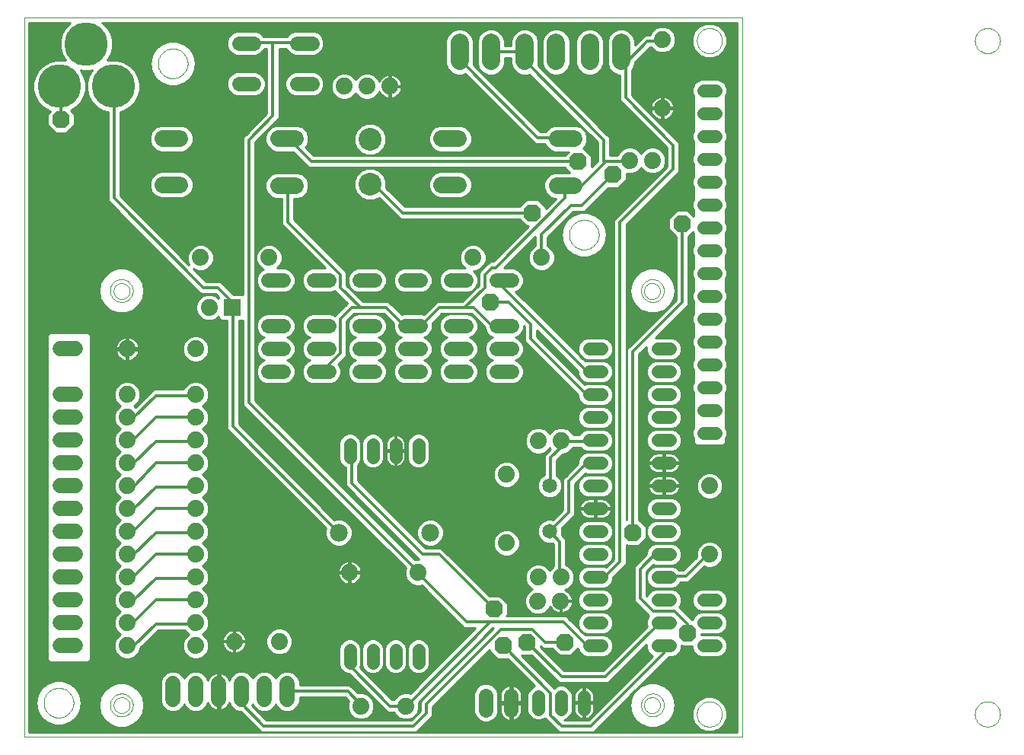
<source format=gtl>
G75*
G70*
%OFA0B0*%
%FSLAX24Y24*%
%IPPOS*%
%LPD*%
%AMOC8*
5,1,8,0,0,1.08239X$1,22.5*
%
%ADD10C,0.0000*%
%ADD11C,0.0800*%
%ADD12C,0.0740*%
%ADD13C,0.0740*%
%ADD14C,0.0560*%
%ADD15C,0.0650*%
%ADD16C,0.0640*%
%ADD17C,0.0680*%
%ADD18C,0.0555*%
%ADD19C,0.1000*%
%ADD20C,0.1900*%
%ADD21R,0.0740X0.0740*%
%ADD22C,0.0780*%
%ADD23C,0.0120*%
%ADD24OC8,0.0760*%
%ADD25C,0.0100*%
D10*
X002006Y001159D02*
X002006Y032655D01*
X033426Y032655D01*
X033426Y001159D01*
X002006Y001159D01*
X002856Y002659D02*
X002858Y002709D01*
X002864Y002759D01*
X002874Y002809D01*
X002887Y002857D01*
X002904Y002905D01*
X002925Y002951D01*
X002949Y002995D01*
X002977Y003037D01*
X003008Y003077D01*
X003042Y003114D01*
X003079Y003149D01*
X003118Y003180D01*
X003159Y003209D01*
X003203Y003234D01*
X003249Y003256D01*
X003296Y003274D01*
X003344Y003288D01*
X003393Y003299D01*
X003443Y003306D01*
X003493Y003309D01*
X003544Y003308D01*
X003594Y003303D01*
X003644Y003294D01*
X003692Y003282D01*
X003740Y003265D01*
X003786Y003245D01*
X003831Y003222D01*
X003874Y003195D01*
X003914Y003165D01*
X003952Y003132D01*
X003987Y003096D01*
X004020Y003057D01*
X004049Y003016D01*
X004075Y002973D01*
X004098Y002928D01*
X004117Y002881D01*
X004132Y002833D01*
X004144Y002784D01*
X004152Y002734D01*
X004156Y002684D01*
X004156Y002634D01*
X004152Y002584D01*
X004144Y002534D01*
X004132Y002485D01*
X004117Y002437D01*
X004098Y002390D01*
X004075Y002345D01*
X004049Y002302D01*
X004020Y002261D01*
X003987Y002222D01*
X003952Y002186D01*
X003914Y002153D01*
X003874Y002123D01*
X003831Y002096D01*
X003786Y002073D01*
X003740Y002053D01*
X003692Y002036D01*
X003644Y002024D01*
X003594Y002015D01*
X003544Y002010D01*
X003493Y002009D01*
X003443Y002012D01*
X003393Y002019D01*
X003344Y002030D01*
X003296Y002044D01*
X003249Y002062D01*
X003203Y002084D01*
X003159Y002109D01*
X003118Y002138D01*
X003079Y002169D01*
X003042Y002204D01*
X003008Y002241D01*
X002977Y002281D01*
X002949Y002323D01*
X002925Y002367D01*
X002904Y002413D01*
X002887Y002461D01*
X002874Y002509D01*
X002864Y002559D01*
X002858Y002609D01*
X002856Y002659D01*
X005756Y002559D02*
X005758Y002603D01*
X005764Y002647D01*
X005774Y002690D01*
X005787Y002732D01*
X005804Y002773D01*
X005825Y002812D01*
X005849Y002849D01*
X005876Y002884D01*
X005906Y002916D01*
X005939Y002946D01*
X005975Y002972D01*
X006012Y002996D01*
X006052Y003015D01*
X006093Y003032D01*
X006136Y003044D01*
X006179Y003053D01*
X006223Y003058D01*
X006267Y003059D01*
X006311Y003056D01*
X006355Y003049D01*
X006398Y003038D01*
X006440Y003024D01*
X006480Y003006D01*
X006519Y002984D01*
X006555Y002960D01*
X006589Y002932D01*
X006621Y002901D01*
X006650Y002867D01*
X006676Y002831D01*
X006698Y002793D01*
X006717Y002753D01*
X006732Y002711D01*
X006744Y002669D01*
X006752Y002625D01*
X006756Y002581D01*
X006756Y002537D01*
X006752Y002493D01*
X006744Y002449D01*
X006732Y002407D01*
X006717Y002365D01*
X006698Y002325D01*
X006676Y002287D01*
X006650Y002251D01*
X006621Y002217D01*
X006589Y002186D01*
X006555Y002158D01*
X006519Y002134D01*
X006480Y002112D01*
X006440Y002094D01*
X006398Y002080D01*
X006355Y002069D01*
X006311Y002062D01*
X006267Y002059D01*
X006223Y002060D01*
X006179Y002065D01*
X006136Y002074D01*
X006093Y002086D01*
X006052Y002103D01*
X006012Y002122D01*
X005975Y002146D01*
X005939Y002172D01*
X005906Y002202D01*
X005876Y002234D01*
X005849Y002269D01*
X005825Y002306D01*
X005804Y002345D01*
X005787Y002386D01*
X005774Y002428D01*
X005764Y002471D01*
X005758Y002515D01*
X005756Y002559D01*
X005916Y002553D02*
X005918Y002590D01*
X005924Y002627D01*
X005934Y002663D01*
X005947Y002698D01*
X005964Y002731D01*
X005985Y002762D01*
X006009Y002790D01*
X006036Y002816D01*
X006065Y002839D01*
X006096Y002859D01*
X006130Y002875D01*
X006165Y002888D01*
X006201Y002897D01*
X006238Y002902D01*
X006275Y002903D01*
X006312Y002900D01*
X006349Y002893D01*
X006385Y002882D01*
X006419Y002868D01*
X006452Y002850D01*
X006482Y002828D01*
X006510Y002804D01*
X006535Y002776D01*
X006558Y002746D01*
X006577Y002714D01*
X006592Y002680D01*
X006604Y002645D01*
X006612Y002609D01*
X006616Y002572D01*
X006616Y002534D01*
X006612Y002497D01*
X006604Y002461D01*
X006592Y002426D01*
X006577Y002392D01*
X006558Y002360D01*
X006535Y002330D01*
X006510Y002302D01*
X006482Y002278D01*
X006452Y002256D01*
X006419Y002238D01*
X006385Y002224D01*
X006349Y002213D01*
X006312Y002206D01*
X006275Y002203D01*
X006238Y002204D01*
X006201Y002209D01*
X006165Y002218D01*
X006130Y002231D01*
X006096Y002247D01*
X006065Y002267D01*
X006036Y002290D01*
X006009Y002316D01*
X005985Y002344D01*
X005964Y002375D01*
X005947Y002408D01*
X005934Y002443D01*
X005924Y002479D01*
X005918Y002516D01*
X005916Y002553D01*
X029138Y002553D02*
X029140Y002590D01*
X029146Y002627D01*
X029156Y002663D01*
X029169Y002698D01*
X029186Y002731D01*
X029207Y002762D01*
X029231Y002790D01*
X029258Y002816D01*
X029287Y002839D01*
X029318Y002859D01*
X029352Y002875D01*
X029387Y002888D01*
X029423Y002897D01*
X029460Y002902D01*
X029497Y002903D01*
X029534Y002900D01*
X029571Y002893D01*
X029607Y002882D01*
X029641Y002868D01*
X029674Y002850D01*
X029704Y002828D01*
X029732Y002804D01*
X029757Y002776D01*
X029780Y002746D01*
X029799Y002714D01*
X029814Y002680D01*
X029826Y002645D01*
X029834Y002609D01*
X029838Y002572D01*
X029838Y002534D01*
X029834Y002497D01*
X029826Y002461D01*
X029814Y002426D01*
X029799Y002392D01*
X029780Y002360D01*
X029757Y002330D01*
X029732Y002302D01*
X029704Y002278D01*
X029674Y002256D01*
X029641Y002238D01*
X029607Y002224D01*
X029571Y002213D01*
X029534Y002206D01*
X029497Y002203D01*
X029460Y002204D01*
X029423Y002209D01*
X029387Y002218D01*
X029352Y002231D01*
X029318Y002247D01*
X029287Y002267D01*
X029258Y002290D01*
X029231Y002316D01*
X029207Y002344D01*
X029186Y002375D01*
X029169Y002408D01*
X029156Y002443D01*
X029146Y002479D01*
X029140Y002516D01*
X029138Y002553D01*
X029006Y002559D02*
X029008Y002603D01*
X029014Y002647D01*
X029024Y002690D01*
X029037Y002732D01*
X029054Y002773D01*
X029075Y002812D01*
X029099Y002849D01*
X029126Y002884D01*
X029156Y002916D01*
X029189Y002946D01*
X029225Y002972D01*
X029262Y002996D01*
X029302Y003015D01*
X029343Y003032D01*
X029386Y003044D01*
X029429Y003053D01*
X029473Y003058D01*
X029517Y003059D01*
X029561Y003056D01*
X029605Y003049D01*
X029648Y003038D01*
X029690Y003024D01*
X029730Y003006D01*
X029769Y002984D01*
X029805Y002960D01*
X029839Y002932D01*
X029871Y002901D01*
X029900Y002867D01*
X029926Y002831D01*
X029948Y002793D01*
X029967Y002753D01*
X029982Y002711D01*
X029994Y002669D01*
X030002Y002625D01*
X030006Y002581D01*
X030006Y002537D01*
X030002Y002493D01*
X029994Y002449D01*
X029982Y002407D01*
X029967Y002365D01*
X029948Y002325D01*
X029926Y002287D01*
X029900Y002251D01*
X029871Y002217D01*
X029839Y002186D01*
X029805Y002158D01*
X029769Y002134D01*
X029730Y002112D01*
X029690Y002094D01*
X029648Y002080D01*
X029605Y002069D01*
X029561Y002062D01*
X029517Y002059D01*
X029473Y002060D01*
X029429Y002065D01*
X029386Y002074D01*
X029343Y002086D01*
X029302Y002103D01*
X029262Y002122D01*
X029225Y002146D01*
X029189Y002172D01*
X029156Y002202D01*
X029126Y002234D01*
X029099Y002269D01*
X029075Y002306D01*
X029054Y002345D01*
X029037Y002386D01*
X029024Y002428D01*
X029014Y002471D01*
X029008Y002515D01*
X029006Y002559D01*
X031447Y002163D02*
X031449Y002210D01*
X031455Y002256D01*
X031465Y002302D01*
X031478Y002347D01*
X031496Y002390D01*
X031517Y002432D01*
X031541Y002472D01*
X031569Y002509D01*
X031600Y002544D01*
X031634Y002577D01*
X031670Y002606D01*
X031709Y002632D01*
X031750Y002655D01*
X031793Y002674D01*
X031837Y002690D01*
X031882Y002702D01*
X031928Y002710D01*
X031975Y002714D01*
X032021Y002714D01*
X032068Y002710D01*
X032114Y002702D01*
X032159Y002690D01*
X032203Y002674D01*
X032246Y002655D01*
X032287Y002632D01*
X032326Y002606D01*
X032362Y002577D01*
X032396Y002544D01*
X032427Y002509D01*
X032455Y002472D01*
X032479Y002432D01*
X032500Y002390D01*
X032518Y002347D01*
X032531Y002302D01*
X032541Y002256D01*
X032547Y002210D01*
X032549Y002163D01*
X032547Y002116D01*
X032541Y002070D01*
X032531Y002024D01*
X032518Y001979D01*
X032500Y001936D01*
X032479Y001894D01*
X032455Y001854D01*
X032427Y001817D01*
X032396Y001782D01*
X032362Y001749D01*
X032326Y001720D01*
X032287Y001694D01*
X032246Y001671D01*
X032203Y001652D01*
X032159Y001636D01*
X032114Y001624D01*
X032068Y001616D01*
X032021Y001612D01*
X031975Y001612D01*
X031928Y001616D01*
X031882Y001624D01*
X031837Y001636D01*
X031793Y001652D01*
X031750Y001671D01*
X031709Y001694D01*
X031670Y001720D01*
X031634Y001749D01*
X031600Y001782D01*
X031569Y001817D01*
X031541Y001854D01*
X031517Y001894D01*
X031496Y001936D01*
X031478Y001979D01*
X031465Y002024D01*
X031455Y002070D01*
X031449Y002116D01*
X031447Y002163D01*
X043620Y002163D02*
X043622Y002210D01*
X043628Y002256D01*
X043638Y002302D01*
X043651Y002347D01*
X043669Y002390D01*
X043690Y002432D01*
X043714Y002472D01*
X043742Y002509D01*
X043773Y002544D01*
X043807Y002577D01*
X043843Y002606D01*
X043882Y002632D01*
X043923Y002655D01*
X043966Y002674D01*
X044010Y002690D01*
X044055Y002702D01*
X044101Y002710D01*
X044148Y002714D01*
X044194Y002714D01*
X044241Y002710D01*
X044287Y002702D01*
X044332Y002690D01*
X044376Y002674D01*
X044419Y002655D01*
X044460Y002632D01*
X044499Y002606D01*
X044535Y002577D01*
X044569Y002544D01*
X044600Y002509D01*
X044628Y002472D01*
X044652Y002432D01*
X044673Y002390D01*
X044691Y002347D01*
X044704Y002302D01*
X044714Y002256D01*
X044720Y002210D01*
X044722Y002163D01*
X044720Y002116D01*
X044714Y002070D01*
X044704Y002024D01*
X044691Y001979D01*
X044673Y001936D01*
X044652Y001894D01*
X044628Y001854D01*
X044600Y001817D01*
X044569Y001782D01*
X044535Y001749D01*
X044499Y001720D01*
X044460Y001694D01*
X044419Y001671D01*
X044376Y001652D01*
X044332Y001636D01*
X044287Y001624D01*
X044241Y001616D01*
X044194Y001612D01*
X044148Y001612D01*
X044101Y001616D01*
X044055Y001624D01*
X044010Y001636D01*
X043966Y001652D01*
X043923Y001671D01*
X043882Y001694D01*
X043843Y001720D01*
X043807Y001749D01*
X043773Y001782D01*
X043742Y001817D01*
X043714Y001854D01*
X043690Y001894D01*
X043669Y001936D01*
X043651Y001979D01*
X043638Y002024D01*
X043628Y002070D01*
X043622Y002116D01*
X043620Y002163D01*
X029138Y020687D02*
X029140Y020724D01*
X029146Y020761D01*
X029156Y020797D01*
X029169Y020832D01*
X029186Y020865D01*
X029207Y020896D01*
X029231Y020924D01*
X029258Y020950D01*
X029287Y020973D01*
X029318Y020993D01*
X029352Y021009D01*
X029387Y021022D01*
X029423Y021031D01*
X029460Y021036D01*
X029497Y021037D01*
X029534Y021034D01*
X029571Y021027D01*
X029607Y021016D01*
X029641Y021002D01*
X029674Y020984D01*
X029704Y020962D01*
X029732Y020938D01*
X029757Y020910D01*
X029780Y020880D01*
X029799Y020848D01*
X029814Y020814D01*
X029826Y020779D01*
X029834Y020743D01*
X029838Y020706D01*
X029838Y020668D01*
X029834Y020631D01*
X029826Y020595D01*
X029814Y020560D01*
X029799Y020526D01*
X029780Y020494D01*
X029757Y020464D01*
X029732Y020436D01*
X029704Y020412D01*
X029674Y020390D01*
X029641Y020372D01*
X029607Y020358D01*
X029571Y020347D01*
X029534Y020340D01*
X029497Y020337D01*
X029460Y020338D01*
X029423Y020343D01*
X029387Y020352D01*
X029352Y020365D01*
X029318Y020381D01*
X029287Y020401D01*
X029258Y020424D01*
X029231Y020450D01*
X029207Y020478D01*
X029186Y020509D01*
X029169Y020542D01*
X029156Y020577D01*
X029146Y020613D01*
X029140Y020650D01*
X029138Y020687D01*
X029006Y020709D02*
X029008Y020753D01*
X029014Y020797D01*
X029024Y020840D01*
X029037Y020882D01*
X029054Y020923D01*
X029075Y020962D01*
X029099Y020999D01*
X029126Y021034D01*
X029156Y021066D01*
X029189Y021096D01*
X029225Y021122D01*
X029262Y021146D01*
X029302Y021165D01*
X029343Y021182D01*
X029386Y021194D01*
X029429Y021203D01*
X029473Y021208D01*
X029517Y021209D01*
X029561Y021206D01*
X029605Y021199D01*
X029648Y021188D01*
X029690Y021174D01*
X029730Y021156D01*
X029769Y021134D01*
X029805Y021110D01*
X029839Y021082D01*
X029871Y021051D01*
X029900Y021017D01*
X029926Y020981D01*
X029948Y020943D01*
X029967Y020903D01*
X029982Y020861D01*
X029994Y020819D01*
X030002Y020775D01*
X030006Y020731D01*
X030006Y020687D01*
X030002Y020643D01*
X029994Y020599D01*
X029982Y020557D01*
X029967Y020515D01*
X029948Y020475D01*
X029926Y020437D01*
X029900Y020401D01*
X029871Y020367D01*
X029839Y020336D01*
X029805Y020308D01*
X029769Y020284D01*
X029730Y020262D01*
X029690Y020244D01*
X029648Y020230D01*
X029605Y020219D01*
X029561Y020212D01*
X029517Y020209D01*
X029473Y020210D01*
X029429Y020215D01*
X029386Y020224D01*
X029343Y020236D01*
X029302Y020253D01*
X029262Y020272D01*
X029225Y020296D01*
X029189Y020322D01*
X029156Y020352D01*
X029126Y020384D01*
X029099Y020419D01*
X029075Y020456D01*
X029054Y020495D01*
X029037Y020536D01*
X029024Y020578D01*
X029014Y020621D01*
X029008Y020665D01*
X029006Y020709D01*
X025856Y023159D02*
X025858Y023209D01*
X025864Y023259D01*
X025874Y023309D01*
X025887Y023357D01*
X025904Y023405D01*
X025925Y023451D01*
X025949Y023495D01*
X025977Y023537D01*
X026008Y023577D01*
X026042Y023614D01*
X026079Y023649D01*
X026118Y023680D01*
X026159Y023709D01*
X026203Y023734D01*
X026249Y023756D01*
X026296Y023774D01*
X026344Y023788D01*
X026393Y023799D01*
X026443Y023806D01*
X026493Y023809D01*
X026544Y023808D01*
X026594Y023803D01*
X026644Y023794D01*
X026692Y023782D01*
X026740Y023765D01*
X026786Y023745D01*
X026831Y023722D01*
X026874Y023695D01*
X026914Y023665D01*
X026952Y023632D01*
X026987Y023596D01*
X027020Y023557D01*
X027049Y023516D01*
X027075Y023473D01*
X027098Y023428D01*
X027117Y023381D01*
X027132Y023333D01*
X027144Y023284D01*
X027152Y023234D01*
X027156Y023184D01*
X027156Y023134D01*
X027152Y023084D01*
X027144Y023034D01*
X027132Y022985D01*
X027117Y022937D01*
X027098Y022890D01*
X027075Y022845D01*
X027049Y022802D01*
X027020Y022761D01*
X026987Y022722D01*
X026952Y022686D01*
X026914Y022653D01*
X026874Y022623D01*
X026831Y022596D01*
X026786Y022573D01*
X026740Y022553D01*
X026692Y022536D01*
X026644Y022524D01*
X026594Y022515D01*
X026544Y022510D01*
X026493Y022509D01*
X026443Y022512D01*
X026393Y022519D01*
X026344Y022530D01*
X026296Y022544D01*
X026249Y022562D01*
X026203Y022584D01*
X026159Y022609D01*
X026118Y022638D01*
X026079Y022669D01*
X026042Y022704D01*
X026008Y022741D01*
X025977Y022781D01*
X025949Y022823D01*
X025925Y022867D01*
X025904Y022913D01*
X025887Y022961D01*
X025874Y023009D01*
X025864Y023059D01*
X025858Y023109D01*
X025856Y023159D01*
X031447Y031659D02*
X031449Y031706D01*
X031455Y031752D01*
X031465Y031798D01*
X031478Y031843D01*
X031496Y031886D01*
X031517Y031928D01*
X031541Y031968D01*
X031569Y032005D01*
X031600Y032040D01*
X031634Y032073D01*
X031670Y032102D01*
X031709Y032128D01*
X031750Y032151D01*
X031793Y032170D01*
X031837Y032186D01*
X031882Y032198D01*
X031928Y032206D01*
X031975Y032210D01*
X032021Y032210D01*
X032068Y032206D01*
X032114Y032198D01*
X032159Y032186D01*
X032203Y032170D01*
X032246Y032151D01*
X032287Y032128D01*
X032326Y032102D01*
X032362Y032073D01*
X032396Y032040D01*
X032427Y032005D01*
X032455Y031968D01*
X032479Y031928D01*
X032500Y031886D01*
X032518Y031843D01*
X032531Y031798D01*
X032541Y031752D01*
X032547Y031706D01*
X032549Y031659D01*
X032547Y031612D01*
X032541Y031566D01*
X032531Y031520D01*
X032518Y031475D01*
X032500Y031432D01*
X032479Y031390D01*
X032455Y031350D01*
X032427Y031313D01*
X032396Y031278D01*
X032362Y031245D01*
X032326Y031216D01*
X032287Y031190D01*
X032246Y031167D01*
X032203Y031148D01*
X032159Y031132D01*
X032114Y031120D01*
X032068Y031112D01*
X032021Y031108D01*
X031975Y031108D01*
X031928Y031112D01*
X031882Y031120D01*
X031837Y031132D01*
X031793Y031148D01*
X031750Y031167D01*
X031709Y031190D01*
X031670Y031216D01*
X031634Y031245D01*
X031600Y031278D01*
X031569Y031313D01*
X031541Y031350D01*
X031517Y031390D01*
X031496Y031432D01*
X031478Y031475D01*
X031465Y031520D01*
X031455Y031566D01*
X031449Y031612D01*
X031447Y031659D01*
X043620Y031659D02*
X043622Y031706D01*
X043628Y031752D01*
X043638Y031798D01*
X043651Y031843D01*
X043669Y031886D01*
X043690Y031928D01*
X043714Y031968D01*
X043742Y032005D01*
X043773Y032040D01*
X043807Y032073D01*
X043843Y032102D01*
X043882Y032128D01*
X043923Y032151D01*
X043966Y032170D01*
X044010Y032186D01*
X044055Y032198D01*
X044101Y032206D01*
X044148Y032210D01*
X044194Y032210D01*
X044241Y032206D01*
X044287Y032198D01*
X044332Y032186D01*
X044376Y032170D01*
X044419Y032151D01*
X044460Y032128D01*
X044499Y032102D01*
X044535Y032073D01*
X044569Y032040D01*
X044600Y032005D01*
X044628Y031968D01*
X044652Y031928D01*
X044673Y031886D01*
X044691Y031843D01*
X044704Y031798D01*
X044714Y031752D01*
X044720Y031706D01*
X044722Y031659D01*
X044720Y031612D01*
X044714Y031566D01*
X044704Y031520D01*
X044691Y031475D01*
X044673Y031432D01*
X044652Y031390D01*
X044628Y031350D01*
X044600Y031313D01*
X044569Y031278D01*
X044535Y031245D01*
X044499Y031216D01*
X044460Y031190D01*
X044419Y031167D01*
X044376Y031148D01*
X044332Y031132D01*
X044287Y031120D01*
X044241Y031112D01*
X044194Y031108D01*
X044148Y031108D01*
X044101Y031112D01*
X044055Y031120D01*
X044010Y031132D01*
X043966Y031148D01*
X043923Y031167D01*
X043882Y031190D01*
X043843Y031216D01*
X043807Y031245D01*
X043773Y031278D01*
X043742Y031313D01*
X043714Y031350D01*
X043690Y031390D01*
X043669Y031432D01*
X043651Y031475D01*
X043638Y031520D01*
X043628Y031566D01*
X043622Y031612D01*
X043620Y031659D01*
X007856Y030659D02*
X007858Y030709D01*
X007864Y030759D01*
X007874Y030809D01*
X007887Y030857D01*
X007904Y030905D01*
X007925Y030951D01*
X007949Y030995D01*
X007977Y031037D01*
X008008Y031077D01*
X008042Y031114D01*
X008079Y031149D01*
X008118Y031180D01*
X008159Y031209D01*
X008203Y031234D01*
X008249Y031256D01*
X008296Y031274D01*
X008344Y031288D01*
X008393Y031299D01*
X008443Y031306D01*
X008493Y031309D01*
X008544Y031308D01*
X008594Y031303D01*
X008644Y031294D01*
X008692Y031282D01*
X008740Y031265D01*
X008786Y031245D01*
X008831Y031222D01*
X008874Y031195D01*
X008914Y031165D01*
X008952Y031132D01*
X008987Y031096D01*
X009020Y031057D01*
X009049Y031016D01*
X009075Y030973D01*
X009098Y030928D01*
X009117Y030881D01*
X009132Y030833D01*
X009144Y030784D01*
X009152Y030734D01*
X009156Y030684D01*
X009156Y030634D01*
X009152Y030584D01*
X009144Y030534D01*
X009132Y030485D01*
X009117Y030437D01*
X009098Y030390D01*
X009075Y030345D01*
X009049Y030302D01*
X009020Y030261D01*
X008987Y030222D01*
X008952Y030186D01*
X008914Y030153D01*
X008874Y030123D01*
X008831Y030096D01*
X008786Y030073D01*
X008740Y030053D01*
X008692Y030036D01*
X008644Y030024D01*
X008594Y030015D01*
X008544Y030010D01*
X008493Y030009D01*
X008443Y030012D01*
X008393Y030019D01*
X008344Y030030D01*
X008296Y030044D01*
X008249Y030062D01*
X008203Y030084D01*
X008159Y030109D01*
X008118Y030138D01*
X008079Y030169D01*
X008042Y030204D01*
X008008Y030241D01*
X007977Y030281D01*
X007949Y030323D01*
X007925Y030367D01*
X007904Y030413D01*
X007887Y030461D01*
X007874Y030509D01*
X007864Y030559D01*
X007858Y030609D01*
X007856Y030659D01*
X005756Y020709D02*
X005758Y020753D01*
X005764Y020797D01*
X005774Y020840D01*
X005787Y020882D01*
X005804Y020923D01*
X005825Y020962D01*
X005849Y020999D01*
X005876Y021034D01*
X005906Y021066D01*
X005939Y021096D01*
X005975Y021122D01*
X006012Y021146D01*
X006052Y021165D01*
X006093Y021182D01*
X006136Y021194D01*
X006179Y021203D01*
X006223Y021208D01*
X006267Y021209D01*
X006311Y021206D01*
X006355Y021199D01*
X006398Y021188D01*
X006440Y021174D01*
X006480Y021156D01*
X006519Y021134D01*
X006555Y021110D01*
X006589Y021082D01*
X006621Y021051D01*
X006650Y021017D01*
X006676Y020981D01*
X006698Y020943D01*
X006717Y020903D01*
X006732Y020861D01*
X006744Y020819D01*
X006752Y020775D01*
X006756Y020731D01*
X006756Y020687D01*
X006752Y020643D01*
X006744Y020599D01*
X006732Y020557D01*
X006717Y020515D01*
X006698Y020475D01*
X006676Y020437D01*
X006650Y020401D01*
X006621Y020367D01*
X006589Y020336D01*
X006555Y020308D01*
X006519Y020284D01*
X006480Y020262D01*
X006440Y020244D01*
X006398Y020230D01*
X006355Y020219D01*
X006311Y020212D01*
X006267Y020209D01*
X006223Y020210D01*
X006179Y020215D01*
X006136Y020224D01*
X006093Y020236D01*
X006052Y020253D01*
X006012Y020272D01*
X005975Y020296D01*
X005939Y020322D01*
X005906Y020352D01*
X005876Y020384D01*
X005849Y020419D01*
X005825Y020456D01*
X005804Y020495D01*
X005787Y020536D01*
X005774Y020578D01*
X005764Y020621D01*
X005758Y020665D01*
X005756Y020709D01*
X005916Y020687D02*
X005918Y020724D01*
X005924Y020761D01*
X005934Y020797D01*
X005947Y020832D01*
X005964Y020865D01*
X005985Y020896D01*
X006009Y020924D01*
X006036Y020950D01*
X006065Y020973D01*
X006096Y020993D01*
X006130Y021009D01*
X006165Y021022D01*
X006201Y021031D01*
X006238Y021036D01*
X006275Y021037D01*
X006312Y021034D01*
X006349Y021027D01*
X006385Y021016D01*
X006419Y021002D01*
X006452Y020984D01*
X006482Y020962D01*
X006510Y020938D01*
X006535Y020910D01*
X006558Y020880D01*
X006577Y020848D01*
X006592Y020814D01*
X006604Y020779D01*
X006612Y020743D01*
X006616Y020706D01*
X006616Y020668D01*
X006612Y020631D01*
X006604Y020595D01*
X006592Y020560D01*
X006577Y020526D01*
X006558Y020494D01*
X006535Y020464D01*
X006510Y020436D01*
X006482Y020412D01*
X006452Y020390D01*
X006419Y020372D01*
X006385Y020358D01*
X006349Y020347D01*
X006312Y020340D01*
X006275Y020337D01*
X006238Y020338D01*
X006201Y020343D01*
X006165Y020352D01*
X006130Y020365D01*
X006096Y020381D01*
X006065Y020401D01*
X006036Y020424D01*
X006009Y020450D01*
X005985Y020478D01*
X005964Y020509D01*
X005947Y020542D01*
X005934Y020577D01*
X005924Y020613D01*
X005918Y020650D01*
X005916Y020687D01*
D11*
X021056Y030759D02*
X021056Y031559D01*
X022434Y031559D02*
X022434Y030759D01*
X023906Y030759D02*
X023906Y031559D01*
X025284Y031559D02*
X025284Y030759D01*
X026756Y030759D02*
X026756Y031559D01*
X028134Y031559D02*
X028134Y030759D01*
D12*
X029931Y031702D03*
X029931Y028702D03*
X029506Y026409D03*
X028506Y026409D03*
X024643Y022159D03*
X021643Y022159D03*
X012718Y022159D03*
X009718Y022159D03*
X010092Y019970D03*
X009506Y018159D03*
X009506Y016159D03*
X009506Y015159D03*
X009506Y014159D03*
X009506Y013159D03*
X009506Y012159D03*
X009506Y011159D03*
X009506Y010159D03*
X009506Y009159D03*
X009506Y008159D03*
X009506Y007159D03*
X009506Y006159D03*
X009506Y005159D03*
X011193Y005344D03*
X013162Y005344D03*
X016738Y002512D03*
X018707Y002512D03*
X024487Y007109D03*
X025487Y007109D03*
X025506Y008158D03*
X024506Y008158D03*
X023112Y009659D03*
X019243Y008363D03*
X016243Y008363D03*
X023112Y012659D03*
X024506Y014131D03*
X025506Y014131D03*
X032006Y012159D03*
X032006Y009159D03*
X006506Y009159D03*
X006506Y008159D03*
X006506Y007159D03*
X006506Y006159D03*
X006506Y005159D03*
X006506Y010159D03*
X006506Y011159D03*
X006506Y012159D03*
X006506Y013159D03*
X006506Y014159D03*
X006506Y015159D03*
X006506Y016159D03*
X006506Y018159D03*
X016006Y029659D03*
X017006Y029659D03*
X018006Y029659D03*
D13*
X020280Y027364D02*
X021020Y027364D01*
X021020Y025348D02*
X020280Y025348D01*
X025332Y025308D02*
X026072Y025308D01*
X026072Y027364D02*
X025332Y027364D01*
X013866Y027364D02*
X013126Y027364D01*
X013126Y025308D02*
X013866Y025308D01*
X008814Y025348D02*
X008074Y025348D01*
X008074Y027364D02*
X008814Y027364D01*
D14*
X026726Y018159D02*
X027286Y018159D01*
X027286Y017159D02*
X026726Y017159D01*
X026726Y016159D02*
X027286Y016159D01*
X027286Y015159D02*
X026726Y015159D01*
X026726Y014159D02*
X027286Y014159D01*
X027286Y013159D02*
X026726Y013159D01*
X026726Y012159D02*
X027286Y012159D01*
X027286Y011159D02*
X026726Y011159D01*
X026726Y010159D02*
X027286Y010159D01*
X027286Y009159D02*
X026726Y009159D01*
X026726Y008159D02*
X027286Y008159D01*
X027286Y007159D02*
X026726Y007159D01*
X026726Y006159D02*
X027286Y006159D01*
X027286Y005159D02*
X026726Y005159D01*
X026506Y002939D02*
X026506Y002379D01*
X025506Y002379D02*
X025506Y002939D01*
X024506Y002939D02*
X024506Y002379D01*
X029726Y005159D02*
X030286Y005159D01*
X030286Y006159D02*
X029726Y006159D01*
X029726Y007159D02*
X030286Y007159D01*
X030286Y008159D02*
X029726Y008159D01*
X029726Y009159D02*
X030286Y009159D01*
X030286Y010159D02*
X029726Y010159D01*
X029726Y011159D02*
X030286Y011159D01*
X030286Y012159D02*
X029726Y012159D01*
X029726Y013159D02*
X030286Y013159D01*
X030286Y014159D02*
X029726Y014159D01*
X029726Y015159D02*
X030286Y015159D01*
X030286Y016159D02*
X029726Y016159D01*
X029726Y017159D02*
X030286Y017159D01*
X030286Y018159D02*
X029726Y018159D01*
X031726Y007159D02*
X032286Y007159D01*
X032286Y006159D02*
X031726Y006159D01*
X031726Y005159D02*
X032286Y005159D01*
D15*
X025006Y010159D03*
X025006Y012159D03*
D16*
X023326Y017159D02*
X022686Y017159D01*
X022686Y018159D02*
X023326Y018159D01*
X023326Y019159D02*
X022686Y019159D01*
X021326Y019159D02*
X020686Y019159D01*
X020686Y018159D02*
X021326Y018159D01*
X021326Y017159D02*
X020686Y017159D01*
X019326Y017159D02*
X018686Y017159D01*
X018686Y018159D02*
X019326Y018159D01*
X019326Y019159D02*
X018686Y019159D01*
X017326Y019159D02*
X016686Y019159D01*
X016686Y018159D02*
X017326Y018159D01*
X017326Y017159D02*
X016686Y017159D01*
X015326Y017159D02*
X014686Y017159D01*
X014686Y018159D02*
X015326Y018159D01*
X015326Y019159D02*
X014686Y019159D01*
X013326Y019159D02*
X012686Y019159D01*
X012686Y018159D02*
X013326Y018159D01*
X013326Y017159D02*
X012686Y017159D01*
X012686Y021159D02*
X013326Y021159D01*
X014686Y021159D02*
X015326Y021159D01*
X016686Y021159D02*
X017326Y021159D01*
X018686Y021159D02*
X019326Y021159D01*
X020686Y021159D02*
X021326Y021159D01*
X022686Y021159D02*
X023326Y021159D01*
X014589Y029760D02*
X013949Y029760D01*
X012029Y029760D02*
X011389Y029760D01*
X011389Y031540D02*
X012029Y031540D01*
X013949Y031540D02*
X014589Y031540D01*
X022206Y002979D02*
X022206Y002339D01*
X023306Y002339D02*
X023306Y002979D01*
D17*
X013506Y002819D02*
X013506Y003499D01*
X012506Y003499D02*
X012506Y002819D01*
X011506Y002819D02*
X011506Y003499D01*
X010506Y003499D02*
X010506Y002819D01*
X009506Y002819D02*
X009506Y003499D01*
X008506Y003499D02*
X008506Y002819D01*
X004253Y005159D02*
X003573Y005159D01*
X003573Y006159D02*
X004253Y006159D01*
X004253Y007159D02*
X003573Y007159D01*
X003573Y008159D02*
X004253Y008159D01*
X004253Y009159D02*
X003573Y009159D01*
X003573Y010159D02*
X004253Y010159D01*
X004253Y011159D02*
X003573Y011159D01*
X003573Y012159D02*
X004253Y012159D01*
X004253Y013159D02*
X003573Y013159D01*
X003573Y014159D02*
X004253Y014159D01*
X004253Y015159D02*
X003573Y015159D01*
X003573Y016159D02*
X004253Y016159D01*
X004253Y018159D02*
X003573Y018159D01*
D18*
X016256Y013974D02*
X016256Y013419D01*
X017256Y013419D02*
X017256Y013974D01*
X018256Y013974D02*
X018256Y013419D01*
X019256Y013419D02*
X019256Y013974D01*
X019256Y004974D02*
X019256Y004419D01*
X018256Y004419D02*
X018256Y004974D01*
X017256Y004974D02*
X017256Y004419D01*
X016256Y004419D02*
X016256Y004974D01*
X031728Y014470D02*
X032283Y014470D01*
X032283Y015470D02*
X031728Y015470D01*
X031728Y016470D02*
X032283Y016470D01*
X032283Y017470D02*
X031728Y017470D01*
X031728Y018470D02*
X032283Y018470D01*
X032283Y019470D02*
X031728Y019470D01*
X031728Y020470D02*
X032283Y020470D01*
X032283Y021470D02*
X031728Y021470D01*
X031728Y022470D02*
X032283Y022470D01*
X032283Y023470D02*
X031728Y023470D01*
X031728Y024470D02*
X032283Y024470D01*
X032283Y025470D02*
X031728Y025470D01*
X031728Y026470D02*
X032283Y026470D01*
X032283Y027470D02*
X031728Y027470D01*
X031728Y028470D02*
X032283Y028470D01*
X032283Y029470D02*
X031728Y029470D01*
D19*
X017141Y027340D03*
X017141Y025372D03*
D20*
X005899Y029659D03*
X003537Y029659D03*
X004718Y031509D03*
D21*
X011092Y019970D03*
D22*
X015778Y010109D03*
X019778Y010109D03*
D23*
X019446Y009159D02*
X020166Y009159D01*
X022566Y006759D01*
X022406Y006199D02*
X018726Y002519D01*
X018707Y002512D01*
X018646Y002519D01*
X018006Y002519D01*
X016326Y004199D01*
X016326Y004679D01*
X016256Y004696D01*
X016166Y003159D02*
X013506Y003159D01*
X012486Y001639D02*
X011526Y002599D01*
X011526Y003159D01*
X011506Y003159D01*
X012486Y001639D02*
X019046Y001639D01*
X019606Y002199D01*
X019606Y002599D01*
X022886Y005879D01*
X024246Y005879D01*
X024806Y005319D01*
X025686Y005319D01*
X025606Y006199D02*
X026646Y005159D01*
X027006Y005159D01*
X025606Y006199D02*
X022406Y006199D01*
X021366Y006199D01*
X019206Y008359D01*
X019243Y008363D01*
X019206Y008439D01*
X011846Y015799D01*
X011846Y027319D01*
X012886Y028359D01*
X012886Y031559D01*
X011766Y031559D01*
X011709Y031540D01*
X012886Y031559D02*
X014246Y031559D01*
X014269Y031540D01*
X013526Y027399D02*
X013496Y027364D01*
X013526Y027399D02*
X014566Y026359D01*
X026246Y026359D01*
X027366Y026359D02*
X027406Y026319D01*
X026406Y025319D01*
X025766Y025319D01*
X025702Y025308D01*
X025686Y025239D01*
X025686Y024759D01*
X022646Y021719D01*
X022486Y021719D01*
X022166Y021399D01*
X022166Y020839D01*
X021286Y019959D01*
X021686Y019959D01*
X022486Y019159D01*
X023006Y019159D01*
X023206Y020199D02*
X024166Y019239D01*
X024166Y018599D01*
X026566Y016199D01*
X026966Y016199D01*
X027006Y016159D01*
X027006Y017159D02*
X026646Y017159D01*
X022966Y020839D01*
X022966Y021159D01*
X023006Y021159D01*
X023206Y020199D02*
X022406Y020199D01*
X021286Y019959D02*
X020166Y019959D01*
X019366Y019159D01*
X019006Y019159D01*
X018646Y019159D01*
X017846Y019959D01*
X016726Y019959D01*
X015846Y020839D01*
X015846Y021399D01*
X013526Y023719D01*
X013526Y025239D01*
X013496Y025308D01*
X017141Y025372D02*
X017206Y025319D01*
X017366Y025319D01*
X018566Y024119D01*
X024246Y024119D01*
X024646Y023159D02*
X025926Y024439D01*
X026406Y024439D01*
X027766Y025799D01*
X027406Y026319D02*
X027446Y026359D01*
X028486Y026359D01*
X028506Y026409D01*
X027366Y026359D02*
X027366Y027319D01*
X023926Y030759D01*
X023926Y031159D01*
X023906Y031159D01*
X022434Y031159D01*
X021126Y031159D02*
X021126Y030759D01*
X024486Y027399D01*
X025686Y027399D01*
X025702Y027364D01*
X028326Y029159D02*
X028326Y030679D01*
X028134Y031159D01*
X028166Y031159D01*
X028326Y030999D01*
X028326Y030679D01*
X029286Y031639D01*
X029926Y031639D01*
X029931Y031702D01*
X028326Y029159D02*
X030406Y027079D01*
X030406Y026039D01*
X028086Y023719D01*
X028086Y008839D01*
X027446Y008199D01*
X027046Y008199D01*
X027006Y008159D01*
X025506Y008158D02*
X025446Y008199D01*
X025446Y009719D01*
X025006Y010159D01*
X025846Y010999D01*
X025846Y012359D01*
X026646Y013159D01*
X027006Y013159D01*
X026966Y014119D02*
X025766Y014119D01*
X025506Y014131D01*
X025526Y014119D01*
X025766Y014119D01*
X025046Y013399D01*
X025046Y012199D01*
X025006Y012159D01*
X026966Y014119D02*
X027006Y014159D01*
X028646Y018039D02*
X028646Y010119D01*
X029606Y009159D02*
X030006Y009159D01*
X029606Y009159D02*
X028966Y008519D01*
X028966Y007239D01*
X029526Y006679D01*
X030486Y006679D01*
X031046Y006119D01*
X031046Y005719D01*
X030006Y006119D02*
X030006Y006159D01*
X030006Y006119D02*
X029766Y006119D01*
X027446Y003799D01*
X025526Y003799D01*
X024006Y005319D01*
X022966Y005159D02*
X025046Y003079D01*
X025046Y002119D01*
X025526Y001639D01*
X026806Y001639D01*
X030006Y004839D01*
X030006Y005159D01*
X030006Y008159D02*
X030006Y008199D01*
X030966Y008199D01*
X031926Y009159D01*
X032006Y009159D01*
X028646Y018039D02*
X030806Y020199D01*
X030806Y023639D01*
X024646Y023159D02*
X024646Y022199D01*
X024643Y022159D01*
X016726Y019959D02*
X016326Y019959D01*
X015846Y019479D01*
X015846Y017959D01*
X015046Y017159D01*
X015006Y017159D01*
X011126Y014759D02*
X011126Y019959D01*
X011092Y019970D01*
X011046Y020039D01*
X011046Y020279D01*
X010486Y020839D01*
X009846Y020839D01*
X005926Y024759D01*
X005926Y029639D01*
X005899Y029659D01*
X003606Y029639D02*
X003606Y028199D01*
X003606Y029639D02*
X003537Y029659D01*
X021056Y031159D02*
X021126Y031159D01*
X009506Y016159D02*
X009446Y016119D01*
X007766Y016119D01*
X006806Y015159D01*
X006506Y015159D01*
X006566Y014199D02*
X006506Y014159D01*
X006566Y014199D02*
X006806Y014199D01*
X007766Y015159D01*
X009506Y015159D01*
X009506Y014159D02*
X009446Y014119D01*
X007766Y014119D01*
X006806Y013159D01*
X006506Y013159D01*
X006566Y012199D02*
X006506Y012159D01*
X006566Y012199D02*
X006846Y012199D01*
X006856Y012209D01*
X007776Y013159D01*
X009506Y013159D01*
X009506Y012159D02*
X009446Y012119D01*
X007766Y012119D01*
X006806Y011159D01*
X006506Y011159D01*
X006566Y010199D02*
X006506Y010159D01*
X006566Y010199D02*
X006806Y010199D01*
X007766Y011159D01*
X009506Y011159D01*
X009506Y010159D02*
X009446Y010119D01*
X007766Y010119D01*
X006806Y009159D01*
X006506Y009159D01*
X006566Y008199D02*
X006506Y008159D01*
X006566Y008199D02*
X006806Y008199D01*
X007766Y009159D01*
X009506Y009159D01*
X009506Y008159D02*
X009446Y008119D01*
X007766Y008119D01*
X006806Y007159D01*
X006506Y007159D01*
X006566Y006199D02*
X006506Y006159D01*
X006566Y006199D02*
X006806Y006199D01*
X007766Y007159D01*
X009506Y007159D01*
X009506Y006159D02*
X009446Y006119D01*
X007766Y006119D01*
X006806Y005159D01*
X006506Y005159D01*
X015766Y010119D02*
X015778Y010109D01*
X015766Y010119D02*
X011126Y014759D01*
X016256Y013696D02*
X016326Y013639D01*
X016326Y012279D01*
X019446Y009159D01*
X016166Y003159D02*
X016806Y002519D01*
X016738Y002512D01*
D24*
X022566Y006759D03*
X022966Y005159D03*
X024006Y005319D03*
X025686Y005319D03*
X031046Y005719D03*
X028646Y010119D03*
X022406Y020199D03*
X024246Y024119D03*
X026246Y026359D03*
X027766Y025799D03*
X030806Y023639D03*
X003606Y028199D03*
D25*
X004033Y028606D02*
X004249Y028731D01*
X004465Y028947D01*
X004618Y029211D01*
X004697Y029506D01*
X004697Y029812D01*
X004618Y030107D01*
X004465Y030371D01*
X004458Y030378D01*
X004566Y030349D01*
X004871Y030349D01*
X004978Y030378D01*
X004971Y030371D01*
X004818Y030107D01*
X004739Y029812D01*
X004739Y029506D01*
X004818Y029211D01*
X004971Y028947D01*
X005187Y028731D01*
X005452Y028578D01*
X005656Y028523D01*
X005656Y024813D01*
X005656Y024705D01*
X005697Y024606D01*
X009617Y020686D01*
X009693Y020610D01*
X009792Y020569D01*
X010374Y020569D01*
X010514Y020429D01*
X010512Y020427D01*
X010512Y020370D01*
X010421Y020462D01*
X010208Y020550D01*
X009977Y020550D01*
X009764Y020462D01*
X009601Y020299D01*
X009512Y020085D01*
X009512Y019855D01*
X009601Y019642D01*
X009764Y019478D01*
X009977Y019390D01*
X010208Y019390D01*
X010421Y019478D01*
X010512Y019570D01*
X010512Y019513D01*
X010635Y019390D01*
X010856Y019390D01*
X010856Y014813D01*
X010856Y014705D01*
X010897Y014606D01*
X015206Y010297D01*
X015178Y010228D01*
X015178Y009990D01*
X015269Y009769D01*
X015438Y009600D01*
X015659Y009509D01*
X015897Y009509D01*
X016118Y009600D01*
X016287Y009769D01*
X016378Y009990D01*
X016378Y010228D01*
X016287Y010449D01*
X016118Y010618D01*
X015897Y010709D01*
X015659Y010709D01*
X015587Y010679D01*
X011396Y014871D01*
X011396Y019390D01*
X011549Y019390D01*
X011576Y019417D01*
X011576Y015853D01*
X011576Y015745D01*
X011617Y015646D01*
X018699Y008564D01*
X018663Y008478D01*
X018663Y008247D01*
X018751Y008034D01*
X018915Y007871D01*
X019128Y007783D01*
X019358Y007783D01*
X019388Y007795D01*
X021213Y005970D01*
X021312Y005929D01*
X021419Y005929D01*
X021754Y005929D01*
X018889Y003064D01*
X018822Y003092D01*
X018591Y003092D01*
X018378Y003003D01*
X018215Y002840D01*
X018194Y002789D01*
X018117Y002789D01*
X016697Y004210D01*
X016743Y004322D01*
X016743Y005071D01*
X016669Y005250D01*
X016532Y005387D01*
X016353Y005461D01*
X016159Y005461D01*
X015980Y005387D01*
X015842Y005250D01*
X015768Y005071D01*
X015768Y004322D01*
X015842Y004143D01*
X015980Y004006D01*
X016159Y003931D01*
X016211Y003931D01*
X017777Y002366D01*
X017853Y002290D01*
X017952Y002249D01*
X018188Y002249D01*
X018215Y002183D01*
X018378Y002020D01*
X018591Y001932D01*
X018822Y001932D01*
X019035Y002020D01*
X019199Y002183D01*
X019287Y002396D01*
X019287Y002627D01*
X019266Y002678D01*
X022517Y005929D01*
X022554Y005929D01*
X019453Y002828D01*
X019377Y002752D01*
X019336Y002653D01*
X019336Y002311D01*
X018934Y001909D01*
X012597Y001909D01*
X011980Y002527D01*
X012006Y002589D01*
X012039Y002507D01*
X012194Y002353D01*
X012396Y002269D01*
X012615Y002269D01*
X012817Y002353D01*
X012972Y002507D01*
X013006Y002589D01*
X013039Y002507D01*
X013194Y002353D01*
X013396Y002269D01*
X013615Y002269D01*
X013817Y002353D01*
X013972Y002507D01*
X014056Y002710D01*
X014056Y002889D01*
X016054Y002889D01*
X016204Y002738D01*
X016158Y002627D01*
X016158Y002396D01*
X016247Y002183D01*
X016410Y002020D01*
X016623Y001932D01*
X016854Y001932D01*
X017067Y002020D01*
X017230Y002183D01*
X017318Y002396D01*
X017318Y002627D01*
X017230Y002840D01*
X017067Y003003D01*
X016854Y003092D01*
X016623Y003092D01*
X016617Y003089D01*
X016395Y003312D01*
X016319Y003388D01*
X016219Y003429D01*
X014056Y003429D01*
X014056Y003608D01*
X013972Y003811D01*
X013817Y003965D01*
X013615Y004049D01*
X013396Y004049D01*
X013194Y003965D01*
X013039Y003811D01*
X013006Y003729D01*
X012972Y003811D01*
X012817Y003965D01*
X012615Y004049D01*
X012396Y004049D01*
X012194Y003965D01*
X012039Y003811D01*
X012006Y003729D01*
X011972Y003811D01*
X011817Y003965D01*
X011615Y004049D01*
X011396Y004049D01*
X011194Y003965D01*
X011039Y003811D01*
X010972Y003648D01*
X010960Y003687D01*
X010925Y003756D01*
X010879Y003818D01*
X010825Y003873D01*
X010762Y003918D01*
X011147Y003918D01*
X011049Y003820D02*
X010878Y003820D01*
X010942Y003721D02*
X011002Y003721D01*
X010762Y003918D02*
X010694Y003953D01*
X010620Y003977D01*
X010556Y003987D01*
X010556Y003209D01*
X010456Y003209D01*
X010456Y003987D01*
X010391Y003977D01*
X010318Y003953D01*
X010249Y003918D01*
X010186Y003873D01*
X010132Y003818D01*
X010087Y003756D01*
X010052Y003687D01*
X010039Y003649D01*
X009972Y003811D01*
X009817Y003965D01*
X009615Y004049D01*
X009396Y004049D01*
X009194Y003965D01*
X009039Y003811D01*
X009006Y003729D01*
X008972Y003811D01*
X008817Y003965D01*
X008615Y004049D01*
X008396Y004049D01*
X008194Y003965D01*
X008039Y003811D01*
X007956Y003608D01*
X007956Y002710D01*
X008039Y002507D01*
X008194Y002353D01*
X008396Y002269D01*
X008615Y002269D01*
X008817Y002353D01*
X008972Y002507D01*
X009006Y002589D01*
X009039Y002507D01*
X009194Y002353D01*
X009396Y002269D01*
X009615Y002269D01*
X009817Y002353D01*
X009972Y002507D01*
X010039Y002670D01*
X010052Y002631D01*
X010087Y002562D01*
X010132Y002500D01*
X010186Y002445D01*
X010249Y002400D01*
X010318Y002365D01*
X010391Y002341D01*
X010456Y002331D01*
X010456Y003109D01*
X010556Y003109D01*
X010556Y002331D01*
X010620Y002341D01*
X010694Y002365D01*
X010762Y002400D01*
X010825Y002445D01*
X010879Y002500D01*
X010925Y002562D01*
X010960Y002631D01*
X010972Y002670D01*
X011039Y002507D01*
X011194Y002353D01*
X011396Y002269D01*
X011474Y002269D01*
X012333Y001410D01*
X012432Y001369D01*
X012539Y001369D01*
X019099Y001369D01*
X019199Y001410D01*
X019275Y001486D01*
X019835Y002046D01*
X019876Y002145D01*
X019876Y002253D01*
X019876Y002487D01*
X022376Y004987D01*
X022376Y004915D01*
X022721Y004569D01*
X023174Y004569D01*
X024341Y003401D01*
X024228Y003354D01*
X024090Y003217D01*
X024016Y003036D01*
X024016Y002282D01*
X024090Y002101D01*
X024228Y001964D01*
X024408Y001889D01*
X024603Y001889D01*
X024783Y001964D01*
X024808Y001988D01*
X024817Y001966D01*
X025297Y001486D01*
X025373Y001410D01*
X025472Y001369D01*
X026752Y001369D01*
X026859Y001369D01*
X026959Y001410D01*
X028738Y003190D01*
X028571Y002899D01*
X028511Y002559D01*
X028571Y002219D01*
X028743Y001919D01*
X029008Y001697D01*
X029008Y001697D01*
X029333Y001579D01*
X029456Y001579D01*
X029506Y001579D01*
X029520Y001579D01*
X029555Y001579D01*
X029678Y001579D01*
X029678Y001579D01*
X030003Y001697D01*
X030268Y001919D01*
X030441Y002219D01*
X030501Y002559D01*
X030441Y002899D01*
X030441Y002899D01*
X030268Y003199D01*
X030003Y003421D01*
X029678Y003539D01*
X029555Y003539D01*
X029506Y003539D01*
X029504Y003539D01*
X029456Y003539D01*
X029333Y003539D01*
X029333Y003539D01*
X029008Y003421D01*
X028766Y003218D01*
X030159Y004610D01*
X030217Y004669D01*
X030383Y004669D01*
X030563Y004744D01*
X030701Y004881D01*
X030776Y005062D01*
X030776Y005155D01*
X030801Y005129D01*
X031236Y005129D01*
X031236Y005062D01*
X031310Y004881D01*
X031448Y004744D01*
X031628Y004669D01*
X032383Y004669D01*
X032563Y004744D01*
X032701Y004881D01*
X032776Y005062D01*
X032776Y005256D01*
X032701Y005437D01*
X032563Y005574D01*
X032383Y005649D01*
X031636Y005649D01*
X031636Y005669D01*
X032383Y005669D01*
X032563Y005744D01*
X032701Y005881D01*
X032776Y006062D01*
X032776Y006256D01*
X032701Y006437D01*
X032563Y006574D01*
X032383Y006649D01*
X031628Y006649D01*
X031448Y006574D01*
X031310Y006437D01*
X031257Y006309D01*
X031237Y006309D01*
X030715Y006832D01*
X030683Y006863D01*
X030701Y006881D01*
X030776Y007062D01*
X030776Y007256D01*
X030701Y007437D01*
X030563Y007574D01*
X030383Y007649D01*
X029628Y007649D01*
X029448Y007574D01*
X029310Y007437D01*
X029263Y007323D01*
X029236Y007351D01*
X029236Y008407D01*
X029536Y008707D01*
X029628Y008669D01*
X030383Y008669D01*
X030563Y008744D01*
X030701Y008881D01*
X030776Y009062D01*
X030776Y009256D01*
X030701Y009437D01*
X031493Y009437D01*
X031514Y009488D02*
X031426Y009274D01*
X031426Y009044D01*
X031427Y009042D01*
X030854Y008469D01*
X030669Y008469D01*
X030563Y008574D01*
X030383Y008649D01*
X029628Y008649D01*
X029448Y008574D01*
X029310Y008437D01*
X029236Y008256D01*
X029236Y008062D01*
X029310Y007881D01*
X029448Y007744D01*
X029628Y007669D01*
X030383Y007669D01*
X030563Y007744D01*
X030701Y007881D01*
X030721Y007929D01*
X030912Y007929D01*
X031019Y007929D01*
X031119Y007970D01*
X031775Y008627D01*
X031890Y008579D01*
X032121Y008579D01*
X032334Y008667D01*
X032497Y008831D01*
X032586Y009044D01*
X032586Y009274D01*
X032497Y009488D01*
X032334Y009651D01*
X032121Y009739D01*
X031890Y009739D01*
X031677Y009651D01*
X031514Y009488D01*
X031562Y009535D02*
X030602Y009535D01*
X030563Y009574D02*
X030701Y009437D01*
X030742Y009338D02*
X031452Y009338D01*
X031426Y009240D02*
X030776Y009240D01*
X030776Y009141D02*
X031426Y009141D01*
X031426Y009043D02*
X030768Y009043D01*
X030727Y008944D02*
X031329Y008944D01*
X031230Y008845D02*
X030665Y008845D01*
X030566Y008747D02*
X031132Y008747D01*
X031033Y008648D02*
X030385Y008648D01*
X030588Y008550D02*
X030935Y008550D01*
X031304Y008156D02*
X033216Y008156D01*
X033216Y008254D02*
X031403Y008254D01*
X031501Y008353D02*
X033216Y008353D01*
X033216Y008451D02*
X031600Y008451D01*
X031698Y008550D02*
X033216Y008550D01*
X033216Y008648D02*
X032288Y008648D01*
X032414Y008747D02*
X033216Y008747D01*
X033216Y008845D02*
X032504Y008845D01*
X032544Y008944D02*
X033216Y008944D01*
X033216Y009043D02*
X032585Y009043D01*
X032586Y009141D02*
X033216Y009141D01*
X033216Y009240D02*
X032586Y009240D01*
X032559Y009338D02*
X033216Y009338D01*
X033216Y009437D02*
X032518Y009437D01*
X032450Y009535D02*
X033216Y009535D01*
X033216Y009634D02*
X032351Y009634D01*
X032137Y009732D02*
X033216Y009732D01*
X033216Y009831D02*
X030650Y009831D01*
X030701Y009881D02*
X030776Y010062D01*
X030776Y010256D01*
X030701Y010437D01*
X030563Y010574D01*
X030383Y010649D01*
X029628Y010649D01*
X029448Y010574D01*
X029310Y010437D01*
X029236Y010256D01*
X029236Y010062D01*
X029310Y009881D01*
X029448Y009744D01*
X029628Y009669D01*
X030383Y009669D01*
X030563Y009744D01*
X030701Y009881D01*
X030721Y009929D02*
X033216Y009929D01*
X033216Y010028D02*
X030762Y010028D01*
X030776Y010126D02*
X033216Y010126D01*
X033216Y010225D02*
X030776Y010225D01*
X030748Y010324D02*
X033216Y010324D01*
X033216Y010422D02*
X030707Y010422D01*
X030617Y010521D02*
X033216Y010521D01*
X033216Y010619D02*
X030455Y010619D01*
X030383Y010669D02*
X030563Y010744D01*
X030701Y010881D01*
X030776Y011062D01*
X030776Y011256D01*
X030701Y011437D01*
X030563Y011574D01*
X030383Y011649D01*
X029628Y011649D01*
X029448Y011574D01*
X029310Y011437D01*
X029236Y011256D01*
X029236Y011062D01*
X029310Y010881D01*
X029448Y010744D01*
X029628Y010669D01*
X030383Y010669D01*
X030501Y010718D02*
X033216Y010718D01*
X033216Y010816D02*
X030636Y010816D01*
X030715Y010915D02*
X033216Y010915D01*
X033216Y011013D02*
X030756Y011013D01*
X030776Y011112D02*
X033216Y011112D01*
X033216Y011210D02*
X030776Y011210D01*
X030754Y011309D02*
X033216Y011309D01*
X033216Y011408D02*
X030713Y011408D01*
X030632Y011506D02*
X033216Y011506D01*
X033216Y011605D02*
X032183Y011605D01*
X032121Y011579D02*
X032334Y011667D01*
X032497Y011831D01*
X032586Y012044D01*
X032586Y012274D01*
X032497Y012488D01*
X032334Y012651D01*
X032121Y012739D01*
X031890Y012739D01*
X031677Y012651D01*
X031514Y012488D01*
X031426Y012274D01*
X031426Y012044D01*
X031514Y011831D01*
X031677Y011667D01*
X031890Y011579D01*
X032121Y011579D01*
X032370Y011703D02*
X033216Y011703D01*
X033216Y011802D02*
X032469Y011802D01*
X032526Y011900D02*
X033216Y011900D01*
X033216Y011999D02*
X032567Y011999D01*
X032586Y012097D02*
X033216Y012097D01*
X033216Y012196D02*
X032586Y012196D01*
X032577Y012294D02*
X033216Y012294D01*
X033216Y012393D02*
X032537Y012393D01*
X032493Y012492D02*
X033216Y012492D01*
X033216Y012590D02*
X032395Y012590D01*
X032243Y012689D02*
X033216Y012689D01*
X033216Y012787D02*
X030503Y012787D01*
X030511Y012791D02*
X030566Y012831D01*
X030614Y012879D01*
X030653Y012934D01*
X030684Y012994D01*
X030705Y013058D01*
X030716Y013125D01*
X030716Y013129D01*
X030036Y013129D01*
X030036Y013189D01*
X030716Y013189D01*
X030716Y013193D01*
X030705Y013260D01*
X030684Y013324D01*
X030653Y013384D01*
X030614Y013439D01*
X030566Y013487D01*
X030511Y013527D01*
X030451Y013558D01*
X030386Y013578D01*
X030320Y013589D01*
X030036Y013589D01*
X030036Y013189D01*
X029976Y013189D01*
X029976Y013589D01*
X029692Y013589D01*
X029625Y013578D01*
X029561Y013558D01*
X029500Y013527D01*
X029446Y013487D01*
X029398Y013439D01*
X029358Y013384D01*
X029327Y013324D01*
X029306Y013260D01*
X029296Y013193D01*
X029296Y013189D01*
X029975Y013189D01*
X029975Y013129D01*
X029296Y013129D01*
X029296Y013125D01*
X029306Y013058D01*
X029327Y012994D01*
X029358Y012934D01*
X029398Y012879D01*
X029446Y012831D01*
X029500Y012791D01*
X029561Y012761D01*
X029625Y012740D01*
X029692Y012729D01*
X029976Y012729D01*
X029976Y013129D01*
X030036Y013129D01*
X030036Y012729D01*
X030320Y012729D01*
X030386Y012740D01*
X030451Y012761D01*
X030511Y012791D01*
X030619Y012886D02*
X033216Y012886D01*
X033216Y012984D02*
X030679Y012984D01*
X030709Y013083D02*
X033216Y013083D01*
X033216Y013181D02*
X030036Y013181D01*
X029975Y013181D02*
X028916Y013181D01*
X028916Y013083D02*
X029302Y013083D01*
X029332Y012984D02*
X028916Y012984D01*
X028916Y012886D02*
X029393Y012886D01*
X029508Y012787D02*
X028916Y012787D01*
X028916Y012689D02*
X031769Y012689D01*
X031616Y012590D02*
X028916Y012590D01*
X028916Y012492D02*
X029452Y012492D01*
X029446Y012487D02*
X029398Y012439D01*
X029358Y012384D01*
X029327Y012324D01*
X029306Y012260D01*
X029296Y012193D01*
X029296Y012189D01*
X029975Y012189D01*
X029975Y012129D01*
X029296Y012129D01*
X029296Y012125D01*
X029306Y012058D01*
X029327Y011994D01*
X029358Y011934D01*
X029398Y011879D01*
X029446Y011831D01*
X029500Y011791D01*
X029561Y011761D01*
X029625Y011740D01*
X029692Y011729D01*
X029976Y011729D01*
X029976Y012129D01*
X030036Y012129D01*
X030036Y012189D01*
X030716Y012189D01*
X030716Y012193D01*
X030705Y012260D01*
X030684Y012324D01*
X030653Y012384D01*
X030614Y012439D01*
X030566Y012487D01*
X030511Y012527D01*
X030451Y012558D01*
X030386Y012578D01*
X030320Y012589D01*
X030036Y012589D01*
X030036Y012189D01*
X029976Y012189D01*
X029976Y012589D01*
X029692Y012589D01*
X029625Y012578D01*
X029561Y012558D01*
X029500Y012527D01*
X029446Y012487D01*
X029364Y012393D02*
X028916Y012393D01*
X028916Y012294D02*
X029318Y012294D01*
X029296Y012196D02*
X028916Y012196D01*
X028916Y012097D02*
X029300Y012097D01*
X029326Y011999D02*
X028916Y011999D01*
X028916Y011900D02*
X029382Y011900D01*
X029486Y011802D02*
X028916Y011802D01*
X028916Y011703D02*
X031641Y011703D01*
X031543Y011802D02*
X030525Y011802D01*
X030511Y011791D02*
X030566Y011831D01*
X030614Y011879D01*
X030653Y011934D01*
X030684Y011994D01*
X030705Y012058D01*
X030716Y012125D01*
X030716Y012129D01*
X030036Y012129D01*
X030036Y011729D01*
X030320Y011729D01*
X030386Y011740D01*
X030451Y011761D01*
X030511Y011791D01*
X030629Y011900D02*
X031485Y011900D01*
X031444Y011999D02*
X030686Y011999D01*
X030711Y012097D02*
X031426Y012097D01*
X031426Y012196D02*
X030715Y012196D01*
X030694Y012294D02*
X031434Y012294D01*
X031475Y012393D02*
X030647Y012393D01*
X030560Y012492D02*
X031518Y012492D01*
X030699Y013280D02*
X033216Y013280D01*
X033216Y013378D02*
X030656Y013378D01*
X030576Y013477D02*
X033216Y013477D01*
X033216Y013576D02*
X030395Y013576D01*
X030383Y013669D02*
X030563Y013744D01*
X030701Y013881D01*
X030776Y014062D01*
X030776Y014256D01*
X030701Y014437D01*
X030563Y014574D01*
X030383Y014649D01*
X029628Y014649D01*
X029448Y014574D01*
X029310Y014437D01*
X029236Y014256D01*
X029236Y014062D01*
X029310Y013881D01*
X029448Y013744D01*
X029628Y013669D01*
X030383Y013669D01*
X030395Y013674D02*
X033216Y013674D01*
X033216Y013773D02*
X030592Y013773D01*
X030691Y013871D02*
X033216Y013871D01*
X033216Y013970D02*
X032613Y013970D01*
X032593Y013949D02*
X032716Y014072D01*
X032716Y014240D01*
X032771Y014373D01*
X032771Y014567D01*
X032716Y014700D01*
X032716Y016240D01*
X032771Y016373D01*
X032771Y016567D01*
X032716Y016700D01*
X032716Y017240D01*
X032771Y017373D01*
X032771Y017567D01*
X032716Y017700D01*
X032716Y018240D01*
X032771Y018373D01*
X032771Y018567D01*
X032716Y018700D01*
X033216Y018700D01*
X033216Y018798D02*
X032716Y018798D01*
X032716Y018700D02*
X032716Y019240D01*
X032771Y019373D01*
X032771Y019567D01*
X032716Y019700D01*
X032716Y020240D01*
X032771Y020373D01*
X032771Y020567D01*
X032716Y020700D01*
X032716Y021240D01*
X032771Y021373D01*
X032771Y021567D01*
X032716Y021700D01*
X032716Y022240D01*
X032771Y022373D01*
X032771Y022567D01*
X032716Y022700D01*
X032716Y023240D01*
X032771Y023373D01*
X032771Y023567D01*
X032716Y023700D01*
X032716Y024240D01*
X032771Y024373D01*
X032771Y024567D01*
X032716Y024700D01*
X032716Y025240D01*
X032771Y025373D01*
X032771Y025567D01*
X032716Y025700D01*
X032716Y026240D01*
X032771Y026373D01*
X032771Y026567D01*
X032716Y026700D01*
X032716Y027240D01*
X032771Y027373D01*
X032771Y027567D01*
X032716Y027700D01*
X032716Y029240D01*
X032771Y029373D01*
X032771Y029567D01*
X032716Y029700D01*
X032716Y029746D01*
X032593Y029869D01*
X032574Y029869D01*
X032559Y029883D01*
X032380Y029958D01*
X031631Y029958D01*
X031452Y029883D01*
X031438Y029869D01*
X031419Y029869D01*
X031296Y029746D01*
X031296Y029700D01*
X031241Y029567D01*
X031241Y029373D01*
X031296Y029240D01*
X031296Y027700D01*
X031241Y027567D01*
X031241Y027373D01*
X031296Y027240D01*
X031296Y026700D01*
X031241Y026567D01*
X031241Y026373D01*
X031296Y026240D01*
X031296Y025700D01*
X031241Y025567D01*
X031241Y025373D01*
X031296Y025240D01*
X031296Y024700D01*
X031241Y024567D01*
X031241Y024373D01*
X031296Y024240D01*
X031296Y023983D01*
X031050Y024229D01*
X030561Y024229D01*
X030216Y023883D01*
X030216Y023395D01*
X030536Y023075D01*
X030536Y020311D01*
X028493Y018268D01*
X028417Y018192D01*
X028376Y018093D01*
X028376Y010683D01*
X028356Y010663D01*
X028356Y023607D01*
X030559Y025810D01*
X030635Y025886D01*
X030676Y025985D01*
X030676Y027025D01*
X030676Y027133D01*
X030635Y027232D01*
X028596Y029271D01*
X028596Y030358D01*
X028651Y030414D01*
X028744Y030638D01*
X028744Y030715D01*
X029397Y031369D01*
X029444Y031369D01*
X029602Y031211D01*
X029815Y031122D01*
X030046Y031122D01*
X030259Y031211D01*
X030423Y031374D01*
X030511Y031587D01*
X030511Y031818D01*
X030423Y032031D01*
X030259Y032194D01*
X030046Y032282D01*
X029815Y032282D01*
X029602Y032194D01*
X029439Y032031D01*
X029389Y031909D01*
X029339Y031909D01*
X029232Y031909D01*
X029133Y031868D01*
X028744Y031479D01*
X028744Y031680D01*
X028651Y031905D01*
X029221Y031905D01*
X029071Y031806D02*
X028692Y031806D01*
X028732Y031707D02*
X028972Y031707D01*
X028874Y031609D02*
X028744Y031609D01*
X028744Y031510D02*
X028775Y031510D01*
X028651Y031905D02*
X028479Y032076D01*
X028255Y032169D01*
X028012Y032169D01*
X027788Y032076D01*
X027616Y031905D01*
X027273Y031905D01*
X027101Y032076D01*
X026877Y032169D01*
X026634Y032169D01*
X026410Y032076D01*
X026239Y031905D01*
X025801Y031905D01*
X025629Y032076D01*
X025405Y032169D01*
X025162Y032169D01*
X024938Y032076D01*
X024766Y031905D01*
X024423Y031905D01*
X024251Y032076D01*
X024027Y032169D01*
X023784Y032169D01*
X023560Y032076D01*
X023389Y031905D01*
X022951Y031905D01*
X022779Y032076D01*
X022555Y032169D01*
X022312Y032169D01*
X022088Y032076D01*
X021916Y031905D01*
X021573Y031905D01*
X021401Y032076D01*
X021177Y032169D01*
X020934Y032169D01*
X020710Y032076D01*
X020539Y031905D01*
X014973Y031905D01*
X015038Y031840D02*
X014889Y031989D01*
X014694Y032070D01*
X013843Y032070D01*
X013649Y031989D01*
X013499Y031840D01*
X013495Y031829D01*
X012939Y031829D01*
X012832Y031829D01*
X012482Y031829D01*
X012478Y031840D01*
X012329Y031989D01*
X012134Y032070D01*
X011283Y032070D01*
X011089Y031989D01*
X010939Y031840D01*
X010859Y031645D01*
X010859Y031434D01*
X010939Y031239D01*
X011089Y031090D01*
X011283Y031010D01*
X012134Y031010D01*
X012329Y031090D01*
X012478Y031239D01*
X012499Y031289D01*
X012616Y031289D01*
X012616Y028471D01*
X011693Y027548D01*
X011617Y027472D01*
X011576Y027373D01*
X011576Y020524D01*
X011549Y020550D01*
X011156Y020550D01*
X010639Y021068D01*
X010539Y021109D01*
X010432Y021109D01*
X009957Y021109D01*
X009406Y021661D01*
X009603Y021579D01*
X009834Y021579D01*
X010047Y021667D01*
X010210Y021831D01*
X010298Y022044D01*
X010298Y022274D01*
X010210Y022488D01*
X010047Y022651D01*
X009834Y022739D01*
X009603Y022739D01*
X009390Y022651D01*
X009227Y022488D01*
X009138Y022274D01*
X009138Y022044D01*
X009220Y021846D01*
X006196Y024871D01*
X006196Y028538D01*
X006347Y028578D01*
X006612Y028731D01*
X006828Y028947D01*
X006980Y029211D01*
X007059Y029506D01*
X007059Y029812D01*
X006980Y030107D01*
X006828Y030371D01*
X006612Y030587D01*
X006347Y030740D01*
X006052Y030819D01*
X005747Y030819D01*
X005640Y030790D01*
X005646Y030797D01*
X005799Y031062D01*
X005878Y031357D01*
X005878Y031662D01*
X005799Y031957D01*
X005646Y032222D01*
X005431Y032438D01*
X005417Y032445D01*
X033216Y032445D01*
X033216Y001369D01*
X002216Y001369D01*
X002216Y032445D01*
X004019Y032445D01*
X004006Y032438D01*
X003790Y032222D01*
X003637Y031957D01*
X003558Y031662D01*
X003558Y031357D01*
X003637Y031062D01*
X003790Y030797D01*
X003797Y030790D01*
X003690Y030819D01*
X003384Y030819D01*
X003089Y030740D01*
X002825Y030587D01*
X002609Y030371D01*
X002456Y030107D01*
X002377Y029812D01*
X002377Y029506D01*
X002456Y029211D01*
X002609Y028947D01*
X002825Y028731D01*
X003089Y028578D01*
X003138Y028565D01*
X003016Y028443D01*
X003016Y027955D01*
X003361Y027609D01*
X003850Y027609D01*
X004196Y027955D01*
X004196Y028443D01*
X004033Y028606D01*
X004085Y028554D02*
X005541Y028554D01*
X005656Y028456D02*
X004183Y028456D01*
X004196Y028357D02*
X005656Y028357D01*
X005656Y028258D02*
X004196Y028258D01*
X004196Y028160D02*
X005656Y028160D01*
X005656Y028061D02*
X004196Y028061D01*
X004196Y027963D02*
X005656Y027963D01*
X005656Y027864D02*
X004105Y027864D01*
X004007Y027766D02*
X005656Y027766D01*
X005656Y027667D02*
X003908Y027667D01*
X003303Y027667D02*
X002216Y027667D01*
X002216Y027569D02*
X005656Y027569D01*
X005656Y027470D02*
X002216Y027470D01*
X002216Y027372D02*
X005656Y027372D01*
X005656Y027273D02*
X002216Y027273D01*
X002216Y027174D02*
X005656Y027174D01*
X005656Y027076D02*
X002216Y027076D01*
X002216Y026977D02*
X005656Y026977D01*
X005656Y026879D02*
X002216Y026879D01*
X002216Y026780D02*
X005656Y026780D01*
X005656Y026682D02*
X002216Y026682D01*
X002216Y026583D02*
X005656Y026583D01*
X005656Y026485D02*
X002216Y026485D01*
X002216Y026386D02*
X005656Y026386D01*
X005656Y026288D02*
X002216Y026288D01*
X002216Y026189D02*
X005656Y026189D01*
X005656Y026091D02*
X002216Y026091D01*
X002216Y025992D02*
X005656Y025992D01*
X005656Y025893D02*
X002216Y025893D01*
X002216Y025795D02*
X005656Y025795D01*
X005656Y025696D02*
X002216Y025696D01*
X002216Y025598D02*
X005656Y025598D01*
X005656Y025499D02*
X002216Y025499D01*
X002216Y025401D02*
X005656Y025401D01*
X005656Y025302D02*
X002216Y025302D01*
X002216Y025204D02*
X005656Y025204D01*
X005656Y025105D02*
X002216Y025105D01*
X002216Y025007D02*
X005656Y025007D01*
X005656Y024908D02*
X002216Y024908D01*
X002216Y024809D02*
X005656Y024809D01*
X005656Y024711D02*
X002216Y024711D01*
X002216Y024612D02*
X005694Y024612D01*
X005789Y024514D02*
X002216Y024514D01*
X002216Y024415D02*
X005888Y024415D01*
X005986Y024317D02*
X002216Y024317D01*
X002216Y024218D02*
X006085Y024218D01*
X006183Y024120D02*
X002216Y024120D01*
X002216Y024021D02*
X006282Y024021D01*
X006380Y023923D02*
X002216Y023923D01*
X002216Y023824D02*
X006479Y023824D01*
X006577Y023725D02*
X002216Y023725D01*
X002216Y023627D02*
X006676Y023627D01*
X006774Y023528D02*
X002216Y023528D01*
X002216Y023430D02*
X006873Y023430D01*
X006972Y023331D02*
X002216Y023331D01*
X002216Y023233D02*
X007070Y023233D01*
X007169Y023134D02*
X002216Y023134D01*
X002216Y023036D02*
X007267Y023036D01*
X007366Y022937D02*
X002216Y022937D01*
X002216Y022839D02*
X007464Y022839D01*
X007563Y022740D02*
X002216Y022740D01*
X002216Y022641D02*
X007661Y022641D01*
X007760Y022543D02*
X002216Y022543D01*
X002216Y022444D02*
X007858Y022444D01*
X007957Y022346D02*
X002216Y022346D01*
X002216Y022247D02*
X008056Y022247D01*
X008154Y022149D02*
X002216Y022149D01*
X002216Y022050D02*
X008253Y022050D01*
X008351Y021952D02*
X002216Y021952D01*
X002216Y021853D02*
X008450Y021853D01*
X008548Y021755D02*
X002216Y021755D01*
X002216Y021656D02*
X005992Y021656D01*
X006083Y021689D02*
X005758Y021571D01*
X005758Y021571D01*
X005493Y021349D01*
X005321Y021049D01*
X005261Y020709D01*
X005321Y020369D01*
X005493Y020069D01*
X005758Y019847D01*
X005758Y019847D01*
X006083Y019729D01*
X006206Y019729D01*
X006206Y019729D01*
X006256Y019729D01*
X006272Y019729D01*
X006305Y019729D01*
X006428Y019729D01*
X006428Y019729D01*
X006753Y019847D01*
X007018Y020069D01*
X007018Y020069D01*
X007018Y020069D01*
X007191Y020369D01*
X007251Y020709D01*
X007191Y021049D01*
X007191Y021049D01*
X007018Y021349D01*
X006753Y021571D01*
X006428Y021689D01*
X006305Y021689D01*
X006256Y021689D01*
X006256Y021689D01*
X006206Y021689D01*
X006083Y021689D01*
X006083Y021689D01*
X006206Y021689D02*
X006206Y021689D01*
X006305Y021689D02*
X006305Y021689D01*
X006428Y021689D02*
X006428Y021689D01*
X006519Y021656D02*
X008647Y021656D01*
X008745Y021558D02*
X006769Y021558D01*
X006753Y021571D02*
X006753Y021571D01*
X006886Y021459D02*
X008844Y021459D01*
X008942Y021360D02*
X007004Y021360D01*
X007018Y021349D02*
X007018Y021349D01*
X007068Y021262D02*
X009041Y021262D01*
X009140Y021163D02*
X007125Y021163D01*
X007182Y021065D02*
X009238Y021065D01*
X009337Y020966D02*
X007205Y020966D01*
X007223Y020868D02*
X009435Y020868D01*
X009534Y020769D02*
X007240Y020769D01*
X007251Y020709D02*
X007251Y020709D01*
X007244Y020671D02*
X009632Y020671D01*
X009785Y020572D02*
X007227Y020572D01*
X007209Y020474D02*
X009792Y020474D01*
X009677Y020375D02*
X007192Y020375D01*
X007191Y020369D02*
X007191Y020369D01*
X007137Y020276D02*
X009591Y020276D01*
X009551Y020178D02*
X007081Y020178D01*
X007024Y020079D02*
X009512Y020079D01*
X009512Y019981D02*
X006912Y019981D01*
X006795Y019882D02*
X009512Y019882D01*
X009542Y019784D02*
X006579Y019784D01*
X006753Y019847D02*
X006753Y019847D01*
X006305Y019729D02*
X006305Y019729D01*
X006083Y019729D02*
X006083Y019729D01*
X005933Y019784D02*
X002216Y019784D01*
X002216Y019882D02*
X005716Y019882D01*
X005599Y019981D02*
X002216Y019981D01*
X002216Y020079D02*
X005488Y020079D01*
X005493Y020069D02*
X005493Y020069D01*
X005431Y020178D02*
X002216Y020178D01*
X002216Y020276D02*
X005374Y020276D01*
X005321Y020369D02*
X005321Y020369D01*
X005319Y020375D02*
X002216Y020375D01*
X002216Y020474D02*
X005302Y020474D01*
X005285Y020572D02*
X002216Y020572D01*
X002216Y020671D02*
X005267Y020671D01*
X005261Y020709D02*
X005261Y020709D01*
X005271Y020769D02*
X002216Y020769D01*
X002216Y020868D02*
X005289Y020868D01*
X005306Y020966D02*
X002216Y020966D01*
X002216Y021065D02*
X005330Y021065D01*
X005386Y021163D02*
X002216Y021163D01*
X002216Y021262D02*
X005443Y021262D01*
X005493Y021349D02*
X005493Y021349D01*
X005507Y021360D02*
X002216Y021360D01*
X002216Y021459D02*
X005625Y021459D01*
X005742Y021558D02*
X002216Y021558D01*
X002216Y019685D02*
X009582Y019685D01*
X009655Y019587D02*
X002216Y019587D01*
X002216Y019488D02*
X009754Y019488D01*
X010430Y019488D02*
X010537Y019488D01*
X010856Y019390D02*
X002216Y019390D01*
X002216Y019291D02*
X010856Y019291D01*
X010856Y019192D02*
X002216Y019192D01*
X002216Y019094D02*
X010856Y019094D01*
X010856Y018995D02*
X002216Y018995D01*
X002216Y018897D02*
X010856Y018897D01*
X010856Y018798D02*
X004863Y018798D01*
X004916Y018746D02*
X004793Y018869D01*
X003119Y018869D01*
X002996Y018746D01*
X002996Y004572D01*
X003119Y004449D01*
X004793Y004449D01*
X004916Y004572D01*
X004916Y018746D01*
X004916Y018700D02*
X009296Y018700D01*
X009390Y018739D02*
X009177Y018651D01*
X009014Y018488D01*
X008926Y018274D01*
X008926Y018044D01*
X009014Y017831D01*
X009177Y017667D01*
X009390Y017579D01*
X009621Y017579D01*
X009834Y017667D01*
X009997Y017831D01*
X010086Y018044D01*
X010086Y018274D01*
X009997Y018488D01*
X009834Y018651D01*
X009621Y018739D01*
X009390Y018739D01*
X009128Y018601D02*
X006782Y018601D01*
X006778Y018604D02*
X006705Y018641D01*
X006627Y018666D01*
X006547Y018679D01*
X006544Y018679D01*
X006544Y018198D01*
X006467Y018198D01*
X006467Y018679D01*
X006465Y018679D01*
X006384Y018666D01*
X006306Y018641D01*
X006233Y018604D01*
X006167Y018556D01*
X006109Y018498D01*
X006061Y018432D01*
X006024Y018359D01*
X005998Y018281D01*
X005986Y018200D01*
X005986Y018198D01*
X006467Y018198D01*
X006467Y018120D01*
X006544Y018120D01*
X006544Y017639D01*
X006547Y017639D01*
X006627Y017652D01*
X006705Y017677D01*
X006778Y017714D01*
X006844Y017762D01*
X006902Y017820D01*
X006950Y017886D01*
X006988Y017959D01*
X007013Y018037D01*
X007026Y018118D01*
X007026Y018120D01*
X006544Y018120D01*
X006544Y018198D01*
X007026Y018198D01*
X007026Y018200D01*
X007013Y018281D01*
X006988Y018359D01*
X006950Y018432D01*
X006902Y018498D01*
X006844Y018556D01*
X006778Y018604D01*
X006897Y018503D02*
X009029Y018503D01*
X008979Y018404D02*
X006964Y018404D01*
X007005Y018306D02*
X008939Y018306D01*
X008926Y018207D02*
X007025Y018207D01*
X007024Y018109D02*
X008926Y018109D01*
X008940Y018010D02*
X007004Y018010D01*
X006963Y017911D02*
X008980Y017911D01*
X009032Y017813D02*
X006895Y017813D01*
X006778Y017714D02*
X009130Y017714D01*
X009302Y017616D02*
X004916Y017616D01*
X004916Y017714D02*
X006233Y017714D01*
X006306Y017677D01*
X006384Y017652D01*
X006465Y017639D01*
X006467Y017639D01*
X006467Y018120D01*
X005986Y018120D01*
X005986Y018118D01*
X005998Y018037D01*
X006024Y017959D01*
X006061Y017886D01*
X006109Y017820D01*
X006167Y017762D01*
X006233Y017714D01*
X006116Y017813D02*
X004916Y017813D01*
X004916Y017911D02*
X006048Y017911D01*
X006007Y018010D02*
X004916Y018010D01*
X004916Y018109D02*
X005987Y018109D01*
X005987Y018207D02*
X004916Y018207D01*
X004916Y018306D02*
X006007Y018306D01*
X006047Y018404D02*
X004916Y018404D01*
X004916Y018503D02*
X006114Y018503D01*
X006230Y018601D02*
X004916Y018601D01*
X004916Y017517D02*
X010856Y017517D01*
X010856Y017419D02*
X004916Y017419D01*
X004916Y017320D02*
X010856Y017320D01*
X010856Y017222D02*
X004916Y017222D01*
X004916Y017123D02*
X010856Y017123D01*
X010856Y017025D02*
X004916Y017025D01*
X004916Y016926D02*
X010856Y016926D01*
X010856Y016827D02*
X004916Y016827D01*
X004916Y016729D02*
X006366Y016729D01*
X006390Y016739D02*
X006177Y016651D01*
X006014Y016488D01*
X005926Y016274D01*
X005926Y016044D01*
X006014Y015831D01*
X006177Y015667D01*
X006197Y015659D01*
X006177Y015651D01*
X006014Y015488D01*
X005926Y015274D01*
X005926Y015044D01*
X006014Y014831D01*
X006177Y014667D01*
X006197Y014659D01*
X006177Y014651D01*
X006014Y014488D01*
X005926Y014274D01*
X005926Y014044D01*
X006014Y013831D01*
X006177Y013667D01*
X006197Y013659D01*
X006177Y013651D01*
X006014Y013488D01*
X005926Y013274D01*
X005926Y013044D01*
X006014Y012831D01*
X006177Y012667D01*
X006197Y012659D01*
X006177Y012651D01*
X006014Y012488D01*
X005926Y012274D01*
X005926Y012044D01*
X006014Y011831D01*
X006177Y011667D01*
X006197Y011659D01*
X006177Y011651D01*
X006014Y011488D01*
X005926Y011274D01*
X005926Y011044D01*
X006014Y010831D01*
X006177Y010667D01*
X006197Y010659D01*
X006177Y010651D01*
X006014Y010488D01*
X005926Y010274D01*
X005926Y010044D01*
X006014Y009831D01*
X004916Y009831D01*
X004916Y009929D02*
X005973Y009929D01*
X006014Y009831D02*
X006177Y009667D01*
X006197Y009659D01*
X006177Y009651D01*
X006014Y009488D01*
X005926Y009274D01*
X005926Y009044D01*
X006014Y008831D01*
X006177Y008667D01*
X006197Y008659D01*
X006177Y008651D01*
X006014Y008488D01*
X005926Y008274D01*
X005926Y008044D01*
X006014Y007831D01*
X006177Y007667D01*
X006197Y007659D01*
X006177Y007651D01*
X006014Y007488D01*
X005926Y007274D01*
X005926Y007044D01*
X006014Y006831D01*
X006177Y006667D01*
X006197Y006659D01*
X006177Y006651D01*
X006014Y006488D01*
X005926Y006274D01*
X005926Y006044D01*
X006014Y005831D01*
X006177Y005667D01*
X006197Y005659D01*
X006177Y005651D01*
X006014Y005488D01*
X005926Y005274D01*
X005926Y005044D01*
X006014Y004831D01*
X006177Y004667D01*
X006390Y004579D01*
X006621Y004579D01*
X006834Y004667D01*
X006997Y004831D01*
X007086Y005044D01*
X007086Y005057D01*
X007877Y005849D01*
X009006Y005849D01*
X009014Y005831D01*
X009177Y005667D01*
X009197Y005659D01*
X009177Y005651D01*
X009014Y005488D01*
X008926Y005274D01*
X008926Y005044D01*
X009014Y004831D01*
X009177Y004667D01*
X009390Y004579D01*
X009621Y004579D01*
X009834Y004667D01*
X009997Y004831D01*
X010086Y005044D01*
X010086Y005274D01*
X009997Y005488D01*
X009834Y005651D01*
X009814Y005659D01*
X009834Y005667D01*
X009997Y005831D01*
X010086Y006044D01*
X010086Y006274D01*
X009997Y006488D01*
X009834Y006651D01*
X009814Y006659D01*
X009834Y006667D01*
X009997Y006831D01*
X010086Y007044D01*
X010086Y007274D01*
X009997Y007488D01*
X009834Y007651D01*
X009814Y007659D01*
X009834Y007667D01*
X009997Y007831D01*
X010086Y008044D01*
X010086Y008274D01*
X009997Y008488D01*
X009834Y008651D01*
X009814Y008659D01*
X009834Y008667D01*
X009997Y008831D01*
X010086Y009044D01*
X010086Y009274D01*
X009997Y009488D01*
X009834Y009651D01*
X009814Y009659D01*
X009834Y009667D01*
X009997Y009831D01*
X015244Y009831D01*
X015203Y009929D02*
X010038Y009929D01*
X009997Y009831D02*
X010086Y010044D01*
X010086Y010274D01*
X009997Y010488D01*
X009834Y010651D01*
X009814Y010659D01*
X009834Y010667D01*
X009997Y010831D01*
X010086Y011044D01*
X010086Y011274D01*
X009997Y011488D01*
X009834Y011651D01*
X009814Y011659D01*
X009834Y011667D01*
X009997Y011831D01*
X010086Y012044D01*
X010086Y012274D01*
X009997Y012488D01*
X009834Y012651D01*
X009814Y012659D01*
X009834Y012667D01*
X009997Y012831D01*
X010086Y013044D01*
X010086Y013274D01*
X009997Y013488D01*
X009834Y013651D01*
X009814Y013659D01*
X009834Y013667D01*
X009997Y013831D01*
X010086Y014044D01*
X010086Y014274D01*
X009997Y014488D01*
X009834Y014651D01*
X009814Y014659D01*
X009834Y014667D01*
X009997Y014831D01*
X010086Y015044D01*
X010086Y015274D01*
X009997Y015488D01*
X009834Y015651D01*
X009814Y015659D01*
X009834Y015667D01*
X009997Y015831D01*
X010086Y016044D01*
X010086Y016274D01*
X009997Y016488D01*
X009834Y016651D01*
X009621Y016739D01*
X009390Y016739D01*
X009177Y016651D01*
X009014Y016488D01*
X008973Y016389D01*
X007819Y016389D01*
X007712Y016389D01*
X007613Y016348D01*
X006875Y015610D01*
X006834Y015651D01*
X006814Y015659D01*
X006834Y015667D01*
X006997Y015831D01*
X007086Y016044D01*
X007086Y016274D01*
X006997Y016488D01*
X006834Y016651D01*
X006621Y016739D01*
X006390Y016739D01*
X006645Y016729D02*
X009366Y016729D01*
X009157Y016630D02*
X006855Y016630D01*
X006953Y016532D02*
X009058Y016532D01*
X008992Y016433D02*
X007020Y016433D01*
X007061Y016335D02*
X007600Y016335D01*
X007501Y016236D02*
X007086Y016236D01*
X007086Y016138D02*
X007402Y016138D01*
X007304Y016039D02*
X007084Y016039D01*
X007043Y015941D02*
X007205Y015941D01*
X007107Y015842D02*
X007002Y015842D01*
X007008Y015743D02*
X006910Y015743D01*
X006910Y015645D02*
X006840Y015645D01*
X006171Y015645D02*
X004916Y015645D01*
X004916Y015743D02*
X006101Y015743D01*
X006009Y015842D02*
X004916Y015842D01*
X004916Y015941D02*
X005968Y015941D01*
X005928Y016039D02*
X004916Y016039D01*
X004916Y016138D02*
X005926Y016138D01*
X005926Y016236D02*
X004916Y016236D01*
X004916Y016335D02*
X005951Y016335D01*
X005991Y016433D02*
X004916Y016433D01*
X004916Y016532D02*
X006058Y016532D01*
X006157Y016630D02*
X004916Y016630D01*
X004916Y015546D02*
X006073Y015546D01*
X005998Y015448D02*
X004916Y015448D01*
X004916Y015349D02*
X005957Y015349D01*
X005926Y015251D02*
X004916Y015251D01*
X004916Y015152D02*
X005926Y015152D01*
X005926Y015054D02*
X004916Y015054D01*
X004916Y014955D02*
X005962Y014955D01*
X006003Y014857D02*
X004916Y014857D01*
X004916Y014758D02*
X006086Y014758D01*
X006196Y014659D02*
X004916Y014659D01*
X004916Y014561D02*
X006087Y014561D01*
X006004Y014462D02*
X004916Y014462D01*
X004916Y014364D02*
X005963Y014364D01*
X005926Y014265D02*
X004916Y014265D01*
X004916Y014167D02*
X005926Y014167D01*
X005926Y014068D02*
X004916Y014068D01*
X004916Y013970D02*
X005956Y013970D01*
X005997Y013871D02*
X004916Y013871D01*
X004916Y013773D02*
X006072Y013773D01*
X006170Y013674D02*
X004916Y013674D01*
X004916Y013576D02*
X006102Y013576D01*
X006010Y013477D02*
X004916Y013477D01*
X004916Y013378D02*
X005969Y013378D01*
X005928Y013280D02*
X004916Y013280D01*
X004916Y013181D02*
X005926Y013181D01*
X005926Y013083D02*
X004916Y013083D01*
X004916Y012984D02*
X005950Y012984D01*
X005991Y012886D02*
X004916Y012886D01*
X004916Y012787D02*
X006057Y012787D01*
X006156Y012689D02*
X004916Y012689D01*
X004916Y012590D02*
X006116Y012590D01*
X006018Y012492D02*
X004916Y012492D01*
X004916Y012393D02*
X005975Y012393D01*
X005934Y012294D02*
X004916Y012294D01*
X004916Y012196D02*
X005926Y012196D01*
X005926Y012097D02*
X004916Y012097D01*
X004916Y011999D02*
X005944Y011999D01*
X005985Y011900D02*
X004916Y011900D01*
X004916Y011802D02*
X006043Y011802D01*
X006141Y011703D02*
X004916Y011703D01*
X004916Y011605D02*
X006131Y011605D01*
X006033Y011506D02*
X004916Y011506D01*
X004916Y011408D02*
X005981Y011408D01*
X005940Y011309D02*
X004916Y011309D01*
X004916Y011210D02*
X005926Y011210D01*
X005926Y011112D02*
X004916Y011112D01*
X004916Y011013D02*
X005938Y011013D01*
X005979Y010915D02*
X004916Y010915D01*
X004916Y010816D02*
X006028Y010816D01*
X006127Y010718D02*
X004916Y010718D01*
X004916Y010619D02*
X006146Y010619D01*
X006047Y010521D02*
X004916Y010521D01*
X004916Y010422D02*
X005987Y010422D01*
X005946Y010324D02*
X004916Y010324D01*
X004916Y010225D02*
X005926Y010225D01*
X005926Y010126D02*
X004916Y010126D01*
X004916Y010028D02*
X005932Y010028D01*
X006112Y009732D02*
X004916Y009732D01*
X004916Y009634D02*
X006160Y009634D01*
X006062Y009535D02*
X004916Y009535D01*
X004916Y009437D02*
X005993Y009437D01*
X005952Y009338D02*
X004916Y009338D01*
X004916Y009240D02*
X005926Y009240D01*
X005926Y009141D02*
X004916Y009141D01*
X004916Y009043D02*
X005926Y009043D01*
X005967Y008944D02*
X004916Y008944D01*
X004916Y008845D02*
X006008Y008845D01*
X006098Y008747D02*
X004916Y008747D01*
X004916Y008648D02*
X006175Y008648D01*
X006076Y008550D02*
X004916Y008550D01*
X004916Y008451D02*
X005999Y008451D01*
X005958Y008353D02*
X004916Y008353D01*
X004916Y008254D02*
X005926Y008254D01*
X005926Y008156D02*
X004916Y008156D01*
X004916Y008057D02*
X005926Y008057D01*
X005961Y007959D02*
X004916Y007959D01*
X004916Y007860D02*
X006002Y007860D01*
X006083Y007761D02*
X004916Y007761D01*
X004916Y007663D02*
X006188Y007663D01*
X006091Y007564D02*
X004916Y007564D01*
X004916Y007466D02*
X006005Y007466D01*
X005964Y007367D02*
X004916Y007367D01*
X004916Y007269D02*
X005926Y007269D01*
X005926Y007170D02*
X004916Y007170D01*
X004916Y007072D02*
X005926Y007072D01*
X005955Y006973D02*
X004916Y006973D01*
X004916Y006875D02*
X005996Y006875D01*
X006068Y006776D02*
X004916Y006776D01*
X004916Y006677D02*
X006167Y006677D01*
X006105Y006579D02*
X004916Y006579D01*
X004916Y006480D02*
X006011Y006480D01*
X005970Y006382D02*
X004916Y006382D01*
X004916Y006283D02*
X005929Y006283D01*
X005926Y006185D02*
X004916Y006185D01*
X004916Y006086D02*
X005926Y006086D01*
X005949Y005988D02*
X004916Y005988D01*
X004916Y005889D02*
X005990Y005889D01*
X006054Y005791D02*
X004916Y005791D01*
X004916Y005692D02*
X006152Y005692D01*
X006120Y005594D02*
X004916Y005594D01*
X004916Y005495D02*
X006021Y005495D01*
X005976Y005396D02*
X004916Y005396D01*
X004916Y005298D02*
X005935Y005298D01*
X005926Y005199D02*
X004916Y005199D01*
X004916Y005101D02*
X005926Y005101D01*
X005943Y005002D02*
X004916Y005002D01*
X004916Y004904D02*
X005984Y004904D01*
X006039Y004805D02*
X004916Y004805D01*
X004916Y004707D02*
X006138Y004707D01*
X006320Y004608D02*
X004916Y004608D01*
X004853Y004510D02*
X015768Y004510D01*
X015768Y004608D02*
X009691Y004608D01*
X009873Y004707D02*
X015768Y004707D01*
X015768Y004805D02*
X013375Y004805D01*
X013277Y004764D02*
X013490Y004853D01*
X013653Y005016D01*
X013742Y005229D01*
X013742Y005460D01*
X013653Y005673D01*
X013490Y005836D01*
X013277Y005924D01*
X013046Y005924D01*
X012833Y005836D01*
X012670Y005673D01*
X012582Y005460D01*
X012582Y005229D01*
X012670Y005016D01*
X012833Y004853D01*
X013046Y004764D01*
X013277Y004764D01*
X013541Y004904D02*
X015768Y004904D01*
X015768Y005002D02*
X013640Y005002D01*
X013688Y005101D02*
X015781Y005101D01*
X015821Y005199D02*
X013729Y005199D01*
X013742Y005298D02*
X015890Y005298D01*
X016002Y005396D02*
X013742Y005396D01*
X013727Y005495D02*
X021320Y005495D01*
X021418Y005594D02*
X013686Y005594D01*
X013634Y005692D02*
X021517Y005692D01*
X021615Y005791D02*
X013536Y005791D01*
X013362Y005889D02*
X021714Y005889D01*
X021195Y005988D02*
X010062Y005988D01*
X010086Y006086D02*
X021097Y006086D01*
X020998Y006185D02*
X010086Y006185D01*
X010082Y006283D02*
X020900Y006283D01*
X020801Y006382D02*
X010041Y006382D01*
X010000Y006480D02*
X020702Y006480D01*
X020604Y006579D02*
X009906Y006579D01*
X009844Y006677D02*
X020505Y006677D01*
X020407Y006776D02*
X009943Y006776D01*
X010016Y006875D02*
X020308Y006875D01*
X020210Y006973D02*
X010056Y006973D01*
X010086Y007072D02*
X020111Y007072D01*
X020013Y007170D02*
X010086Y007170D01*
X010086Y007269D02*
X019914Y007269D01*
X019816Y007367D02*
X010047Y007367D01*
X010006Y007466D02*
X019717Y007466D01*
X019619Y007564D02*
X009921Y007564D01*
X009823Y007663D02*
X019520Y007663D01*
X019421Y007761D02*
X009928Y007761D01*
X010010Y007860D02*
X016107Y007860D01*
X016121Y007855D02*
X016202Y007843D01*
X016204Y007843D01*
X016204Y008324D01*
X015723Y008324D01*
X015723Y008322D01*
X015736Y008241D01*
X015761Y008163D01*
X015798Y008090D01*
X015846Y008024D01*
X015904Y007966D01*
X015971Y007918D01*
X016043Y007881D01*
X016121Y007855D01*
X016204Y007860D02*
X016282Y007860D01*
X016282Y007843D02*
X016284Y007843D01*
X016365Y007855D01*
X016443Y007881D01*
X016516Y007918D01*
X016582Y007966D01*
X016640Y008024D01*
X016688Y008090D01*
X016725Y008163D01*
X016750Y008241D01*
X016763Y008322D01*
X016763Y008324D01*
X016282Y008324D01*
X016282Y008401D01*
X016763Y008401D01*
X016763Y008404D01*
X016750Y008484D01*
X016725Y008562D01*
X016688Y008635D01*
X016640Y008701D01*
X016582Y008759D01*
X016516Y008807D01*
X016443Y008844D01*
X016365Y008870D01*
X016284Y008883D01*
X016282Y008883D01*
X016282Y008401D01*
X016204Y008401D01*
X016204Y008324D01*
X016282Y008324D01*
X016282Y007843D01*
X016379Y007860D02*
X018941Y007860D01*
X018827Y007959D02*
X016572Y007959D01*
X016664Y008057D02*
X018742Y008057D01*
X018701Y008156D02*
X016721Y008156D01*
X016752Y008254D02*
X018663Y008254D01*
X018663Y008353D02*
X016282Y008353D01*
X016204Y008353D02*
X010053Y008353D01*
X010086Y008254D02*
X015734Y008254D01*
X015765Y008156D02*
X010086Y008156D01*
X010086Y008057D02*
X015822Y008057D01*
X015914Y007959D02*
X010050Y007959D01*
X010012Y008451D02*
X015731Y008451D01*
X015736Y008484D02*
X015723Y008404D01*
X015723Y008401D01*
X016204Y008401D01*
X016204Y008883D01*
X016202Y008883D01*
X016121Y008870D01*
X016043Y008844D01*
X015971Y008807D01*
X015904Y008759D01*
X015846Y008701D01*
X015798Y008635D01*
X015761Y008562D01*
X015736Y008484D01*
X015757Y008550D02*
X009935Y008550D01*
X009837Y008648D02*
X015808Y008648D01*
X015892Y008747D02*
X009914Y008747D01*
X010004Y008845D02*
X016046Y008845D01*
X016204Y008845D02*
X016282Y008845D01*
X016282Y008747D02*
X016204Y008747D01*
X016204Y008648D02*
X016282Y008648D01*
X016282Y008550D02*
X016204Y008550D01*
X016204Y008451D02*
X016282Y008451D01*
X016282Y008254D02*
X016204Y008254D01*
X016204Y008156D02*
X016282Y008156D01*
X016282Y008057D02*
X016204Y008057D01*
X016204Y007959D02*
X016282Y007959D01*
X016756Y008451D02*
X018663Y008451D01*
X018693Y008550D02*
X016729Y008550D01*
X016678Y008648D02*
X018615Y008648D01*
X018516Y008747D02*
X016594Y008747D01*
X016440Y008845D02*
X018417Y008845D01*
X018319Y008944D02*
X010044Y008944D01*
X010085Y009043D02*
X018220Y009043D01*
X018122Y009141D02*
X010086Y009141D01*
X010086Y009240D02*
X018023Y009240D01*
X017925Y009338D02*
X010059Y009338D01*
X010018Y009437D02*
X017826Y009437D01*
X017728Y009535D02*
X015961Y009535D01*
X016151Y009634D02*
X017629Y009634D01*
X017531Y009732D02*
X016250Y009732D01*
X016312Y009831D02*
X017432Y009831D01*
X017333Y009929D02*
X016353Y009929D01*
X016378Y010028D02*
X017235Y010028D01*
X017136Y010126D02*
X016378Y010126D01*
X016378Y010225D02*
X017038Y010225D01*
X016939Y010324D02*
X016339Y010324D01*
X016298Y010422D02*
X016841Y010422D01*
X016742Y010521D02*
X016215Y010521D01*
X016114Y010619D02*
X016644Y010619D01*
X016545Y010718D02*
X015549Y010718D01*
X015450Y010816D02*
X016447Y010816D01*
X016348Y010915D02*
X015352Y010915D01*
X015253Y011013D02*
X016249Y011013D01*
X016151Y011112D02*
X015155Y011112D01*
X015056Y011210D02*
X016052Y011210D01*
X015954Y011309D02*
X014957Y011309D01*
X014859Y011408D02*
X015855Y011408D01*
X015757Y011506D02*
X014760Y011506D01*
X014662Y011605D02*
X015658Y011605D01*
X015560Y011703D02*
X014563Y011703D01*
X014465Y011802D02*
X015461Y011802D01*
X015363Y011900D02*
X014366Y011900D01*
X014268Y011999D02*
X015264Y011999D01*
X015166Y012097D02*
X014169Y012097D01*
X014071Y012196D02*
X015067Y012196D01*
X014968Y012294D02*
X013972Y012294D01*
X013874Y012393D02*
X014870Y012393D01*
X014771Y012492D02*
X013775Y012492D01*
X013676Y012590D02*
X014673Y012590D01*
X014574Y012689D02*
X013578Y012689D01*
X013479Y012787D02*
X014476Y012787D01*
X014377Y012886D02*
X013381Y012886D01*
X013282Y012984D02*
X014279Y012984D01*
X014180Y013083D02*
X013184Y013083D01*
X013085Y013181D02*
X014082Y013181D01*
X013983Y013280D02*
X012987Y013280D01*
X012888Y013378D02*
X013884Y013378D01*
X013786Y013477D02*
X012790Y013477D01*
X012691Y013576D02*
X013687Y013576D01*
X013589Y013674D02*
X012592Y013674D01*
X012494Y013773D02*
X013490Y013773D01*
X013392Y013871D02*
X012395Y013871D01*
X012297Y013970D02*
X013293Y013970D01*
X013195Y014068D02*
X012198Y014068D01*
X012100Y014167D02*
X013096Y014167D01*
X012998Y014265D02*
X012001Y014265D01*
X011903Y014364D02*
X012899Y014364D01*
X012800Y014462D02*
X011804Y014462D01*
X011706Y014561D02*
X012702Y014561D01*
X012603Y014659D02*
X011607Y014659D01*
X011508Y014758D02*
X012505Y014758D01*
X012406Y014857D02*
X011410Y014857D01*
X011396Y014955D02*
X012308Y014955D01*
X012209Y015054D02*
X011396Y015054D01*
X011396Y015152D02*
X012111Y015152D01*
X012012Y015251D02*
X011396Y015251D01*
X011396Y015349D02*
X011914Y015349D01*
X011815Y015448D02*
X011396Y015448D01*
X011396Y015546D02*
X011716Y015546D01*
X011618Y015645D02*
X011396Y015645D01*
X011396Y015743D02*
X011576Y015743D01*
X011576Y015842D02*
X011396Y015842D01*
X011396Y015941D02*
X011576Y015941D01*
X011576Y016039D02*
X011396Y016039D01*
X011396Y016138D02*
X011576Y016138D01*
X011576Y016236D02*
X011396Y016236D01*
X011396Y016335D02*
X011576Y016335D01*
X011576Y016433D02*
X011396Y016433D01*
X011396Y016532D02*
X011576Y016532D01*
X011576Y016630D02*
X011396Y016630D01*
X011396Y016729D02*
X011576Y016729D01*
X011576Y016827D02*
X011396Y016827D01*
X011396Y016926D02*
X011576Y016926D01*
X011576Y017025D02*
X011396Y017025D01*
X011396Y017123D02*
X011576Y017123D01*
X011576Y017222D02*
X011396Y017222D01*
X011396Y017320D02*
X011576Y017320D01*
X011576Y017419D02*
X011396Y017419D01*
X011396Y017517D02*
X011576Y017517D01*
X011576Y017616D02*
X011396Y017616D01*
X011396Y017714D02*
X011576Y017714D01*
X011576Y017813D02*
X011396Y017813D01*
X011396Y017911D02*
X011576Y017911D01*
X011576Y018010D02*
X011396Y018010D01*
X011396Y018109D02*
X011576Y018109D01*
X011576Y018207D02*
X011396Y018207D01*
X011396Y018306D02*
X011576Y018306D01*
X011576Y018404D02*
X011396Y018404D01*
X011396Y018503D02*
X011576Y018503D01*
X011576Y018601D02*
X011396Y018601D01*
X011396Y018700D02*
X011576Y018700D01*
X011576Y018798D02*
X011396Y018798D01*
X011396Y018897D02*
X011576Y018897D01*
X011576Y018995D02*
X011396Y018995D01*
X011396Y019094D02*
X011576Y019094D01*
X011576Y019192D02*
X011396Y019192D01*
X011396Y019291D02*
X011576Y019291D01*
X011576Y019390D02*
X011396Y019390D01*
X012116Y019390D02*
X012207Y019390D01*
X012236Y019459D02*
X012156Y019264D01*
X012156Y019054D01*
X012236Y018859D01*
X012385Y018710D01*
X012508Y018659D01*
X012385Y018608D01*
X012236Y018459D01*
X012156Y018264D01*
X012156Y018054D01*
X012236Y017859D01*
X012385Y017710D01*
X012508Y017659D01*
X012385Y017608D01*
X012236Y017459D01*
X012156Y017264D01*
X012156Y017054D01*
X012236Y016859D01*
X012385Y016710D01*
X012580Y016629D01*
X013431Y016629D01*
X013626Y016710D01*
X013775Y016859D01*
X013856Y017054D01*
X013856Y017264D01*
X013775Y017459D01*
X013626Y017608D01*
X013503Y017659D01*
X013626Y017710D01*
X013775Y017859D01*
X013856Y018054D01*
X013856Y018264D01*
X013775Y018459D01*
X013626Y018608D01*
X013503Y018659D01*
X013626Y018710D01*
X013775Y018859D01*
X013856Y019054D01*
X013856Y019264D01*
X013775Y019459D01*
X013626Y019608D01*
X013431Y019689D01*
X012580Y019689D01*
X012385Y019608D01*
X012236Y019459D01*
X012265Y019488D02*
X012116Y019488D01*
X012116Y019587D02*
X012364Y019587D01*
X012571Y019685D02*
X012116Y019685D01*
X012116Y019784D02*
X015769Y019784D01*
X015867Y019882D02*
X012116Y019882D01*
X012116Y019981D02*
X015966Y019981D01*
X016064Y020079D02*
X012116Y020079D01*
X012116Y020178D02*
X016125Y020178D01*
X016144Y020159D02*
X016097Y020112D01*
X015617Y019632D01*
X015610Y019615D01*
X015431Y019689D01*
X014580Y019689D01*
X014385Y019608D01*
X014236Y019459D01*
X014156Y019264D01*
X014156Y019054D01*
X014236Y018859D01*
X014385Y018710D01*
X014508Y018659D01*
X014385Y018608D01*
X014236Y018459D01*
X014156Y018264D01*
X014156Y018054D01*
X014236Y017859D01*
X014385Y017710D01*
X014508Y017659D01*
X014385Y017608D01*
X014236Y017459D01*
X014156Y017264D01*
X014156Y017054D01*
X014236Y016859D01*
X014385Y016710D01*
X014580Y016629D01*
X015431Y016629D01*
X015626Y016710D01*
X015775Y016859D01*
X015856Y017054D01*
X015856Y017264D01*
X015775Y017459D01*
X015751Y017483D01*
X015999Y017730D01*
X016075Y017806D01*
X016116Y017905D01*
X016116Y019367D01*
X016437Y019689D01*
X016779Y019689D01*
X017734Y019689D01*
X018156Y019266D01*
X018156Y019264D01*
X018156Y019054D01*
X018236Y018859D01*
X018385Y018710D01*
X018508Y018659D01*
X018385Y018608D01*
X018236Y018459D01*
X018156Y018264D01*
X018156Y018054D01*
X018236Y017859D01*
X018385Y017710D01*
X018508Y017659D01*
X018385Y017608D01*
X018236Y017459D01*
X018156Y017264D01*
X018156Y017054D01*
X018236Y016859D01*
X018385Y016710D01*
X018580Y016629D01*
X019431Y016629D01*
X019626Y016710D01*
X019775Y016859D01*
X019856Y017054D01*
X019856Y017264D01*
X019775Y017459D01*
X019626Y017608D01*
X019503Y017659D01*
X019626Y017710D01*
X019775Y017859D01*
X019856Y018054D01*
X019856Y018264D01*
X019775Y018459D01*
X019626Y018608D01*
X019503Y018659D01*
X019626Y018710D01*
X019775Y018859D01*
X019856Y019054D01*
X019856Y019264D01*
X019855Y019266D01*
X020277Y019689D01*
X021232Y019689D01*
X021574Y019689D01*
X022156Y019107D01*
X022156Y019054D01*
X022236Y018859D01*
X022385Y018710D01*
X022508Y018659D01*
X022385Y018608D01*
X022236Y018459D01*
X022156Y018264D01*
X022156Y018054D01*
X022236Y017859D01*
X022385Y017710D01*
X022508Y017659D01*
X022385Y017608D01*
X022236Y017459D01*
X022156Y017264D01*
X022156Y017054D01*
X022236Y016859D01*
X022385Y016710D01*
X022580Y016629D01*
X023431Y016629D01*
X023626Y016710D01*
X023775Y016859D01*
X023856Y017054D01*
X023856Y017264D01*
X023775Y017459D01*
X023626Y017608D01*
X023503Y017659D01*
X023626Y017710D01*
X023775Y017859D01*
X023856Y018054D01*
X023856Y018264D01*
X023775Y018459D01*
X023626Y018608D01*
X023503Y018659D01*
X023626Y018710D01*
X023775Y018859D01*
X023856Y019054D01*
X023856Y019167D01*
X023896Y019127D01*
X023896Y018545D01*
X023937Y018446D01*
X024013Y018370D01*
X026236Y016147D01*
X026236Y016062D01*
X026310Y015881D01*
X026448Y015744D01*
X026628Y015669D01*
X027383Y015669D01*
X027563Y015744D01*
X027701Y015881D01*
X027776Y016062D01*
X027776Y016256D01*
X027701Y016437D01*
X027563Y016574D01*
X027383Y016649D01*
X026628Y016649D01*
X026536Y016611D01*
X024436Y018711D01*
X024436Y018987D01*
X026236Y017187D01*
X026236Y017062D01*
X026310Y016881D01*
X026448Y016744D01*
X026628Y016669D01*
X027383Y016669D01*
X027563Y016744D01*
X027701Y016881D01*
X027776Y017062D01*
X027776Y017256D01*
X027701Y017437D01*
X027563Y017574D01*
X027383Y017649D01*
X026628Y017649D01*
X026564Y017622D01*
X023520Y020666D01*
X023626Y020710D01*
X023775Y020859D01*
X023856Y021054D01*
X023856Y021264D01*
X023775Y021459D01*
X027816Y021459D01*
X027816Y021558D02*
X023677Y021558D01*
X023626Y021608D02*
X023431Y021689D01*
X022997Y021689D01*
X024376Y023067D01*
X024376Y022676D01*
X024315Y022651D01*
X024152Y022488D01*
X024063Y022274D01*
X024063Y022044D01*
X024152Y021831D01*
X024315Y021667D01*
X024528Y021579D01*
X024759Y021579D01*
X024972Y021667D01*
X025135Y021831D01*
X025223Y022044D01*
X025223Y022274D01*
X025135Y022488D01*
X024972Y022651D01*
X024916Y022674D01*
X024916Y023047D01*
X026037Y024169D01*
X026352Y024169D01*
X026459Y024169D01*
X026559Y024210D01*
X027557Y025209D01*
X028010Y025209D01*
X028356Y025555D01*
X028356Y025843D01*
X028390Y025829D01*
X028621Y025829D01*
X028834Y025917D01*
X028997Y026081D01*
X029006Y026101D01*
X029014Y026081D01*
X029177Y025917D01*
X029390Y025829D01*
X029621Y025829D01*
X029834Y025917D01*
X029997Y026081D01*
X030086Y026294D01*
X030086Y026524D01*
X029997Y026738D01*
X029834Y026901D01*
X029621Y026989D01*
X029390Y026989D01*
X029177Y026901D01*
X029014Y026738D01*
X029006Y026717D01*
X028997Y026738D01*
X028834Y026901D01*
X028621Y026989D01*
X028390Y026989D01*
X028177Y026901D01*
X028014Y026738D01*
X027969Y026629D01*
X027636Y026629D01*
X027636Y027373D01*
X027595Y027472D01*
X027519Y027548D01*
X024490Y030576D01*
X024516Y030638D01*
X024516Y031680D01*
X024423Y031905D01*
X024464Y031806D02*
X024726Y031806D01*
X024766Y031905D02*
X024674Y031680D01*
X024674Y030638D01*
X024766Y030414D01*
X024938Y030242D01*
X025162Y030149D01*
X025405Y030149D01*
X025629Y030242D01*
X025801Y030414D01*
X025894Y030638D01*
X025894Y031680D01*
X025801Y031905D01*
X025842Y031806D02*
X026198Y031806D01*
X026239Y031905D02*
X026146Y031680D01*
X026146Y030638D01*
X026239Y030414D01*
X026410Y030242D01*
X026634Y030149D01*
X026877Y030149D01*
X027101Y030242D01*
X027273Y030414D01*
X027366Y030638D01*
X027366Y031680D01*
X027273Y031905D01*
X027314Y031806D02*
X027576Y031806D01*
X027616Y031905D02*
X027524Y031680D01*
X027524Y030638D01*
X027616Y030414D01*
X027788Y030242D01*
X028012Y030149D01*
X028056Y030149D01*
X028056Y029105D01*
X028097Y029006D01*
X028173Y028930D01*
X030136Y026967D01*
X030136Y026151D01*
X027857Y023872D01*
X027816Y023773D01*
X027816Y023665D01*
X027816Y008951D01*
X027476Y008611D01*
X027383Y008649D01*
X026628Y008649D01*
X026448Y008574D01*
X026310Y008437D01*
X026236Y008256D01*
X026236Y008062D01*
X026310Y007881D01*
X026448Y007744D01*
X026628Y007669D01*
X027383Y007669D01*
X027563Y007744D01*
X027701Y007881D01*
X027776Y008062D01*
X027776Y008147D01*
X028239Y008610D01*
X028315Y008686D01*
X028356Y008785D01*
X028356Y009575D01*
X028401Y009529D01*
X028890Y009529D01*
X029236Y009875D01*
X029236Y010363D01*
X028916Y010683D01*
X028916Y017927D01*
X029236Y018247D01*
X029236Y018062D01*
X029310Y017881D01*
X029448Y017744D01*
X029628Y017669D01*
X030383Y017669D01*
X030563Y017744D01*
X030701Y017881D01*
X030776Y018062D01*
X030776Y018256D01*
X030701Y018437D01*
X030563Y018574D01*
X030383Y018649D01*
X029637Y018649D01*
X031035Y020046D01*
X031076Y020145D01*
X031076Y020253D01*
X031076Y023075D01*
X031280Y023279D01*
X031296Y023240D01*
X031296Y022700D01*
X031241Y022567D01*
X031241Y022373D01*
X031296Y022240D01*
X031296Y021700D01*
X031241Y021567D01*
X031241Y021373D01*
X031296Y021240D01*
X031296Y020700D01*
X031241Y020567D01*
X031241Y020373D01*
X031296Y020240D01*
X031296Y019700D01*
X031241Y019567D01*
X031241Y019373D01*
X031296Y019240D01*
X031296Y018700D01*
X029688Y018700D01*
X029787Y018798D02*
X031296Y018798D01*
X031296Y018700D02*
X031241Y018567D01*
X031241Y018373D01*
X031296Y018240D01*
X031296Y017700D01*
X031241Y017567D01*
X031241Y017373D01*
X031296Y017240D01*
X031296Y016700D01*
X031241Y016567D01*
X031241Y016373D01*
X031296Y016240D01*
X031296Y014700D01*
X031241Y014567D01*
X031241Y014373D01*
X031296Y014240D01*
X031296Y014072D01*
X031419Y013949D01*
X032593Y013949D01*
X032712Y014068D02*
X033216Y014068D01*
X033216Y014167D02*
X032716Y014167D01*
X032726Y014265D02*
X033216Y014265D01*
X033216Y014364D02*
X032767Y014364D01*
X032771Y014462D02*
X033216Y014462D01*
X033216Y014561D02*
X032771Y014561D01*
X032732Y014659D02*
X033216Y014659D01*
X033216Y014758D02*
X032716Y014758D01*
X032716Y014857D02*
X033216Y014857D01*
X033216Y014955D02*
X032716Y014955D01*
X032716Y015054D02*
X033216Y015054D01*
X033216Y015152D02*
X032716Y015152D01*
X032716Y015251D02*
X033216Y015251D01*
X033216Y015349D02*
X032716Y015349D01*
X032716Y015448D02*
X033216Y015448D01*
X033216Y015546D02*
X032716Y015546D01*
X032716Y015645D02*
X033216Y015645D01*
X033216Y015743D02*
X032716Y015743D01*
X032716Y015842D02*
X033216Y015842D01*
X033216Y015941D02*
X032716Y015941D01*
X032716Y016039D02*
X033216Y016039D01*
X033216Y016138D02*
X032716Y016138D01*
X032716Y016236D02*
X033216Y016236D01*
X033216Y016335D02*
X032755Y016335D01*
X032771Y016433D02*
X033216Y016433D01*
X033216Y016532D02*
X032771Y016532D01*
X032744Y016630D02*
X033216Y016630D01*
X033216Y016729D02*
X032716Y016729D01*
X032716Y016827D02*
X033216Y016827D01*
X033216Y016926D02*
X032716Y016926D01*
X032716Y017025D02*
X033216Y017025D01*
X033216Y017123D02*
X032716Y017123D01*
X032716Y017222D02*
X033216Y017222D01*
X033216Y017320D02*
X032749Y017320D01*
X032771Y017419D02*
X033216Y017419D01*
X033216Y017517D02*
X032771Y017517D01*
X032750Y017616D02*
X033216Y017616D01*
X033216Y017714D02*
X032716Y017714D01*
X032716Y017813D02*
X033216Y017813D01*
X033216Y017911D02*
X032716Y017911D01*
X032716Y018010D02*
X033216Y018010D01*
X033216Y018109D02*
X032716Y018109D01*
X032716Y018207D02*
X033216Y018207D01*
X033216Y018306D02*
X032743Y018306D01*
X032771Y018404D02*
X033216Y018404D01*
X033216Y018503D02*
X032771Y018503D01*
X032756Y018601D02*
X033216Y018601D01*
X033216Y018897D02*
X032716Y018897D01*
X032716Y018995D02*
X033216Y018995D01*
X033216Y019094D02*
X032716Y019094D01*
X032716Y019192D02*
X033216Y019192D01*
X033216Y019291D02*
X032737Y019291D01*
X032771Y019390D02*
X033216Y019390D01*
X033216Y019488D02*
X032771Y019488D01*
X032762Y019587D02*
X033216Y019587D01*
X033216Y019685D02*
X032722Y019685D01*
X032716Y019784D02*
X033216Y019784D01*
X033216Y019882D02*
X032716Y019882D01*
X032716Y019981D02*
X033216Y019981D01*
X033216Y020079D02*
X032716Y020079D01*
X032716Y020178D02*
X033216Y020178D01*
X033216Y020276D02*
X032731Y020276D01*
X032771Y020375D02*
X033216Y020375D01*
X033216Y020474D02*
X032771Y020474D01*
X032769Y020572D02*
X033216Y020572D01*
X033216Y020671D02*
X032728Y020671D01*
X032716Y020769D02*
X033216Y020769D01*
X033216Y020868D02*
X032716Y020868D01*
X032716Y020966D02*
X033216Y020966D01*
X033216Y021065D02*
X032716Y021065D01*
X032716Y021163D02*
X033216Y021163D01*
X033216Y021262D02*
X032724Y021262D01*
X032765Y021360D02*
X033216Y021360D01*
X033216Y021459D02*
X032771Y021459D01*
X032771Y021558D02*
X033216Y021558D01*
X033216Y021656D02*
X032734Y021656D01*
X032716Y021755D02*
X033216Y021755D01*
X033216Y021853D02*
X032716Y021853D01*
X032716Y021952D02*
X033216Y021952D01*
X033216Y022050D02*
X032716Y022050D01*
X032716Y022149D02*
X033216Y022149D01*
X033216Y022247D02*
X032718Y022247D01*
X032759Y022346D02*
X033216Y022346D01*
X033216Y022444D02*
X032771Y022444D01*
X032771Y022543D02*
X033216Y022543D01*
X033216Y022641D02*
X032740Y022641D01*
X032716Y022740D02*
X033216Y022740D01*
X033216Y022839D02*
X032716Y022839D01*
X032716Y022937D02*
X033216Y022937D01*
X033216Y023036D02*
X032716Y023036D01*
X032716Y023134D02*
X033216Y023134D01*
X033216Y023233D02*
X032716Y023233D01*
X032753Y023331D02*
X033216Y023331D01*
X033216Y023430D02*
X032771Y023430D01*
X032771Y023528D02*
X033216Y023528D01*
X033216Y023627D02*
X032746Y023627D01*
X032716Y023725D02*
X033216Y023725D01*
X033216Y023824D02*
X032716Y023824D01*
X032716Y023923D02*
X033216Y023923D01*
X033216Y024021D02*
X032716Y024021D01*
X032716Y024120D02*
X033216Y024120D01*
X033216Y024218D02*
X032716Y024218D01*
X032747Y024317D02*
X033216Y024317D01*
X033216Y024415D02*
X032771Y024415D01*
X032771Y024514D02*
X033216Y024514D01*
X033216Y024612D02*
X032752Y024612D01*
X032716Y024711D02*
X033216Y024711D01*
X033216Y024809D02*
X032716Y024809D01*
X032716Y024908D02*
X033216Y024908D01*
X033216Y025007D02*
X032716Y025007D01*
X032716Y025105D02*
X033216Y025105D01*
X033216Y025204D02*
X032716Y025204D01*
X032741Y025302D02*
X033216Y025302D01*
X033216Y025401D02*
X032771Y025401D01*
X032771Y025499D02*
X033216Y025499D01*
X033216Y025598D02*
X032758Y025598D01*
X032717Y025696D02*
X033216Y025696D01*
X033216Y025795D02*
X032716Y025795D01*
X032716Y025893D02*
X033216Y025893D01*
X033216Y025992D02*
X032716Y025992D01*
X032716Y026091D02*
X033216Y026091D01*
X033216Y026189D02*
X032716Y026189D01*
X032735Y026288D02*
X033216Y026288D01*
X033216Y026386D02*
X032771Y026386D01*
X032771Y026485D02*
X033216Y026485D01*
X033216Y026583D02*
X032764Y026583D01*
X032723Y026682D02*
X033216Y026682D01*
X033216Y026780D02*
X032716Y026780D01*
X032716Y026879D02*
X033216Y026879D01*
X033216Y026977D02*
X032716Y026977D01*
X032716Y027076D02*
X033216Y027076D01*
X033216Y027174D02*
X032716Y027174D01*
X032729Y027273D02*
X033216Y027273D01*
X033216Y027372D02*
X032770Y027372D01*
X032771Y027470D02*
X033216Y027470D01*
X033216Y027569D02*
X032770Y027569D01*
X032729Y027667D02*
X033216Y027667D01*
X033216Y027766D02*
X032716Y027766D01*
X032716Y027864D02*
X033216Y027864D01*
X033216Y027963D02*
X032716Y027963D01*
X032716Y028061D02*
X033216Y028061D01*
X033216Y028160D02*
X032716Y028160D01*
X032716Y028258D02*
X033216Y028258D01*
X033216Y028357D02*
X032716Y028357D01*
X032716Y028456D02*
X033216Y028456D01*
X033216Y028554D02*
X032716Y028554D01*
X032716Y028653D02*
X033216Y028653D01*
X033216Y028751D02*
X032716Y028751D01*
X032716Y028850D02*
X033216Y028850D01*
X033216Y028948D02*
X032716Y028948D01*
X032716Y029047D02*
X033216Y029047D01*
X033216Y029145D02*
X032716Y029145D01*
X032717Y029244D02*
X033216Y029244D01*
X033216Y029342D02*
X032758Y029342D01*
X032771Y029441D02*
X033216Y029441D01*
X033216Y029540D02*
X032771Y029540D01*
X032741Y029638D02*
X033216Y029638D01*
X033216Y029737D02*
X032716Y029737D01*
X032626Y029835D02*
X033216Y029835D01*
X033216Y029934D02*
X032438Y029934D01*
X033216Y030032D02*
X028596Y030032D01*
X028596Y029934D02*
X031574Y029934D01*
X031385Y029835D02*
X028596Y029835D01*
X028596Y029737D02*
X031296Y029737D01*
X031270Y029638D02*
X028596Y029638D01*
X028596Y029540D02*
X031241Y029540D01*
X031241Y029441D02*
X028596Y029441D01*
X028596Y029342D02*
X031253Y029342D01*
X031294Y029244D02*
X028623Y029244D01*
X028721Y029145D02*
X029656Y029145D01*
X029658Y029147D02*
X029592Y029099D01*
X029534Y029041D01*
X029486Y028975D01*
X029449Y028902D01*
X029424Y028824D01*
X029411Y028743D01*
X029411Y028741D01*
X029892Y028741D01*
X029892Y028664D01*
X029411Y028664D01*
X029411Y028661D01*
X029424Y028581D01*
X029449Y028503D01*
X029486Y028430D01*
X029534Y028364D01*
X029592Y028306D01*
X029658Y028258D01*
X029731Y028220D01*
X029809Y028195D01*
X029890Y028182D01*
X029892Y028182D01*
X029892Y028664D01*
X029969Y028664D01*
X029969Y028182D01*
X029972Y028182D01*
X030053Y028195D01*
X030130Y028220D01*
X030203Y028258D01*
X030270Y028306D01*
X030327Y028364D01*
X030376Y028430D01*
X030413Y028503D01*
X030438Y028581D01*
X030451Y028661D01*
X030451Y028664D01*
X029970Y028664D01*
X029970Y028741D01*
X030451Y028741D01*
X030451Y028743D01*
X030438Y028824D01*
X030413Y028902D01*
X030376Y028975D01*
X030327Y029041D01*
X030270Y029099D01*
X030203Y029147D01*
X030130Y029184D01*
X030053Y029210D01*
X029972Y029222D01*
X029969Y029222D01*
X029969Y028741D01*
X029892Y028741D01*
X029892Y029222D01*
X029890Y029222D01*
X029809Y029210D01*
X029731Y029184D01*
X029658Y029147D01*
X029540Y029047D02*
X028820Y029047D01*
X028918Y028948D02*
X029473Y028948D01*
X029432Y028850D02*
X029017Y028850D01*
X029115Y028751D02*
X029412Y028751D01*
X029412Y028653D02*
X029214Y028653D01*
X029312Y028554D02*
X029432Y028554D01*
X029411Y028456D02*
X029473Y028456D01*
X029509Y028357D02*
X029541Y028357D01*
X029608Y028258D02*
X029657Y028258D01*
X029707Y028160D02*
X031296Y028160D01*
X031296Y028258D02*
X030205Y028258D01*
X030321Y028357D02*
X031296Y028357D01*
X031296Y028456D02*
X030389Y028456D01*
X030429Y028554D02*
X031296Y028554D01*
X031296Y028653D02*
X030449Y028653D01*
X030450Y028751D02*
X031296Y028751D01*
X031296Y028850D02*
X030430Y028850D01*
X030389Y028948D02*
X031296Y028948D01*
X031296Y029047D02*
X030322Y029047D01*
X030206Y029145D02*
X031296Y029145D01*
X029969Y029145D02*
X029892Y029145D01*
X029892Y029047D02*
X029969Y029047D01*
X029969Y028948D02*
X029892Y028948D01*
X029892Y028850D02*
X029969Y028850D01*
X029969Y028751D02*
X029892Y028751D01*
X029892Y028653D02*
X029969Y028653D01*
X029969Y028554D02*
X029892Y028554D01*
X029892Y028456D02*
X029969Y028456D01*
X029969Y028357D02*
X029892Y028357D01*
X029892Y028258D02*
X029969Y028258D01*
X029805Y028061D02*
X031296Y028061D01*
X031296Y027963D02*
X029904Y027963D01*
X030002Y027864D02*
X031296Y027864D01*
X031296Y027766D02*
X030101Y027766D01*
X030199Y027667D02*
X031282Y027667D01*
X031241Y027569D02*
X030298Y027569D01*
X030396Y027470D02*
X031241Y027470D01*
X031241Y027372D02*
X030495Y027372D01*
X030593Y027273D02*
X031282Y027273D01*
X031296Y027174D02*
X030658Y027174D01*
X030676Y027076D02*
X031296Y027076D01*
X031296Y026977D02*
X030676Y026977D01*
X030676Y026879D02*
X031296Y026879D01*
X031296Y026780D02*
X030676Y026780D01*
X030676Y026682D02*
X031288Y026682D01*
X031247Y026583D02*
X030676Y026583D01*
X030676Y026485D02*
X031241Y026485D01*
X031241Y026386D02*
X030676Y026386D01*
X030676Y026288D02*
X031276Y026288D01*
X031296Y026189D02*
X030676Y026189D01*
X030676Y026091D02*
X031296Y026091D01*
X031296Y025992D02*
X030676Y025992D01*
X030638Y025893D02*
X031296Y025893D01*
X031296Y025795D02*
X030543Y025795D01*
X030445Y025696D02*
X031294Y025696D01*
X031253Y025598D02*
X030346Y025598D01*
X030248Y025499D02*
X031241Y025499D01*
X031241Y025401D02*
X030149Y025401D01*
X030051Y025302D02*
X031270Y025302D01*
X031296Y025204D02*
X029952Y025204D01*
X029854Y025105D02*
X031296Y025105D01*
X031296Y025007D02*
X029755Y025007D01*
X029656Y024908D02*
X031296Y024908D01*
X031296Y024809D02*
X029558Y024809D01*
X029459Y024711D02*
X031296Y024711D01*
X031259Y024612D02*
X029361Y024612D01*
X029262Y024514D02*
X031241Y024514D01*
X031241Y024415D02*
X029164Y024415D01*
X029065Y024317D02*
X031264Y024317D01*
X031296Y024218D02*
X031061Y024218D01*
X031159Y024120D02*
X031296Y024120D01*
X031296Y024021D02*
X031258Y024021D01*
X030550Y024218D02*
X028967Y024218D01*
X028868Y024120D02*
X030452Y024120D01*
X030353Y024021D02*
X028770Y024021D01*
X028671Y023923D02*
X030255Y023923D01*
X030216Y023824D02*
X028572Y023824D01*
X028474Y023725D02*
X030216Y023725D01*
X030216Y023627D02*
X028375Y023627D01*
X028356Y023528D02*
X030216Y023528D01*
X030216Y023430D02*
X028356Y023430D01*
X028356Y023331D02*
X030279Y023331D01*
X030378Y023233D02*
X028356Y023233D01*
X028356Y023134D02*
X030476Y023134D01*
X030536Y023036D02*
X028356Y023036D01*
X028356Y022937D02*
X030536Y022937D01*
X030536Y022839D02*
X028356Y022839D01*
X028356Y022740D02*
X030536Y022740D01*
X030536Y022641D02*
X028356Y022641D01*
X028356Y022543D02*
X030536Y022543D01*
X030536Y022444D02*
X028356Y022444D01*
X028356Y022346D02*
X030536Y022346D01*
X030536Y022247D02*
X028356Y022247D01*
X028356Y022149D02*
X030536Y022149D01*
X030536Y022050D02*
X028356Y022050D01*
X028356Y021952D02*
X030536Y021952D01*
X030536Y021853D02*
X028356Y021853D01*
X028356Y021755D02*
X030536Y021755D01*
X030536Y021656D02*
X029769Y021656D01*
X029678Y021689D02*
X029678Y021689D01*
X029555Y021689D01*
X029506Y021689D01*
X029505Y021689D01*
X029456Y021689D01*
X029333Y021689D01*
X029333Y021689D01*
X029008Y021571D01*
X028743Y021349D01*
X028743Y021349D01*
X028743Y021349D01*
X028571Y021049D01*
X028511Y020709D01*
X028571Y020369D01*
X028743Y020069D01*
X029008Y019847D01*
X029008Y019847D01*
X029333Y019729D01*
X029456Y019729D01*
X029456Y019729D01*
X029480Y019729D01*
X029506Y019729D01*
X029555Y019729D01*
X029555Y019729D01*
X029678Y019729D01*
X029678Y019729D01*
X030003Y019847D01*
X030268Y020069D01*
X030268Y020069D01*
X030268Y020069D01*
X030441Y020369D01*
X030501Y020709D01*
X030441Y021049D01*
X030441Y021049D01*
X030268Y021349D01*
X030003Y021571D01*
X029678Y021689D01*
X029555Y021689D02*
X029555Y021689D01*
X029456Y021689D02*
X029456Y021689D01*
X029242Y021656D02*
X028356Y021656D01*
X028356Y021558D02*
X028992Y021558D01*
X029008Y021571D02*
X029008Y021571D01*
X028875Y021459D02*
X028356Y021459D01*
X028356Y021360D02*
X028757Y021360D01*
X028693Y021262D02*
X028356Y021262D01*
X028356Y021163D02*
X028636Y021163D01*
X028580Y021065D02*
X028356Y021065D01*
X028356Y020966D02*
X028556Y020966D01*
X028571Y021049D02*
X028571Y021049D01*
X028539Y020868D02*
X028356Y020868D01*
X028356Y020769D02*
X028521Y020769D01*
X028511Y020709D02*
X028511Y020709D01*
X028517Y020671D02*
X028356Y020671D01*
X028356Y020572D02*
X028535Y020572D01*
X028552Y020474D02*
X028356Y020474D01*
X028356Y020375D02*
X028569Y020375D01*
X028571Y020369D02*
X028571Y020369D01*
X028624Y020276D02*
X028356Y020276D01*
X028356Y020178D02*
X028681Y020178D01*
X028738Y020079D02*
X028356Y020079D01*
X028356Y019981D02*
X028849Y019981D01*
X028743Y020069D02*
X028743Y020069D01*
X028966Y019882D02*
X028356Y019882D01*
X028356Y019784D02*
X029183Y019784D01*
X029333Y019729D02*
X029333Y019729D01*
X029614Y019390D02*
X028356Y019390D01*
X028356Y019488D02*
X029713Y019488D01*
X029811Y019587D02*
X028356Y019587D01*
X028356Y019685D02*
X029910Y019685D01*
X029829Y019784D02*
X030009Y019784D01*
X030003Y019847D02*
X030003Y019847D01*
X030045Y019882D02*
X030107Y019882D01*
X030162Y019981D02*
X030206Y019981D01*
X030274Y020079D02*
X030304Y020079D01*
X030331Y020178D02*
X030403Y020178D01*
X030387Y020276D02*
X030501Y020276D01*
X030536Y020375D02*
X030442Y020375D01*
X030441Y020369D02*
X030441Y020369D01*
X030459Y020474D02*
X030536Y020474D01*
X030536Y020572D02*
X030477Y020572D01*
X030494Y020671D02*
X030536Y020671D01*
X030501Y020709D02*
X030501Y020709D01*
X030490Y020769D02*
X030536Y020769D01*
X030536Y020868D02*
X030473Y020868D01*
X030455Y020966D02*
X030536Y020966D01*
X030536Y021065D02*
X030432Y021065D01*
X030375Y021163D02*
X030536Y021163D01*
X030536Y021262D02*
X030318Y021262D01*
X030268Y021349D02*
X030268Y021349D01*
X030254Y021360D02*
X030536Y021360D01*
X030536Y021459D02*
X030136Y021459D01*
X030019Y021558D02*
X030536Y021558D01*
X030003Y021571D02*
X030003Y021571D01*
X031076Y021558D02*
X031241Y021558D01*
X031241Y021459D02*
X031076Y021459D01*
X031076Y021360D02*
X031246Y021360D01*
X031287Y021262D02*
X031076Y021262D01*
X031076Y021163D02*
X031296Y021163D01*
X031296Y021065D02*
X031076Y021065D01*
X031076Y020966D02*
X031296Y020966D01*
X031296Y020868D02*
X031076Y020868D01*
X031076Y020769D02*
X031296Y020769D01*
X031284Y020671D02*
X031076Y020671D01*
X031076Y020572D02*
X031243Y020572D01*
X031241Y020474D02*
X031076Y020474D01*
X031076Y020375D02*
X031241Y020375D01*
X031281Y020276D02*
X031076Y020276D01*
X031076Y020178D02*
X031296Y020178D01*
X031296Y020079D02*
X031048Y020079D01*
X030969Y019981D02*
X031296Y019981D01*
X031296Y019882D02*
X030871Y019882D01*
X030772Y019784D02*
X031296Y019784D01*
X031290Y019685D02*
X030674Y019685D01*
X030575Y019587D02*
X031249Y019587D01*
X031241Y019488D02*
X030476Y019488D01*
X030378Y019390D02*
X031241Y019390D01*
X031275Y019291D02*
X030279Y019291D01*
X030181Y019192D02*
X031296Y019192D01*
X031296Y019094D02*
X030082Y019094D01*
X029984Y018995D02*
X031296Y018995D01*
X031296Y018897D02*
X029885Y018897D01*
X029516Y019291D02*
X028356Y019291D01*
X028356Y019192D02*
X029417Y019192D01*
X029319Y019094D02*
X028356Y019094D01*
X028356Y018995D02*
X029220Y018995D01*
X029122Y018897D02*
X028356Y018897D01*
X028356Y018798D02*
X029023Y018798D01*
X028925Y018700D02*
X028356Y018700D01*
X028356Y018601D02*
X028826Y018601D01*
X028727Y018503D02*
X028356Y018503D01*
X028356Y018404D02*
X028629Y018404D01*
X028530Y018306D02*
X028356Y018306D01*
X028356Y018207D02*
X028432Y018207D01*
X028382Y018109D02*
X028356Y018109D01*
X028356Y018010D02*
X028376Y018010D01*
X028376Y017911D02*
X028356Y017911D01*
X028356Y017813D02*
X028376Y017813D01*
X028376Y017714D02*
X028356Y017714D01*
X028356Y017616D02*
X028376Y017616D01*
X028376Y017517D02*
X028356Y017517D01*
X028356Y017419D02*
X028376Y017419D01*
X028376Y017320D02*
X028356Y017320D01*
X028356Y017222D02*
X028376Y017222D01*
X028376Y017123D02*
X028356Y017123D01*
X028356Y017025D02*
X028376Y017025D01*
X028376Y016926D02*
X028356Y016926D01*
X028356Y016827D02*
X028376Y016827D01*
X028376Y016729D02*
X028356Y016729D01*
X028356Y016630D02*
X028376Y016630D01*
X028376Y016532D02*
X028356Y016532D01*
X028356Y016433D02*
X028376Y016433D01*
X028376Y016335D02*
X028356Y016335D01*
X028356Y016236D02*
X028376Y016236D01*
X028376Y016138D02*
X028356Y016138D01*
X028356Y016039D02*
X028376Y016039D01*
X028376Y015941D02*
X028356Y015941D01*
X028356Y015842D02*
X028376Y015842D01*
X028376Y015743D02*
X028356Y015743D01*
X028356Y015645D02*
X028376Y015645D01*
X028376Y015546D02*
X028356Y015546D01*
X028356Y015448D02*
X028376Y015448D01*
X028376Y015349D02*
X028356Y015349D01*
X028356Y015251D02*
X028376Y015251D01*
X028376Y015152D02*
X028356Y015152D01*
X028356Y015054D02*
X028376Y015054D01*
X028376Y014955D02*
X028356Y014955D01*
X028356Y014857D02*
X028376Y014857D01*
X028376Y014758D02*
X028356Y014758D01*
X028356Y014659D02*
X028376Y014659D01*
X028376Y014561D02*
X028356Y014561D01*
X028356Y014462D02*
X028376Y014462D01*
X028376Y014364D02*
X028356Y014364D01*
X028356Y014265D02*
X028376Y014265D01*
X028376Y014167D02*
X028356Y014167D01*
X028356Y014068D02*
X028376Y014068D01*
X028376Y013970D02*
X028356Y013970D01*
X028356Y013871D02*
X028376Y013871D01*
X028376Y013773D02*
X028356Y013773D01*
X028356Y013674D02*
X028376Y013674D01*
X028376Y013576D02*
X028356Y013576D01*
X028356Y013477D02*
X028376Y013477D01*
X028376Y013378D02*
X028356Y013378D01*
X028356Y013280D02*
X028376Y013280D01*
X028376Y013181D02*
X028356Y013181D01*
X028356Y013083D02*
X028376Y013083D01*
X028376Y012984D02*
X028356Y012984D01*
X028356Y012886D02*
X028376Y012886D01*
X028376Y012787D02*
X028356Y012787D01*
X028356Y012689D02*
X028376Y012689D01*
X028376Y012590D02*
X028356Y012590D01*
X028356Y012492D02*
X028376Y012492D01*
X028376Y012393D02*
X028356Y012393D01*
X028356Y012294D02*
X028376Y012294D01*
X028376Y012196D02*
X028356Y012196D01*
X028356Y012097D02*
X028376Y012097D01*
X028376Y011999D02*
X028356Y011999D01*
X028356Y011900D02*
X028376Y011900D01*
X028376Y011802D02*
X028356Y011802D01*
X028356Y011703D02*
X028376Y011703D01*
X028376Y011605D02*
X028356Y011605D01*
X028356Y011506D02*
X028376Y011506D01*
X028376Y011408D02*
X028356Y011408D01*
X028356Y011309D02*
X028376Y011309D01*
X028376Y011210D02*
X028356Y011210D01*
X028356Y011112D02*
X028376Y011112D01*
X028376Y011013D02*
X028356Y011013D01*
X028356Y010915D02*
X028376Y010915D01*
X028376Y010816D02*
X028356Y010816D01*
X028356Y010718D02*
X028376Y010718D01*
X028916Y010718D02*
X029511Y010718D01*
X029556Y010619D02*
X028980Y010619D01*
X029078Y010521D02*
X029394Y010521D01*
X029304Y010422D02*
X029177Y010422D01*
X029236Y010324D02*
X029263Y010324D01*
X029236Y010225D02*
X029236Y010225D01*
X029236Y010126D02*
X029236Y010126D01*
X029236Y010028D02*
X029250Y010028D01*
X029236Y009929D02*
X029290Y009929D01*
X029361Y009831D02*
X029192Y009831D01*
X029093Y009732D02*
X029475Y009732D01*
X029591Y009634D02*
X028995Y009634D01*
X028896Y009535D02*
X029409Y009535D01*
X029448Y009574D02*
X029310Y009437D01*
X028356Y009437D01*
X028356Y009535D02*
X028395Y009535D01*
X028356Y009338D02*
X029270Y009338D01*
X029236Y009256D02*
X029236Y009171D01*
X028737Y008672D01*
X028696Y008573D01*
X028696Y008465D01*
X028696Y007185D01*
X028737Y007086D01*
X028813Y007010D01*
X029348Y006475D01*
X029310Y006437D01*
X029236Y006256D01*
X029236Y006062D01*
X029262Y005997D01*
X027334Y004069D01*
X025637Y004069D01*
X024596Y005111D01*
X024596Y005147D01*
X024653Y005090D01*
X024752Y005049D01*
X024859Y005049D01*
X025121Y005049D01*
X025441Y004729D01*
X025930Y004729D01*
X026244Y005043D01*
X026310Y004881D01*
X026448Y004744D01*
X026628Y004669D01*
X027383Y004669D01*
X027563Y004744D01*
X027701Y004881D01*
X027776Y005062D01*
X027776Y005256D01*
X027701Y005437D01*
X027563Y005574D01*
X027383Y005649D01*
X026628Y005649D01*
X026564Y005622D01*
X025835Y006352D01*
X025759Y006428D01*
X025659Y006469D01*
X023110Y006469D01*
X023156Y006515D01*
X023156Y007003D01*
X022810Y007349D01*
X022357Y007349D01*
X020319Y009388D01*
X020219Y009429D01*
X020112Y009429D01*
X019557Y009429D01*
X016596Y012391D01*
X016596Y013070D01*
X016669Y013143D01*
X016743Y013322D01*
X016743Y014071D01*
X016669Y014250D01*
X016532Y014387D01*
X016353Y014461D01*
X016159Y014461D01*
X015980Y014387D01*
X015842Y014250D01*
X015768Y014071D01*
X015768Y013322D01*
X015842Y013143D01*
X015980Y013006D01*
X016056Y012974D01*
X016056Y012333D01*
X016056Y012225D01*
X016097Y012126D01*
X019217Y009006D01*
X019280Y008943D01*
X019128Y008943D01*
X019097Y008930D01*
X012116Y015911D01*
X012116Y027207D01*
X013115Y028206D01*
X013156Y028305D01*
X013156Y028413D01*
X013156Y031289D01*
X013479Y031289D01*
X013499Y031239D01*
X013649Y031090D01*
X013843Y031010D01*
X014694Y031010D01*
X014889Y031090D01*
X015038Y031239D01*
X015119Y031434D01*
X015119Y031645D01*
X015038Y031840D01*
X015052Y031806D02*
X020498Y031806D01*
X020539Y031905D02*
X020446Y031680D01*
X020446Y030638D01*
X020539Y030414D01*
X020710Y030242D01*
X020934Y030149D01*
X021177Y030149D01*
X021302Y030201D01*
X024333Y027170D01*
X024432Y027129D01*
X024539Y027129D01*
X024801Y027129D01*
X024840Y027035D01*
X025003Y026872D01*
X025216Y026784D01*
X025836Y026784D01*
X025681Y026629D01*
X014677Y026629D01*
X014314Y026992D01*
X014358Y027035D01*
X014446Y027249D01*
X014446Y027479D01*
X014358Y027693D01*
X014195Y027856D01*
X013982Y027944D01*
X013011Y027944D01*
X012798Y027856D01*
X012635Y027693D01*
X012546Y027479D01*
X012546Y027249D01*
X012635Y027035D01*
X012798Y026872D01*
X013011Y026784D01*
X013759Y026784D01*
X014413Y026130D01*
X014512Y026089D01*
X014619Y026089D01*
X025681Y026089D01*
X025882Y025888D01*
X025216Y025888D01*
X025003Y025800D01*
X024840Y025637D01*
X024752Y025424D01*
X024752Y025193D01*
X024840Y024980D01*
X025003Y024817D01*
X025216Y024728D01*
X025273Y024728D01*
X024836Y024291D01*
X024836Y024363D01*
X024490Y024709D01*
X024001Y024709D01*
X023681Y024389D01*
X018677Y024389D01*
X017847Y025220D01*
X017851Y025230D01*
X017851Y025513D01*
X017743Y025774D01*
X017544Y025974D01*
X017283Y026082D01*
X017000Y026082D01*
X016739Y025974D01*
X016540Y025774D01*
X016431Y025513D01*
X016431Y025230D01*
X016540Y024969D01*
X016739Y024770D01*
X017000Y024662D01*
X017283Y024662D01*
X017536Y024767D01*
X018413Y023890D01*
X018512Y023849D01*
X018619Y023849D01*
X023681Y023849D01*
X024001Y023529D01*
X024074Y023529D01*
X022534Y021989D01*
X022432Y021989D01*
X022333Y021948D01*
X022013Y021628D01*
X021937Y021552D01*
X021896Y021453D01*
X021896Y020951D01*
X021174Y020229D01*
X020219Y020229D01*
X020112Y020229D01*
X020013Y020188D01*
X019490Y019665D01*
X019431Y019689D01*
X018580Y019689D01*
X018522Y019665D01*
X017999Y020188D01*
X017899Y020229D01*
X017792Y020229D01*
X016837Y020229D01*
X016116Y020951D01*
X016116Y021453D01*
X016075Y021552D01*
X015999Y021628D01*
X013796Y023831D01*
X013796Y024728D01*
X013982Y024728D01*
X014195Y024817D01*
X014358Y024980D01*
X014446Y025193D01*
X014446Y025424D01*
X014358Y025637D01*
X014195Y025800D01*
X013982Y025888D01*
X013011Y025888D01*
X012798Y025800D01*
X012635Y025637D01*
X012546Y025424D01*
X012546Y025193D01*
X012635Y024980D01*
X012798Y024817D01*
X013011Y024728D01*
X013256Y024728D01*
X013256Y023773D01*
X013256Y023665D01*
X013297Y023566D01*
X015174Y021689D01*
X014580Y021689D01*
X014385Y021608D01*
X014236Y021459D01*
X013775Y021459D01*
X013626Y021608D01*
X013431Y021689D01*
X013068Y021689D01*
X013210Y021831D01*
X013298Y022044D01*
X013298Y022274D01*
X013210Y022488D01*
X013047Y022651D01*
X012834Y022739D01*
X012603Y022739D01*
X012390Y022651D01*
X012227Y022488D01*
X012138Y022274D01*
X012138Y022044D01*
X012227Y021831D01*
X012390Y021667D01*
X012459Y021639D01*
X012385Y021608D01*
X012236Y021459D01*
X012116Y021459D01*
X012116Y021558D02*
X012335Y021558D01*
X012417Y021656D02*
X012116Y021656D01*
X012116Y021755D02*
X012302Y021755D01*
X012217Y021853D02*
X012116Y021853D01*
X012116Y021952D02*
X012176Y021952D01*
X012138Y022050D02*
X012116Y022050D01*
X012116Y022149D02*
X012138Y022149D01*
X012138Y022247D02*
X012116Y022247D01*
X012116Y022346D02*
X012168Y022346D01*
X012209Y022444D02*
X012116Y022444D01*
X012116Y022543D02*
X012282Y022543D01*
X012381Y022641D02*
X012116Y022641D01*
X012116Y022740D02*
X014123Y022740D01*
X014221Y022641D02*
X013056Y022641D01*
X013155Y022543D02*
X014320Y022543D01*
X014418Y022444D02*
X013228Y022444D01*
X013269Y022346D02*
X014517Y022346D01*
X014616Y022247D02*
X013298Y022247D01*
X013298Y022149D02*
X014714Y022149D01*
X014813Y022050D02*
X013298Y022050D01*
X013260Y021952D02*
X014911Y021952D01*
X015010Y021853D02*
X013219Y021853D01*
X013134Y021755D02*
X015108Y021755D01*
X015478Y022149D02*
X021063Y022149D01*
X021063Y022247D02*
X015379Y022247D01*
X015281Y022346D02*
X021093Y022346D01*
X021063Y022274D02*
X021063Y022044D01*
X021152Y021831D01*
X021293Y021689D01*
X020580Y021689D01*
X020385Y021608D01*
X020236Y021459D01*
X019775Y021459D01*
X019626Y021608D01*
X019431Y021689D01*
X018580Y021689D01*
X018385Y021608D01*
X018236Y021459D01*
X017775Y021459D01*
X017626Y021608D01*
X017431Y021689D01*
X016580Y021689D01*
X016385Y021608D01*
X016236Y021459D01*
X016113Y021459D01*
X016116Y021360D02*
X016195Y021360D01*
X016156Y021264D02*
X016156Y021054D01*
X016236Y020859D01*
X016385Y020710D01*
X016580Y020629D01*
X017431Y020629D01*
X017626Y020710D01*
X017775Y020859D01*
X017856Y021054D01*
X017856Y021264D01*
X017775Y021459D01*
X017816Y021360D02*
X018195Y021360D01*
X018156Y021264D02*
X018156Y021054D01*
X018236Y020859D01*
X018385Y020710D01*
X018580Y020629D01*
X019431Y020629D01*
X019626Y020710D01*
X019775Y020859D01*
X019856Y021054D01*
X019856Y021264D01*
X019775Y021459D01*
X019816Y021360D02*
X020195Y021360D01*
X020156Y021264D02*
X020156Y021054D01*
X020236Y020859D01*
X020385Y020710D01*
X020580Y020629D01*
X021431Y020629D01*
X021626Y020710D01*
X021775Y020859D01*
X021856Y021054D01*
X021856Y021264D01*
X021775Y021459D01*
X021898Y021459D01*
X021896Y021360D02*
X021816Y021360D01*
X021856Y021262D02*
X021896Y021262D01*
X021896Y021163D02*
X021856Y021163D01*
X021856Y021065D02*
X021896Y021065D01*
X021896Y020966D02*
X021819Y020966D01*
X021813Y020868D02*
X021779Y020868D01*
X021714Y020769D02*
X021685Y020769D01*
X021615Y020671D02*
X021531Y020671D01*
X021517Y020572D02*
X016494Y020572D01*
X016480Y020671D02*
X016396Y020671D01*
X016326Y020769D02*
X016297Y020769D01*
X016233Y020868D02*
X016199Y020868D01*
X016192Y020966D02*
X016116Y020966D01*
X016116Y021065D02*
X016156Y021065D01*
X016156Y021163D02*
X016116Y021163D01*
X016116Y021262D02*
X016156Y021262D01*
X016156Y021264D02*
X016236Y021459D01*
X016335Y021558D02*
X016069Y021558D01*
X015970Y021656D02*
X016501Y021656D01*
X015872Y021755D02*
X021228Y021755D01*
X021142Y021853D02*
X015773Y021853D01*
X015675Y021952D02*
X021102Y021952D01*
X021063Y022050D02*
X015576Y022050D01*
X015182Y022444D02*
X021134Y022444D01*
X021152Y022488D02*
X021063Y022274D01*
X021152Y022488D02*
X021315Y022651D01*
X021528Y022739D01*
X021759Y022739D01*
X021972Y022651D01*
X022135Y022488D01*
X022223Y022274D01*
X022223Y022044D01*
X022135Y021831D01*
X021972Y021667D01*
X021759Y021579D01*
X021655Y021579D01*
X021775Y021459D01*
X021677Y021558D02*
X021942Y021558D01*
X021945Y021656D02*
X022041Y021656D01*
X022059Y021755D02*
X022139Y021755D01*
X022144Y021853D02*
X022238Y021853D01*
X022185Y021952D02*
X022342Y021952D01*
X022223Y022050D02*
X022595Y022050D01*
X022694Y022149D02*
X022223Y022149D01*
X022223Y022247D02*
X022792Y022247D01*
X022891Y022346D02*
X022194Y022346D01*
X022153Y022444D02*
X022989Y022444D01*
X023088Y022543D02*
X022080Y022543D01*
X021981Y022641D02*
X023186Y022641D01*
X023285Y022740D02*
X014886Y022740D01*
X014788Y022839D02*
X023383Y022839D01*
X023482Y022937D02*
X014689Y022937D01*
X014591Y023036D02*
X023581Y023036D01*
X023679Y023134D02*
X014492Y023134D01*
X014394Y023233D02*
X023778Y023233D01*
X023876Y023331D02*
X014295Y023331D01*
X014197Y023430D02*
X023975Y023430D01*
X024073Y023528D02*
X014098Y023528D01*
X014000Y023627D02*
X023903Y023627D01*
X023805Y023725D02*
X013901Y023725D01*
X013802Y023824D02*
X023706Y023824D01*
X023708Y024415D02*
X018651Y024415D01*
X018553Y024514D02*
X023806Y024514D01*
X023905Y024612D02*
X018454Y024612D01*
X018356Y024711D02*
X025256Y024711D01*
X025157Y024612D02*
X024587Y024612D01*
X024685Y024514D02*
X025059Y024514D01*
X024960Y024415D02*
X024784Y024415D01*
X024836Y024317D02*
X024862Y024317D01*
X025021Y024809D02*
X021236Y024809D01*
X021135Y024768D02*
X021348Y024856D01*
X021511Y025019D01*
X021600Y025232D01*
X021600Y025463D01*
X021511Y025676D01*
X021348Y025839D01*
X021135Y025928D01*
X020164Y025928D01*
X019951Y025839D01*
X019788Y025676D01*
X019700Y025463D01*
X019700Y025232D01*
X019788Y025019D01*
X019951Y024856D01*
X020164Y024768D01*
X021135Y024768D01*
X021400Y024908D02*
X024912Y024908D01*
X024829Y025007D02*
X021499Y025007D01*
X021547Y025105D02*
X024788Y025105D01*
X024752Y025204D02*
X021588Y025204D01*
X021600Y025302D02*
X024752Y025302D01*
X024752Y025401D02*
X021600Y025401D01*
X021585Y025499D02*
X024783Y025499D01*
X024824Y025598D02*
X021544Y025598D01*
X021491Y025696D02*
X024900Y025696D01*
X024998Y025795D02*
X021393Y025795D01*
X021218Y025893D02*
X025877Y025893D01*
X025778Y025992D02*
X017499Y025992D01*
X017624Y025893D02*
X020081Y025893D01*
X019907Y025795D02*
X017722Y025795D01*
X017776Y025696D02*
X019808Y025696D01*
X019755Y025598D02*
X017816Y025598D01*
X017851Y025499D02*
X019715Y025499D01*
X019700Y025401D02*
X017851Y025401D01*
X017851Y025302D02*
X019700Y025302D01*
X019712Y025204D02*
X017863Y025204D01*
X017961Y025105D02*
X019752Y025105D01*
X019801Y025007D02*
X018060Y025007D01*
X018159Y024908D02*
X019899Y024908D01*
X020064Y024809D02*
X018257Y024809D01*
X017789Y024514D02*
X013796Y024514D01*
X013796Y024612D02*
X017691Y024612D01*
X017592Y024711D02*
X017402Y024711D01*
X017888Y024415D02*
X013796Y024415D01*
X013796Y024317D02*
X017986Y024317D01*
X018085Y024218D02*
X013796Y024218D01*
X013796Y024120D02*
X018183Y024120D01*
X018282Y024021D02*
X013796Y024021D01*
X013796Y023923D02*
X018380Y023923D01*
X016881Y024711D02*
X013796Y024711D01*
X014177Y024809D02*
X016700Y024809D01*
X016601Y024908D02*
X014286Y024908D01*
X014369Y025007D02*
X016524Y025007D01*
X016483Y025105D02*
X014410Y025105D01*
X014446Y025204D02*
X016443Y025204D01*
X016431Y025302D02*
X014446Y025302D01*
X014446Y025401D02*
X016431Y025401D01*
X016431Y025499D02*
X014415Y025499D01*
X014374Y025598D02*
X016467Y025598D01*
X016507Y025696D02*
X014299Y025696D01*
X014200Y025795D02*
X016561Y025795D01*
X016659Y025893D02*
X012116Y025893D01*
X012116Y025795D02*
X012793Y025795D01*
X012694Y025696D02*
X012116Y025696D01*
X012116Y025598D02*
X012618Y025598D01*
X012578Y025499D02*
X012116Y025499D01*
X012116Y025401D02*
X012546Y025401D01*
X012546Y025302D02*
X012116Y025302D01*
X012116Y025204D02*
X012546Y025204D01*
X012583Y025105D02*
X012116Y025105D01*
X012116Y025007D02*
X012624Y025007D01*
X012706Y024908D02*
X012116Y024908D01*
X012116Y024809D02*
X012815Y024809D01*
X013256Y024711D02*
X012116Y024711D01*
X012116Y024612D02*
X013256Y024612D01*
X013256Y024514D02*
X012116Y024514D01*
X012116Y024415D02*
X013256Y024415D01*
X013256Y024317D02*
X012116Y024317D01*
X012116Y024218D02*
X013256Y024218D01*
X013256Y024120D02*
X012116Y024120D01*
X012116Y024021D02*
X013256Y024021D01*
X013256Y023923D02*
X012116Y023923D01*
X012116Y023824D02*
X013256Y023824D01*
X013256Y023725D02*
X012116Y023725D01*
X012116Y023627D02*
X013272Y023627D01*
X013334Y023528D02*
X012116Y023528D01*
X012116Y023430D02*
X013433Y023430D01*
X013532Y023331D02*
X012116Y023331D01*
X012116Y023233D02*
X013630Y023233D01*
X013729Y023134D02*
X012116Y023134D01*
X012116Y023036D02*
X013827Y023036D01*
X013926Y022937D02*
X012116Y022937D01*
X012116Y022839D02*
X014024Y022839D01*
X014985Y022641D02*
X021306Y022641D01*
X021207Y022543D02*
X015084Y022543D01*
X014501Y021656D02*
X013511Y021656D01*
X013677Y021558D02*
X014335Y021558D01*
X014236Y021459D02*
X014156Y021264D01*
X014156Y021054D01*
X014236Y020859D01*
X014385Y020710D01*
X014580Y020629D01*
X015431Y020629D01*
X015610Y020703D01*
X015617Y020686D01*
X016144Y020159D01*
X016026Y020276D02*
X012116Y020276D01*
X012116Y020375D02*
X015928Y020375D01*
X015829Y020474D02*
X012116Y020474D01*
X012116Y020572D02*
X015731Y020572D01*
X015632Y020671D02*
X015531Y020671D01*
X016593Y020474D02*
X021418Y020474D01*
X021320Y020375D02*
X016691Y020375D01*
X016790Y020276D02*
X021221Y020276D01*
X021431Y019689D02*
X020580Y019689D01*
X020385Y019608D01*
X020236Y019459D01*
X020156Y019264D01*
X020156Y019054D01*
X020236Y018859D01*
X020385Y018710D01*
X020508Y018659D01*
X020385Y018608D01*
X020236Y018459D01*
X020156Y018264D01*
X020156Y018054D01*
X020236Y017859D01*
X020385Y017710D01*
X020508Y017659D01*
X020385Y017608D01*
X020236Y017459D01*
X020156Y017264D01*
X020156Y017054D01*
X020236Y016859D01*
X020385Y016710D01*
X020580Y016629D01*
X021431Y016629D01*
X021626Y016710D01*
X021775Y016859D01*
X021856Y017054D01*
X021856Y017264D01*
X021775Y017459D01*
X021626Y017608D01*
X021503Y017659D01*
X021626Y017710D01*
X021775Y017859D01*
X021856Y018054D01*
X021856Y018264D01*
X021775Y018459D01*
X021626Y018608D01*
X021503Y018659D01*
X021626Y018710D01*
X021775Y018859D01*
X021856Y019054D01*
X021856Y019264D01*
X021775Y019459D01*
X021626Y019608D01*
X021431Y019689D01*
X021440Y019685D02*
X021578Y019685D01*
X021648Y019587D02*
X021676Y019587D01*
X021746Y019488D02*
X021775Y019488D01*
X021804Y019390D02*
X021873Y019390D01*
X021845Y019291D02*
X021972Y019291D01*
X022070Y019192D02*
X021856Y019192D01*
X021856Y019094D02*
X022156Y019094D01*
X022180Y018995D02*
X021831Y018995D01*
X021791Y018897D02*
X022221Y018897D01*
X022297Y018798D02*
X021714Y018798D01*
X021602Y018700D02*
X022409Y018700D01*
X022378Y018601D02*
X021633Y018601D01*
X021732Y018503D02*
X022280Y018503D01*
X022214Y018404D02*
X021798Y018404D01*
X021839Y018306D02*
X022173Y018306D01*
X022156Y018207D02*
X021856Y018207D01*
X021856Y018109D02*
X022156Y018109D01*
X022174Y018010D02*
X021838Y018010D01*
X021797Y017911D02*
X022215Y017911D01*
X022282Y017813D02*
X021729Y017813D01*
X021630Y017714D02*
X022381Y017714D01*
X022403Y017616D02*
X021608Y017616D01*
X021717Y017517D02*
X022294Y017517D01*
X022220Y017419D02*
X021792Y017419D01*
X021833Y017320D02*
X022179Y017320D01*
X022156Y017222D02*
X021856Y017222D01*
X021856Y017123D02*
X022156Y017123D01*
X022168Y017025D02*
X021844Y017025D01*
X021803Y016926D02*
X022209Y016926D01*
X022268Y016827D02*
X021744Y016827D01*
X021645Y016729D02*
X022366Y016729D01*
X022577Y016630D02*
X021434Y016630D01*
X020577Y016630D02*
X019434Y016630D01*
X019645Y016729D02*
X020366Y016729D01*
X020268Y016827D02*
X019744Y016827D01*
X019803Y016926D02*
X020209Y016926D01*
X020168Y017025D02*
X019844Y017025D01*
X019856Y017123D02*
X020156Y017123D01*
X020156Y017222D02*
X019856Y017222D01*
X019833Y017320D02*
X020179Y017320D01*
X020220Y017419D02*
X019792Y017419D01*
X019717Y017517D02*
X020294Y017517D01*
X020403Y017616D02*
X019608Y017616D01*
X019630Y017714D02*
X020381Y017714D01*
X020282Y017813D02*
X019729Y017813D01*
X019797Y017911D02*
X020215Y017911D01*
X020174Y018010D02*
X019838Y018010D01*
X019856Y018109D02*
X020156Y018109D01*
X020156Y018207D02*
X019856Y018207D01*
X019839Y018306D02*
X020173Y018306D01*
X020214Y018404D02*
X019798Y018404D01*
X019732Y018503D02*
X020280Y018503D01*
X020378Y018601D02*
X019633Y018601D01*
X019602Y018700D02*
X020409Y018700D01*
X020297Y018798D02*
X019714Y018798D01*
X019791Y018897D02*
X020221Y018897D01*
X020180Y018995D02*
X019831Y018995D01*
X019856Y019094D02*
X020156Y019094D01*
X020156Y019192D02*
X019856Y019192D01*
X019879Y019291D02*
X020167Y019291D01*
X020207Y019390D02*
X019978Y019390D01*
X020076Y019488D02*
X020265Y019488D01*
X020175Y019587D02*
X020364Y019587D01*
X020274Y019685D02*
X020571Y019685D01*
X020003Y020178D02*
X018009Y020178D01*
X018107Y020079D02*
X019904Y020079D01*
X019806Y019981D02*
X018206Y019981D01*
X018304Y019882D02*
X019707Y019882D01*
X019609Y019784D02*
X018403Y019784D01*
X018501Y019685D02*
X018571Y019685D01*
X018132Y019291D02*
X017845Y019291D01*
X017856Y019264D02*
X017775Y019459D01*
X017626Y019608D01*
X017431Y019689D01*
X016580Y019689D01*
X016385Y019608D01*
X016236Y019459D01*
X016156Y019264D01*
X016156Y019054D01*
X016236Y018859D01*
X016385Y018710D01*
X016508Y018659D01*
X016385Y018608D01*
X016236Y018459D01*
X016156Y018264D01*
X016156Y018054D01*
X016236Y017859D01*
X016385Y017710D01*
X016508Y017659D01*
X016385Y017608D01*
X016236Y017459D01*
X016156Y017264D01*
X016156Y017054D01*
X016236Y016859D01*
X016385Y016710D01*
X016580Y016629D01*
X017431Y016629D01*
X017626Y016710D01*
X017775Y016859D01*
X017856Y017054D01*
X017856Y017264D01*
X017775Y017459D01*
X017626Y017608D01*
X017503Y017659D01*
X017626Y017710D01*
X017775Y017859D01*
X017856Y018054D01*
X017856Y018264D01*
X017775Y018459D01*
X017626Y018608D01*
X017503Y018659D01*
X017626Y018710D01*
X017775Y018859D01*
X017856Y019054D01*
X017856Y019264D01*
X017856Y019192D02*
X018156Y019192D01*
X018156Y019094D02*
X017856Y019094D01*
X017831Y018995D02*
X018180Y018995D01*
X018221Y018897D02*
X017791Y018897D01*
X017714Y018798D02*
X018297Y018798D01*
X018409Y018700D02*
X017602Y018700D01*
X017633Y018601D02*
X018378Y018601D01*
X018280Y018503D02*
X017732Y018503D01*
X017798Y018404D02*
X018214Y018404D01*
X018173Y018306D02*
X017839Y018306D01*
X017856Y018207D02*
X018156Y018207D01*
X018156Y018109D02*
X017856Y018109D01*
X017838Y018010D02*
X018174Y018010D01*
X018215Y017911D02*
X017797Y017911D01*
X017729Y017813D02*
X018282Y017813D01*
X018381Y017714D02*
X017630Y017714D01*
X017608Y017616D02*
X018403Y017616D01*
X018294Y017517D02*
X017717Y017517D01*
X017792Y017419D02*
X018220Y017419D01*
X018179Y017320D02*
X017833Y017320D01*
X017856Y017222D02*
X018156Y017222D01*
X018156Y017123D02*
X017856Y017123D01*
X017844Y017025D02*
X018168Y017025D01*
X018209Y016926D02*
X017803Y016926D01*
X017744Y016827D02*
X018268Y016827D01*
X018366Y016729D02*
X017645Y016729D01*
X017434Y016630D02*
X018577Y016630D01*
X016577Y016630D02*
X015434Y016630D01*
X015645Y016729D02*
X016366Y016729D01*
X016268Y016827D02*
X015744Y016827D01*
X015803Y016926D02*
X016209Y016926D01*
X016168Y017025D02*
X015844Y017025D01*
X015856Y017123D02*
X016156Y017123D01*
X016156Y017222D02*
X015856Y017222D01*
X015833Y017320D02*
X016179Y017320D01*
X016220Y017419D02*
X015792Y017419D01*
X015786Y017517D02*
X016294Y017517D01*
X016403Y017616D02*
X015884Y017616D01*
X015983Y017714D02*
X016381Y017714D01*
X016282Y017813D02*
X016077Y017813D01*
X016116Y017911D02*
X016215Y017911D01*
X016174Y018010D02*
X016116Y018010D01*
X016116Y018109D02*
X016156Y018109D01*
X016156Y018207D02*
X016116Y018207D01*
X016116Y018306D02*
X016173Y018306D01*
X016214Y018404D02*
X016116Y018404D01*
X016116Y018503D02*
X016280Y018503D01*
X016378Y018601D02*
X016116Y018601D01*
X016116Y018700D02*
X016409Y018700D01*
X016297Y018798D02*
X016116Y018798D01*
X016116Y018897D02*
X016221Y018897D01*
X016180Y018995D02*
X016116Y018995D01*
X016116Y019094D02*
X016156Y019094D01*
X016156Y019192D02*
X016116Y019192D01*
X016116Y019291D02*
X016167Y019291D01*
X016138Y019390D02*
X016207Y019390D01*
X016237Y019488D02*
X016265Y019488D01*
X016335Y019587D02*
X016364Y019587D01*
X016434Y019685D02*
X016571Y019685D01*
X017440Y019685D02*
X017738Y019685D01*
X017648Y019587D02*
X017836Y019587D01*
X017746Y019488D02*
X017935Y019488D01*
X018033Y019390D02*
X017804Y019390D01*
X017531Y020671D02*
X018480Y020671D01*
X018326Y020769D02*
X017685Y020769D01*
X017779Y020868D02*
X018233Y020868D01*
X018192Y020966D02*
X017819Y020966D01*
X017856Y021065D02*
X018156Y021065D01*
X018156Y021163D02*
X017856Y021163D01*
X017856Y021262D02*
X018156Y021262D01*
X018156Y021264D02*
X018236Y021459D01*
X018335Y021558D02*
X017677Y021558D01*
X017511Y021656D02*
X018501Y021656D01*
X019511Y021656D02*
X020501Y021656D01*
X020335Y021558D02*
X019677Y021558D01*
X019856Y021262D02*
X020156Y021262D01*
X020156Y021264D02*
X020236Y021459D01*
X020156Y021163D02*
X019856Y021163D01*
X019856Y021065D02*
X020156Y021065D01*
X020192Y020966D02*
X019819Y020966D01*
X019779Y020868D02*
X020233Y020868D01*
X020326Y020769D02*
X019685Y020769D01*
X019531Y020671D02*
X020480Y020671D01*
X019510Y019685D02*
X019440Y019685D01*
X015670Y019685D02*
X015440Y019685D01*
X014571Y019685D02*
X013440Y019685D01*
X013648Y019587D02*
X014364Y019587D01*
X014265Y019488D02*
X013746Y019488D01*
X013804Y019390D02*
X014207Y019390D01*
X014167Y019291D02*
X013845Y019291D01*
X013856Y019192D02*
X014156Y019192D01*
X014156Y019094D02*
X013856Y019094D01*
X013831Y018995D02*
X014180Y018995D01*
X014221Y018897D02*
X013791Y018897D01*
X013714Y018798D02*
X014297Y018798D01*
X014409Y018700D02*
X013602Y018700D01*
X013633Y018601D02*
X014378Y018601D01*
X014280Y018503D02*
X013732Y018503D01*
X013798Y018404D02*
X014214Y018404D01*
X014173Y018306D02*
X013839Y018306D01*
X013856Y018207D02*
X014156Y018207D01*
X014156Y018109D02*
X013856Y018109D01*
X013838Y018010D02*
X014174Y018010D01*
X014215Y017911D02*
X013797Y017911D01*
X013729Y017813D02*
X014282Y017813D01*
X014381Y017714D02*
X013630Y017714D01*
X013608Y017616D02*
X014403Y017616D01*
X014294Y017517D02*
X013717Y017517D01*
X013792Y017419D02*
X014220Y017419D01*
X014179Y017320D02*
X013833Y017320D01*
X013856Y017222D02*
X014156Y017222D01*
X014156Y017123D02*
X013856Y017123D01*
X013844Y017025D02*
X014168Y017025D01*
X014209Y016926D02*
X013803Y016926D01*
X013744Y016827D02*
X014268Y016827D01*
X014366Y016729D02*
X013645Y016729D01*
X013434Y016630D02*
X014577Y016630D01*
X012577Y016630D02*
X012116Y016630D01*
X012116Y016532D02*
X025851Y016532D01*
X025753Y016630D02*
X023434Y016630D01*
X023645Y016729D02*
X025654Y016729D01*
X025555Y016827D02*
X023744Y016827D01*
X023803Y016926D02*
X025457Y016926D01*
X025358Y017025D02*
X023844Y017025D01*
X023856Y017123D02*
X025260Y017123D01*
X025161Y017222D02*
X023856Y017222D01*
X023833Y017320D02*
X025063Y017320D01*
X024964Y017419D02*
X023792Y017419D01*
X023717Y017517D02*
X024866Y017517D01*
X024767Y017616D02*
X023608Y017616D01*
X023630Y017714D02*
X024669Y017714D01*
X024570Y017813D02*
X023729Y017813D01*
X023797Y017911D02*
X024471Y017911D01*
X024373Y018010D02*
X023838Y018010D01*
X023856Y018109D02*
X024274Y018109D01*
X024176Y018207D02*
X023856Y018207D01*
X023839Y018306D02*
X024077Y018306D01*
X023979Y018404D02*
X023798Y018404D01*
X023732Y018503D02*
X023913Y018503D01*
X023896Y018601D02*
X023633Y018601D01*
X023602Y018700D02*
X023896Y018700D01*
X023896Y018798D02*
X023714Y018798D01*
X023791Y018897D02*
X023896Y018897D01*
X023896Y018995D02*
X023831Y018995D01*
X023856Y019094D02*
X023896Y019094D01*
X024436Y018897D02*
X024526Y018897D01*
X024436Y018798D02*
X024625Y018798D01*
X024723Y018700D02*
X024447Y018700D01*
X024545Y018601D02*
X024822Y018601D01*
X024920Y018503D02*
X024644Y018503D01*
X024742Y018404D02*
X025019Y018404D01*
X025117Y018306D02*
X024841Y018306D01*
X024939Y018207D02*
X025216Y018207D01*
X025314Y018109D02*
X025038Y018109D01*
X025137Y018010D02*
X025413Y018010D01*
X025511Y017911D02*
X025235Y017911D01*
X025334Y017813D02*
X025610Y017813D01*
X025709Y017714D02*
X025432Y017714D01*
X025531Y017616D02*
X025807Y017616D01*
X025906Y017517D02*
X025629Y017517D01*
X025728Y017419D02*
X026004Y017419D01*
X026103Y017320D02*
X025826Y017320D01*
X025925Y017222D02*
X026201Y017222D01*
X026236Y017123D02*
X026023Y017123D01*
X026122Y017025D02*
X026251Y017025D01*
X026221Y016926D02*
X026292Y016926D01*
X026319Y016827D02*
X026364Y016827D01*
X026418Y016729D02*
X026484Y016729D01*
X026516Y016630D02*
X026583Y016630D01*
X026147Y016236D02*
X012116Y016236D01*
X012116Y016138D02*
X026236Y016138D01*
X026245Y016039D02*
X012116Y016039D01*
X012116Y015941D02*
X026286Y015941D01*
X026350Y015842D02*
X012184Y015842D01*
X012283Y015743D02*
X026449Y015743D01*
X026448Y015574D02*
X026310Y015437D01*
X026236Y015256D01*
X026236Y015062D01*
X026310Y014881D01*
X026448Y014744D01*
X026628Y014669D01*
X027383Y014669D01*
X027563Y014744D01*
X027701Y014881D01*
X027776Y015062D01*
X027776Y015256D01*
X027701Y015437D01*
X027563Y015574D01*
X027383Y015649D01*
X026628Y015649D01*
X026448Y015574D01*
X026420Y015546D02*
X012480Y015546D01*
X012579Y015448D02*
X026321Y015448D01*
X026274Y015349D02*
X012677Y015349D01*
X012776Y015251D02*
X026236Y015251D01*
X026236Y015152D02*
X012874Y015152D01*
X012973Y015054D02*
X026239Y015054D01*
X026280Y014955D02*
X013071Y014955D01*
X013170Y014857D02*
X026335Y014857D01*
X026434Y014758D02*
X013268Y014758D01*
X013367Y014659D02*
X024265Y014659D01*
X024177Y014623D02*
X024390Y014711D01*
X024621Y014711D01*
X024834Y014623D01*
X024997Y014460D01*
X025006Y014440D01*
X025014Y014460D01*
X025177Y014623D01*
X025390Y014711D01*
X025621Y014711D01*
X025834Y014623D01*
X025997Y014460D01*
X026027Y014389D01*
X026291Y014389D01*
X026310Y014437D01*
X026448Y014574D01*
X026628Y014649D01*
X027383Y014649D01*
X027563Y014574D01*
X027701Y014437D01*
X027776Y014256D01*
X027776Y014062D01*
X027701Y013881D01*
X027563Y013744D01*
X027383Y013669D01*
X026628Y013669D01*
X026448Y013744D01*
X026343Y013849D01*
X026016Y013849D01*
X025997Y013803D01*
X025834Y013640D01*
X025621Y013551D01*
X025580Y013551D01*
X025316Y013287D01*
X025316Y012606D01*
X025459Y012462D01*
X025541Y012265D01*
X025541Y012053D01*
X025459Y011856D01*
X025309Y011706D01*
X025112Y011624D01*
X024899Y011624D01*
X024703Y011706D01*
X024552Y011856D01*
X024471Y012053D01*
X024471Y012265D01*
X024552Y012462D01*
X024703Y012613D01*
X024776Y012643D01*
X024776Y013345D01*
X024776Y013453D01*
X024817Y013552D01*
X025041Y013776D01*
X025014Y013803D01*
X025006Y013823D01*
X024997Y013803D01*
X024834Y013640D01*
X024621Y013551D01*
X024390Y013551D01*
X024177Y013640D01*
X024014Y013803D01*
X023926Y014016D01*
X023926Y014247D01*
X024014Y014460D01*
X024177Y014623D01*
X024115Y014561D02*
X013466Y014561D01*
X013564Y014462D02*
X024016Y014462D01*
X023974Y014364D02*
X019555Y014364D01*
X019532Y014387D02*
X019353Y014461D01*
X019159Y014461D01*
X018980Y014387D01*
X018842Y014250D01*
X018768Y014071D01*
X018768Y013322D01*
X018842Y013143D01*
X018980Y013006D01*
X019159Y012931D01*
X019353Y012931D01*
X019532Y013006D01*
X019669Y013143D01*
X019743Y013322D01*
X019743Y014071D01*
X019669Y014250D01*
X019532Y014387D01*
X019654Y014265D02*
X023933Y014265D01*
X023926Y014167D02*
X019703Y014167D01*
X019743Y014068D02*
X023926Y014068D01*
X023945Y013970D02*
X019743Y013970D01*
X019743Y013871D02*
X023986Y013871D01*
X024044Y013773D02*
X019743Y013773D01*
X019743Y013674D02*
X024143Y013674D01*
X024332Y013576D02*
X019743Y013576D01*
X019743Y013477D02*
X024786Y013477D01*
X024776Y013378D02*
X019743Y013378D01*
X019726Y013280D02*
X024776Y013280D01*
X024776Y013181D02*
X023367Y013181D01*
X023440Y013151D02*
X023227Y013239D01*
X022997Y013239D01*
X022783Y013151D01*
X022620Y012988D01*
X022532Y012774D01*
X022532Y012544D01*
X022620Y012331D01*
X022783Y012167D01*
X022997Y012079D01*
X023227Y012079D01*
X023440Y012167D01*
X023604Y012331D01*
X023692Y012544D01*
X023692Y012774D01*
X023604Y012988D01*
X023440Y013151D01*
X023508Y013083D02*
X024776Y013083D01*
X024776Y012984D02*
X023605Y012984D01*
X023646Y012886D02*
X024776Y012886D01*
X024776Y012787D02*
X023687Y012787D01*
X023692Y012689D02*
X024776Y012689D01*
X024680Y012590D02*
X023692Y012590D01*
X023670Y012492D02*
X024582Y012492D01*
X024524Y012393D02*
X023629Y012393D01*
X023568Y012294D02*
X024483Y012294D01*
X024471Y012196D02*
X023469Y012196D01*
X023271Y012097D02*
X024471Y012097D01*
X024493Y011999D02*
X016988Y011999D01*
X017086Y011900D02*
X024534Y011900D01*
X024606Y011802D02*
X017185Y011802D01*
X017283Y011703D02*
X024708Y011703D01*
X025303Y011703D02*
X025576Y011703D01*
X025576Y011605D02*
X017382Y011605D01*
X017480Y011506D02*
X025576Y011506D01*
X025576Y011408D02*
X017579Y011408D01*
X017677Y011309D02*
X025576Y011309D01*
X025576Y011210D02*
X017776Y011210D01*
X017875Y011112D02*
X025576Y011112D01*
X025576Y011111D02*
X025145Y010680D01*
X025112Y010694D01*
X024899Y010694D01*
X024703Y010613D01*
X024552Y010462D01*
X024471Y010265D01*
X024471Y010053D01*
X024552Y009856D01*
X024703Y009706D01*
X024899Y009624D01*
X025112Y009624D01*
X025145Y009638D01*
X025176Y009607D01*
X025176Y008648D01*
X025014Y008486D01*
X025006Y008466D01*
X024997Y008486D01*
X024834Y008650D01*
X024621Y008738D01*
X024390Y008738D01*
X024177Y008650D01*
X024014Y008486D01*
X023926Y008273D01*
X023926Y008042D01*
X024014Y007829D01*
X024177Y007666D01*
X024247Y007637D01*
X024158Y007601D01*
X023995Y007438D01*
X023907Y007224D01*
X023907Y006994D01*
X023995Y006781D01*
X024158Y006617D01*
X024371Y006529D01*
X024602Y006529D01*
X024815Y006617D01*
X024978Y006781D01*
X025020Y006880D01*
X025042Y006836D01*
X025090Y006770D01*
X025148Y006712D01*
X025214Y006664D01*
X025287Y006627D01*
X025365Y006602D01*
X025446Y006589D01*
X025468Y006589D01*
X025468Y007090D01*
X025506Y007090D01*
X025506Y007128D01*
X026007Y007128D01*
X026007Y007150D01*
X025994Y007231D01*
X025969Y007309D01*
X025931Y007382D01*
X025883Y007448D01*
X025826Y007506D01*
X025759Y007554D01*
X025686Y007591D01*
X025667Y007597D01*
X025834Y007666D01*
X025997Y007829D01*
X026086Y008042D01*
X026086Y008273D01*
X025997Y008486D01*
X025834Y008650D01*
X025716Y008699D01*
X025716Y009665D01*
X025716Y009773D01*
X025675Y009872D01*
X025527Y010020D01*
X025541Y010053D01*
X025541Y010265D01*
X025527Y010299D01*
X026075Y010846D01*
X026116Y010945D01*
X026116Y011053D01*
X026116Y012247D01*
X026564Y012696D01*
X026628Y012669D01*
X027383Y012669D01*
X027563Y012744D01*
X027701Y012881D01*
X027776Y013062D01*
X027776Y013256D01*
X027701Y013437D01*
X027563Y013574D01*
X027383Y013649D01*
X026628Y013649D01*
X026448Y013574D01*
X026310Y013437D01*
X026236Y013256D01*
X026236Y013131D01*
X025693Y012588D01*
X025617Y012512D01*
X025576Y012413D01*
X025576Y011111D01*
X025478Y011013D02*
X017973Y011013D01*
X018072Y010915D02*
X025380Y010915D01*
X025281Y010816D02*
X018170Y010816D01*
X018269Y010718D02*
X025183Y010718D01*
X024719Y010619D02*
X020114Y010619D01*
X020118Y010618D02*
X019897Y010709D01*
X019659Y010709D01*
X019438Y010618D01*
X019269Y010449D01*
X019178Y010228D01*
X019178Y009990D01*
X019269Y009769D01*
X019438Y009600D01*
X019659Y009509D01*
X019897Y009509D01*
X020118Y009600D01*
X020287Y009769D01*
X020378Y009990D01*
X020378Y010228D01*
X020287Y010449D01*
X020118Y010618D01*
X020215Y010521D02*
X024611Y010521D01*
X024536Y010422D02*
X020298Y010422D01*
X020339Y010324D02*
X024495Y010324D01*
X024471Y010225D02*
X023261Y010225D01*
X023227Y010239D02*
X022997Y010239D01*
X022783Y010151D01*
X022620Y009988D01*
X022532Y009774D01*
X022532Y009544D01*
X022620Y009331D01*
X022783Y009167D01*
X022997Y009079D01*
X023227Y009079D01*
X023440Y009167D01*
X023604Y009331D01*
X023692Y009544D01*
X023692Y009774D01*
X023604Y009988D01*
X023440Y010151D01*
X023227Y010239D01*
X023465Y010126D02*
X024471Y010126D01*
X024481Y010028D02*
X023563Y010028D01*
X023628Y009929D02*
X024522Y009929D01*
X024577Y009831D02*
X023669Y009831D01*
X023692Y009732D02*
X024676Y009732D01*
X024876Y009634D02*
X023692Y009634D01*
X023688Y009535D02*
X025176Y009535D01*
X025176Y009437D02*
X023648Y009437D01*
X023607Y009338D02*
X025176Y009338D01*
X025176Y009240D02*
X023513Y009240D01*
X023377Y009141D02*
X025176Y009141D01*
X025176Y009043D02*
X020664Y009043D01*
X020565Y009141D02*
X022847Y009141D01*
X022711Y009240D02*
X020467Y009240D01*
X020368Y009338D02*
X022617Y009338D01*
X022576Y009437D02*
X019550Y009437D01*
X019596Y009535D02*
X019451Y009535D01*
X019405Y009634D02*
X019353Y009634D01*
X019306Y009732D02*
X019254Y009732D01*
X019244Y009831D02*
X019156Y009831D01*
X019203Y009929D02*
X019057Y009929D01*
X018959Y010028D02*
X019178Y010028D01*
X019178Y010126D02*
X018860Y010126D01*
X018761Y010225D02*
X019178Y010225D01*
X019218Y010324D02*
X018663Y010324D01*
X018564Y010422D02*
X019258Y010422D01*
X019341Y010521D02*
X018466Y010521D01*
X018367Y010619D02*
X019442Y010619D01*
X020378Y010225D02*
X022963Y010225D01*
X022759Y010126D02*
X020378Y010126D01*
X020378Y010028D02*
X022661Y010028D01*
X022596Y009929D02*
X020353Y009929D01*
X020312Y009831D02*
X022555Y009831D01*
X022532Y009732D02*
X020250Y009732D01*
X020151Y009634D02*
X022532Y009634D01*
X022535Y009535D02*
X019961Y009535D01*
X019180Y009043D02*
X018984Y009043D01*
X019082Y009141D02*
X018885Y009141D01*
X018787Y009240D02*
X018983Y009240D01*
X018885Y009338D02*
X018688Y009338D01*
X018590Y009437D02*
X018786Y009437D01*
X018688Y009535D02*
X018491Y009535D01*
X018393Y009634D02*
X018589Y009634D01*
X018491Y009732D02*
X018294Y009732D01*
X018196Y009831D02*
X018392Y009831D01*
X018293Y009929D02*
X018097Y009929D01*
X017999Y010028D02*
X018195Y010028D01*
X018096Y010126D02*
X017900Y010126D01*
X017998Y010225D02*
X017801Y010225D01*
X017703Y010324D02*
X017899Y010324D01*
X017801Y010422D02*
X017604Y010422D01*
X017506Y010521D02*
X017702Y010521D01*
X017604Y010619D02*
X017407Y010619D01*
X017309Y010718D02*
X017505Y010718D01*
X017407Y010816D02*
X017210Y010816D01*
X017112Y010915D02*
X017308Y010915D01*
X017209Y011013D02*
X017013Y011013D01*
X016915Y011112D02*
X017111Y011112D01*
X017012Y011210D02*
X016816Y011210D01*
X016914Y011309D02*
X016717Y011309D01*
X016619Y011408D02*
X016815Y011408D01*
X016717Y011506D02*
X016520Y011506D01*
X016422Y011605D02*
X016618Y011605D01*
X016520Y011703D02*
X016323Y011703D01*
X016225Y011802D02*
X016421Y011802D01*
X016323Y011900D02*
X016126Y011900D01*
X016028Y011999D02*
X016224Y011999D01*
X016126Y012097D02*
X015929Y012097D01*
X015831Y012196D02*
X016068Y012196D01*
X016056Y012294D02*
X015732Y012294D01*
X015634Y012393D02*
X016056Y012393D01*
X016056Y012492D02*
X015535Y012492D01*
X015436Y012590D02*
X016056Y012590D01*
X016056Y012689D02*
X015338Y012689D01*
X015239Y012787D02*
X016056Y012787D01*
X016056Y012886D02*
X015141Y012886D01*
X015042Y012984D02*
X016031Y012984D01*
X015902Y013083D02*
X014944Y013083D01*
X014845Y013181D02*
X015826Y013181D01*
X015786Y013280D02*
X014747Y013280D01*
X014648Y013378D02*
X015768Y013378D01*
X015768Y013477D02*
X014550Y013477D01*
X014451Y013576D02*
X015768Y013576D01*
X015768Y013674D02*
X014352Y013674D01*
X014254Y013773D02*
X015768Y013773D01*
X015768Y013871D02*
X014155Y013871D01*
X014057Y013970D02*
X015768Y013970D01*
X015768Y014068D02*
X013958Y014068D01*
X013860Y014167D02*
X015808Y014167D01*
X015858Y014265D02*
X013761Y014265D01*
X013663Y014364D02*
X015956Y014364D01*
X016555Y014364D02*
X016956Y014364D01*
X016980Y014387D02*
X016842Y014250D01*
X016768Y014071D01*
X016768Y013322D01*
X016842Y013143D01*
X016980Y013006D01*
X017159Y012931D01*
X017353Y012931D01*
X017532Y013006D01*
X017669Y013143D01*
X017743Y013322D01*
X017743Y014071D01*
X017669Y014250D01*
X017532Y014387D01*
X017353Y014461D01*
X017159Y014461D01*
X016980Y014387D01*
X016858Y014265D02*
X016654Y014265D01*
X016703Y014167D02*
X016808Y014167D01*
X016768Y014068D02*
X016743Y014068D01*
X016743Y013970D02*
X016768Y013970D01*
X016768Y013871D02*
X016743Y013871D01*
X016743Y013773D02*
X016768Y013773D01*
X016768Y013674D02*
X016743Y013674D01*
X016743Y013576D02*
X016768Y013576D01*
X016768Y013477D02*
X016743Y013477D01*
X016743Y013378D02*
X016768Y013378D01*
X016786Y013280D02*
X016726Y013280D01*
X016685Y013181D02*
X016826Y013181D01*
X016902Y013083D02*
X016609Y013083D01*
X016596Y012984D02*
X017031Y012984D01*
X016596Y012886D02*
X022578Y012886D01*
X022619Y012984D02*
X019480Y012984D01*
X019609Y013083D02*
X022716Y013083D01*
X022857Y013181D02*
X019685Y013181D01*
X019031Y012984D02*
X017480Y012984D01*
X017609Y013083D02*
X017991Y013083D01*
X017977Y013093D02*
X018032Y013053D01*
X018092Y013023D01*
X018156Y013002D01*
X018222Y012991D01*
X018227Y012991D01*
X018227Y013667D01*
X018284Y013667D01*
X018284Y012991D01*
X018289Y012991D01*
X018356Y013002D01*
X018420Y013023D01*
X018480Y013053D01*
X018534Y013093D01*
X018582Y013140D01*
X018621Y013195D01*
X018652Y013255D01*
X018673Y013319D01*
X018683Y013385D01*
X018683Y013668D01*
X018285Y013668D01*
X018285Y013725D01*
X018683Y013725D01*
X018683Y014008D01*
X018673Y014074D01*
X018652Y014138D01*
X018621Y014198D01*
X018582Y014252D01*
X018534Y014300D01*
X018480Y014340D01*
X018420Y014370D01*
X018356Y014391D01*
X018289Y014401D01*
X018284Y014401D01*
X018284Y013725D01*
X018227Y013725D01*
X018227Y013668D01*
X017828Y013668D01*
X017828Y013385D01*
X017839Y013319D01*
X017859Y013255D01*
X017890Y013195D01*
X017930Y013140D01*
X017977Y013093D01*
X017900Y013181D02*
X017685Y013181D01*
X017726Y013280D02*
X017851Y013280D01*
X017829Y013378D02*
X017743Y013378D01*
X017743Y013477D02*
X017828Y013477D01*
X017828Y013576D02*
X017743Y013576D01*
X017743Y013674D02*
X018227Y013674D01*
X018227Y013725D02*
X017828Y013725D01*
X017828Y014008D01*
X017839Y014074D01*
X017859Y014138D01*
X017890Y014198D01*
X017930Y014252D01*
X017977Y014300D01*
X018032Y014340D01*
X018092Y014370D01*
X018156Y014391D01*
X018222Y014401D01*
X018227Y014401D01*
X018227Y013725D01*
X018227Y013773D02*
X018284Y013773D01*
X018284Y013871D02*
X018227Y013871D01*
X018227Y013970D02*
X018284Y013970D01*
X018284Y014068D02*
X018227Y014068D01*
X018227Y014167D02*
X018284Y014167D01*
X018284Y014265D02*
X018227Y014265D01*
X018227Y014364D02*
X018284Y014364D01*
X018432Y014364D02*
X018956Y014364D01*
X018858Y014265D02*
X018569Y014265D01*
X018637Y014167D02*
X018808Y014167D01*
X018768Y014068D02*
X018674Y014068D01*
X018683Y013970D02*
X018768Y013970D01*
X018768Y013871D02*
X018683Y013871D01*
X018683Y013773D02*
X018768Y013773D01*
X018768Y013674D02*
X018285Y013674D01*
X018284Y013576D02*
X018227Y013576D01*
X018227Y013477D02*
X018284Y013477D01*
X018284Y013378D02*
X018227Y013378D01*
X018227Y013280D02*
X018284Y013280D01*
X018284Y013181D02*
X018227Y013181D01*
X018227Y013083D02*
X018284Y013083D01*
X018520Y013083D02*
X018902Y013083D01*
X018826Y013181D02*
X018611Y013181D01*
X018660Y013280D02*
X018786Y013280D01*
X018768Y013378D02*
X018682Y013378D01*
X018683Y013477D02*
X018768Y013477D01*
X018768Y013576D02*
X018683Y013576D01*
X017828Y013773D02*
X017743Y013773D01*
X017743Y013871D02*
X017828Y013871D01*
X017828Y013970D02*
X017743Y013970D01*
X017743Y014068D02*
X017838Y014068D01*
X017874Y014167D02*
X017703Y014167D01*
X017654Y014265D02*
X017943Y014265D01*
X018079Y014364D02*
X017555Y014364D01*
X016596Y012787D02*
X022537Y012787D01*
X022532Y012689D02*
X016596Y012689D01*
X016596Y012590D02*
X022532Y012590D01*
X022554Y012492D02*
X016596Y012492D01*
X016596Y012393D02*
X022594Y012393D01*
X022656Y012294D02*
X016692Y012294D01*
X016791Y012196D02*
X022755Y012196D01*
X022952Y012097D02*
X016889Y012097D01*
X014785Y010718D02*
X009885Y010718D01*
X009866Y010619D02*
X014884Y010619D01*
X014982Y010521D02*
X009964Y010521D01*
X010024Y010422D02*
X015081Y010422D01*
X015179Y010324D02*
X010065Y010324D01*
X010086Y010225D02*
X015178Y010225D01*
X015178Y010126D02*
X010086Y010126D01*
X010079Y010028D02*
X015178Y010028D01*
X015306Y009732D02*
X009899Y009732D01*
X009851Y009634D02*
X015405Y009634D01*
X015596Y009535D02*
X009950Y009535D01*
X009983Y010816D02*
X014687Y010816D01*
X014588Y010915D02*
X010032Y010915D01*
X010073Y011013D02*
X014489Y011013D01*
X014391Y011112D02*
X010086Y011112D01*
X010086Y011210D02*
X014292Y011210D01*
X014194Y011309D02*
X010071Y011309D01*
X010030Y011408D02*
X014095Y011408D01*
X013997Y011506D02*
X009979Y011506D01*
X009880Y011605D02*
X013898Y011605D01*
X013800Y011703D02*
X009870Y011703D01*
X009969Y011802D02*
X013701Y011802D01*
X013603Y011900D02*
X010026Y011900D01*
X010067Y011999D02*
X013504Y011999D01*
X013406Y012097D02*
X010086Y012097D01*
X010086Y012196D02*
X013307Y012196D01*
X013208Y012294D02*
X010077Y012294D01*
X010037Y012393D02*
X013110Y012393D01*
X013011Y012492D02*
X009993Y012492D01*
X009895Y012590D02*
X012913Y012590D01*
X012814Y012689D02*
X009855Y012689D01*
X009954Y012787D02*
X012716Y012787D01*
X012617Y012886D02*
X010020Y012886D01*
X010061Y012984D02*
X012519Y012984D01*
X012420Y013083D02*
X010086Y013083D01*
X010086Y013181D02*
X012322Y013181D01*
X012223Y013280D02*
X010083Y013280D01*
X010043Y013378D02*
X012124Y013378D01*
X012026Y013477D02*
X010002Y013477D01*
X009909Y013576D02*
X011927Y013576D01*
X011829Y013674D02*
X009841Y013674D01*
X009939Y013773D02*
X011730Y013773D01*
X011632Y013871D02*
X010014Y013871D01*
X010055Y013970D02*
X011533Y013970D01*
X011435Y014068D02*
X010086Y014068D01*
X010086Y014167D02*
X011336Y014167D01*
X011238Y014265D02*
X010086Y014265D01*
X010049Y014364D02*
X011139Y014364D01*
X011040Y014462D02*
X010008Y014462D01*
X009924Y014561D02*
X010942Y014561D01*
X010875Y014659D02*
X009815Y014659D01*
X009925Y014758D02*
X010856Y014758D01*
X010856Y014857D02*
X010008Y014857D01*
X010049Y014955D02*
X010856Y014955D01*
X010856Y015054D02*
X010086Y015054D01*
X010086Y015152D02*
X010856Y015152D01*
X010856Y015251D02*
X010086Y015251D01*
X010055Y015349D02*
X010856Y015349D01*
X010856Y015448D02*
X010014Y015448D01*
X009939Y015546D02*
X010856Y015546D01*
X010856Y015645D02*
X009840Y015645D01*
X009910Y015743D02*
X010856Y015743D01*
X010856Y015842D02*
X010002Y015842D01*
X010043Y015941D02*
X010856Y015941D01*
X010856Y016039D02*
X010084Y016039D01*
X010086Y016138D02*
X010856Y016138D01*
X010856Y016236D02*
X010086Y016236D01*
X010061Y016335D02*
X010856Y016335D01*
X010856Y016433D02*
X010020Y016433D01*
X009953Y016532D02*
X010856Y016532D01*
X010856Y016630D02*
X009855Y016630D01*
X009645Y016729D02*
X010856Y016729D01*
X010856Y017616D02*
X009710Y017616D01*
X009881Y017714D02*
X010856Y017714D01*
X010856Y017813D02*
X009980Y017813D01*
X010031Y017911D02*
X010856Y017911D01*
X010856Y018010D02*
X010072Y018010D01*
X010086Y018109D02*
X010856Y018109D01*
X010856Y018207D02*
X010086Y018207D01*
X010073Y018306D02*
X010856Y018306D01*
X010856Y018404D02*
X010032Y018404D01*
X009982Y018503D02*
X010856Y018503D01*
X010856Y018601D02*
X009884Y018601D01*
X009716Y018700D02*
X010856Y018700D01*
X012116Y018700D02*
X012409Y018700D01*
X012378Y018601D02*
X012116Y018601D01*
X012116Y018503D02*
X012280Y018503D01*
X012214Y018404D02*
X012116Y018404D01*
X012116Y018306D02*
X012173Y018306D01*
X012156Y018207D02*
X012116Y018207D01*
X012116Y018109D02*
X012156Y018109D01*
X012174Y018010D02*
X012116Y018010D01*
X012116Y017911D02*
X012215Y017911D01*
X012282Y017813D02*
X012116Y017813D01*
X012116Y017714D02*
X012381Y017714D01*
X012403Y017616D02*
X012116Y017616D01*
X012116Y017517D02*
X012294Y017517D01*
X012220Y017419D02*
X012116Y017419D01*
X012116Y017320D02*
X012179Y017320D01*
X012156Y017222D02*
X012116Y017222D01*
X012116Y017123D02*
X012156Y017123D01*
X012168Y017025D02*
X012116Y017025D01*
X012116Y016926D02*
X012209Y016926D01*
X012268Y016827D02*
X012116Y016827D01*
X012116Y016729D02*
X012366Y016729D01*
X012116Y016433D02*
X025950Y016433D01*
X026048Y016335D02*
X012116Y016335D01*
X012382Y015645D02*
X026618Y015645D01*
X027393Y015645D02*
X027816Y015645D01*
X027816Y015743D02*
X027563Y015743D01*
X027662Y015842D02*
X027816Y015842D01*
X027816Y015941D02*
X027725Y015941D01*
X027766Y016039D02*
X027816Y016039D01*
X027816Y016138D02*
X027776Y016138D01*
X027776Y016236D02*
X027816Y016236D01*
X027816Y016335D02*
X027743Y016335D01*
X027702Y016433D02*
X027816Y016433D01*
X027816Y016532D02*
X027606Y016532D01*
X027428Y016630D02*
X027816Y016630D01*
X027816Y016729D02*
X027528Y016729D01*
X027647Y016827D02*
X027816Y016827D01*
X027816Y016926D02*
X027719Y016926D01*
X027760Y017025D02*
X027816Y017025D01*
X027816Y017123D02*
X027776Y017123D01*
X027776Y017222D02*
X027816Y017222D01*
X027816Y017320D02*
X027749Y017320D01*
X027708Y017419D02*
X027816Y017419D01*
X027816Y017517D02*
X027620Y017517D01*
X027463Y017616D02*
X027816Y017616D01*
X027816Y017714D02*
X027492Y017714D01*
X027563Y017744D02*
X027701Y017881D01*
X027776Y018062D01*
X027776Y018256D01*
X027701Y018437D01*
X027563Y018574D01*
X027383Y018649D01*
X026628Y018649D01*
X026448Y018574D01*
X026310Y018437D01*
X026236Y018256D01*
X026236Y018062D01*
X026310Y017881D01*
X026448Y017744D01*
X026628Y017669D01*
X027383Y017669D01*
X027563Y017744D01*
X027632Y017813D02*
X027816Y017813D01*
X027816Y017911D02*
X027713Y017911D01*
X027754Y018010D02*
X027816Y018010D01*
X027816Y018109D02*
X027776Y018109D01*
X027776Y018207D02*
X027816Y018207D01*
X027816Y018306D02*
X027755Y018306D01*
X027714Y018404D02*
X027816Y018404D01*
X027816Y018503D02*
X027635Y018503D01*
X027499Y018601D02*
X027816Y018601D01*
X027816Y018700D02*
X025487Y018700D01*
X025585Y018601D02*
X026513Y018601D01*
X026376Y018503D02*
X025684Y018503D01*
X025782Y018404D02*
X026297Y018404D01*
X026256Y018306D02*
X025881Y018306D01*
X025979Y018207D02*
X026236Y018207D01*
X026236Y018109D02*
X026078Y018109D01*
X026176Y018010D02*
X026257Y018010D01*
X026275Y017911D02*
X026298Y017911D01*
X026374Y017813D02*
X026379Y017813D01*
X026472Y017714D02*
X026519Y017714D01*
X025388Y018798D02*
X027816Y018798D01*
X027816Y018897D02*
X025290Y018897D01*
X025191Y018995D02*
X027816Y018995D01*
X027816Y019094D02*
X025093Y019094D01*
X024994Y019192D02*
X027816Y019192D01*
X027816Y019291D02*
X024895Y019291D01*
X024797Y019390D02*
X027816Y019390D01*
X027816Y019488D02*
X024698Y019488D01*
X024600Y019587D02*
X027816Y019587D01*
X027816Y019685D02*
X024501Y019685D01*
X024403Y019784D02*
X027816Y019784D01*
X027816Y019882D02*
X024304Y019882D01*
X024206Y019981D02*
X027816Y019981D01*
X027816Y020079D02*
X024107Y020079D01*
X024009Y020178D02*
X027816Y020178D01*
X027816Y020276D02*
X023910Y020276D01*
X023811Y020375D02*
X027816Y020375D01*
X027816Y020474D02*
X023713Y020474D01*
X023614Y020572D02*
X027816Y020572D01*
X027816Y020671D02*
X023531Y020671D01*
X023685Y020769D02*
X027816Y020769D01*
X027816Y020868D02*
X023779Y020868D01*
X023819Y020966D02*
X027816Y020966D01*
X027816Y021065D02*
X023856Y021065D01*
X023856Y021163D02*
X027816Y021163D01*
X027816Y021262D02*
X023856Y021262D01*
X023816Y021360D02*
X027816Y021360D01*
X027816Y021656D02*
X024945Y021656D01*
X025059Y021755D02*
X027816Y021755D01*
X027816Y021853D02*
X025144Y021853D01*
X025185Y021952D02*
X027816Y021952D01*
X027816Y022050D02*
X025223Y022050D01*
X025223Y022149D02*
X027816Y022149D01*
X027816Y022247D02*
X026866Y022247D01*
X027003Y022297D02*
X026678Y022179D01*
X026555Y022179D01*
X026555Y022179D01*
X026506Y022179D01*
X026456Y022179D01*
X026456Y022179D01*
X026333Y022179D01*
X026333Y022179D01*
X026008Y022297D01*
X026008Y022297D01*
X025743Y022519D01*
X025743Y022519D01*
X025571Y022819D01*
X025571Y022819D01*
X025511Y023159D01*
X025511Y023159D01*
X025571Y023499D01*
X025571Y023499D01*
X025743Y023799D01*
X025743Y023799D01*
X025743Y023799D01*
X026008Y024021D01*
X026008Y024021D01*
X026333Y024139D01*
X026333Y024139D01*
X026456Y024139D01*
X026456Y024139D01*
X026504Y024139D01*
X026506Y024139D01*
X026555Y024139D01*
X026555Y024139D01*
X026678Y024139D01*
X026678Y024139D01*
X027003Y024021D01*
X027003Y024021D01*
X027268Y023799D01*
X027268Y023799D01*
X027441Y023499D01*
X027441Y023499D01*
X027501Y023159D01*
X027501Y023159D01*
X027441Y022819D01*
X027441Y022819D01*
X027268Y022519D01*
X027268Y022519D01*
X027268Y022519D01*
X027003Y022297D01*
X027061Y022346D02*
X027816Y022346D01*
X027816Y022444D02*
X027178Y022444D01*
X027281Y022543D02*
X027816Y022543D01*
X027816Y022641D02*
X027338Y022641D01*
X027395Y022740D02*
X027816Y022740D01*
X027816Y022839D02*
X027444Y022839D01*
X027462Y022937D02*
X027816Y022937D01*
X027816Y023036D02*
X027479Y023036D01*
X027496Y023134D02*
X027816Y023134D01*
X027816Y023233D02*
X027488Y023233D01*
X027470Y023331D02*
X027816Y023331D01*
X027816Y023430D02*
X027453Y023430D01*
X027424Y023528D02*
X027816Y023528D01*
X027816Y023627D02*
X027367Y023627D01*
X027310Y023725D02*
X027816Y023725D01*
X027837Y023824D02*
X027238Y023824D01*
X027120Y023923D02*
X027907Y023923D01*
X028006Y024021D02*
X027002Y024021D01*
X026732Y024120D02*
X028104Y024120D01*
X028203Y024218D02*
X026567Y024218D01*
X026665Y024317D02*
X028302Y024317D01*
X028400Y024415D02*
X026764Y024415D01*
X026862Y024514D02*
X028499Y024514D01*
X028597Y024612D02*
X026961Y024612D01*
X027059Y024711D02*
X028696Y024711D01*
X028794Y024809D02*
X027158Y024809D01*
X027256Y024908D02*
X028893Y024908D01*
X028991Y025007D02*
X027355Y025007D01*
X027454Y025105D02*
X029090Y025105D01*
X029188Y025204D02*
X027552Y025204D01*
X028103Y025302D02*
X029287Y025302D01*
X029386Y025401D02*
X028202Y025401D01*
X028300Y025499D02*
X029484Y025499D01*
X029583Y025598D02*
X028356Y025598D01*
X028356Y025696D02*
X029681Y025696D01*
X029780Y025795D02*
X028356Y025795D01*
X028776Y025893D02*
X029235Y025893D01*
X029103Y025992D02*
X028909Y025992D01*
X029001Y026091D02*
X029010Y026091D01*
X029776Y025893D02*
X029878Y025893D01*
X029909Y025992D02*
X029977Y025992D01*
X030001Y026091D02*
X030075Y026091D01*
X030042Y026189D02*
X030136Y026189D01*
X030136Y026288D02*
X030083Y026288D01*
X030086Y026386D02*
X030136Y026386D01*
X030136Y026485D02*
X030086Y026485D01*
X030061Y026583D02*
X030136Y026583D01*
X030136Y026682D02*
X030020Y026682D01*
X029955Y026780D02*
X030136Y026780D01*
X030136Y026879D02*
X029856Y026879D01*
X029649Y026977D02*
X030125Y026977D01*
X030027Y027076D02*
X027636Y027076D01*
X027636Y027174D02*
X029928Y027174D01*
X029830Y027273D02*
X027636Y027273D01*
X027636Y027372D02*
X029731Y027372D01*
X029633Y027470D02*
X027595Y027470D01*
X027498Y027569D02*
X029534Y027569D01*
X029436Y027667D02*
X027399Y027667D01*
X027301Y027766D02*
X029337Y027766D01*
X029239Y027864D02*
X027202Y027864D01*
X027104Y027963D02*
X029140Y027963D01*
X029041Y028061D02*
X027005Y028061D01*
X026907Y028160D02*
X028943Y028160D01*
X028844Y028258D02*
X026808Y028258D01*
X026709Y028357D02*
X028746Y028357D01*
X028647Y028456D02*
X026611Y028456D01*
X026512Y028554D02*
X028549Y028554D01*
X028450Y028653D02*
X026414Y028653D01*
X026315Y028751D02*
X028352Y028751D01*
X028253Y028850D02*
X026217Y028850D01*
X026118Y028948D02*
X028155Y028948D01*
X028080Y029047D02*
X026020Y029047D01*
X025921Y029145D02*
X028056Y029145D01*
X028056Y029244D02*
X025823Y029244D01*
X025724Y029342D02*
X028056Y029342D01*
X028056Y029441D02*
X025626Y029441D01*
X025527Y029540D02*
X028056Y029540D01*
X028056Y029638D02*
X025428Y029638D01*
X025330Y029737D02*
X028056Y029737D01*
X028056Y029835D02*
X025231Y029835D01*
X025133Y029934D02*
X028056Y029934D01*
X028056Y030032D02*
X025034Y030032D01*
X024936Y030131D02*
X028056Y030131D01*
X027818Y030229D02*
X027071Y030229D01*
X027187Y030328D02*
X027702Y030328D01*
X027611Y030426D02*
X027278Y030426D01*
X027319Y030525D02*
X027570Y030525D01*
X027529Y030624D02*
X027360Y030624D01*
X027366Y030722D02*
X027524Y030722D01*
X027524Y030821D02*
X027366Y030821D01*
X027366Y030919D02*
X027524Y030919D01*
X027524Y031018D02*
X027366Y031018D01*
X027366Y031116D02*
X027524Y031116D01*
X027524Y031215D02*
X027366Y031215D01*
X027366Y031313D02*
X027524Y031313D01*
X027524Y031412D02*
X027366Y031412D01*
X027366Y031510D02*
X027524Y031510D01*
X027524Y031609D02*
X027366Y031609D01*
X027354Y031707D02*
X027535Y031707D01*
X027715Y032003D02*
X027174Y032003D01*
X027040Y032102D02*
X027850Y032102D01*
X028418Y032102D02*
X029510Y032102D01*
X029428Y032003D02*
X028552Y032003D01*
X029243Y031215D02*
X029598Y031215D01*
X029500Y031313D02*
X029342Y031313D01*
X029145Y031116D02*
X031464Y031116D01*
X031563Y031018D02*
X029046Y031018D01*
X028948Y030919D02*
X031795Y030919D01*
X031846Y030898D02*
X032149Y030898D01*
X032429Y031014D01*
X032643Y031228D01*
X032759Y031508D01*
X032759Y031810D01*
X032643Y032090D01*
X032429Y032304D01*
X032149Y032420D01*
X031846Y032420D01*
X031567Y032304D01*
X031352Y032090D01*
X031237Y031810D01*
X031237Y031508D01*
X031352Y031228D01*
X031567Y031014D01*
X031846Y030898D01*
X032201Y030919D02*
X033216Y030919D01*
X033216Y030821D02*
X028849Y030821D01*
X028750Y030722D02*
X033216Y030722D01*
X033216Y030624D02*
X028738Y030624D01*
X028697Y030525D02*
X033216Y030525D01*
X033216Y030426D02*
X028656Y030426D01*
X028596Y030328D02*
X033216Y030328D01*
X033216Y030229D02*
X028596Y030229D01*
X028596Y030131D02*
X033216Y030131D01*
X033216Y031018D02*
X032433Y031018D01*
X032531Y031116D02*
X033216Y031116D01*
X033216Y031215D02*
X032630Y031215D01*
X032678Y031313D02*
X033216Y031313D01*
X033216Y031412D02*
X032719Y031412D01*
X032759Y031510D02*
X033216Y031510D01*
X033216Y031609D02*
X032759Y031609D01*
X032759Y031707D02*
X033216Y031707D01*
X033216Y031806D02*
X032759Y031806D01*
X032720Y031905D02*
X033216Y031905D01*
X033216Y032003D02*
X032679Y032003D01*
X032632Y032102D02*
X033216Y032102D01*
X033216Y032200D02*
X032533Y032200D01*
X032435Y032299D02*
X033216Y032299D01*
X033216Y032397D02*
X032205Y032397D01*
X031791Y032397D02*
X005471Y032397D01*
X005569Y032299D02*
X031561Y032299D01*
X031462Y032200D02*
X030244Y032200D01*
X030352Y032102D02*
X031364Y032102D01*
X031316Y032003D02*
X030434Y032003D01*
X030475Y031905D02*
X031276Y031905D01*
X031237Y031806D02*
X030511Y031806D01*
X030511Y031707D02*
X031237Y031707D01*
X031237Y031609D02*
X030511Y031609D01*
X030479Y031510D02*
X031237Y031510D01*
X031276Y031412D02*
X030438Y031412D01*
X030362Y031313D02*
X031317Y031313D01*
X031366Y031215D02*
X030263Y031215D01*
X029617Y032200D02*
X005659Y032200D01*
X005716Y032102D02*
X020772Y032102D01*
X020637Y032003D02*
X014855Y032003D01*
X015093Y031707D02*
X020457Y031707D01*
X020446Y031609D02*
X015119Y031609D01*
X015119Y031510D02*
X020446Y031510D01*
X020446Y031412D02*
X015109Y031412D01*
X015069Y031313D02*
X020446Y031313D01*
X020446Y031215D02*
X015013Y031215D01*
X014915Y031116D02*
X020446Y031116D01*
X020446Y031018D02*
X014714Y031018D01*
X014694Y030290D02*
X013843Y030290D01*
X013649Y030209D01*
X013499Y030060D01*
X013419Y029865D01*
X013419Y029654D01*
X013499Y029459D01*
X013649Y029310D01*
X013843Y029230D01*
X014694Y029230D01*
X014889Y029310D01*
X015038Y029459D01*
X015119Y029654D01*
X015119Y029865D01*
X015038Y030060D01*
X014889Y030209D01*
X014694Y030290D01*
X014840Y030229D02*
X015868Y030229D01*
X015890Y030239D02*
X015677Y030150D01*
X015514Y029987D01*
X015426Y029774D01*
X015426Y029543D01*
X015514Y029330D01*
X015677Y029167D01*
X015890Y029079D01*
X016121Y029079D01*
X016334Y029167D01*
X016497Y029330D01*
X016506Y029350D01*
X016514Y029330D01*
X016677Y029167D01*
X016890Y029079D01*
X017121Y029079D01*
X017334Y029167D01*
X017497Y029330D01*
X017539Y029430D01*
X017561Y029386D01*
X017609Y029320D01*
X017667Y029262D01*
X017733Y029214D01*
X017806Y029177D01*
X017884Y029151D01*
X017965Y029139D01*
X017977Y029139D01*
X017977Y029630D01*
X018034Y029630D01*
X018034Y029139D01*
X018047Y029139D01*
X018127Y029151D01*
X018205Y029177D01*
X018278Y029214D01*
X018344Y029262D01*
X018402Y029320D01*
X018450Y029386D01*
X018488Y029459D01*
X018513Y029537D01*
X018526Y029618D01*
X018526Y029630D01*
X018035Y029630D01*
X018035Y029687D01*
X018526Y029687D01*
X018526Y029700D01*
X018513Y029780D01*
X018488Y029858D01*
X018450Y029931D01*
X018402Y029997D01*
X018344Y030055D01*
X018278Y030103D01*
X018205Y030141D01*
X018127Y030166D01*
X018047Y030179D01*
X018034Y030179D01*
X018034Y029688D01*
X017977Y029688D01*
X017977Y030179D01*
X017965Y030179D01*
X017884Y030166D01*
X017806Y030141D01*
X017733Y030103D01*
X017667Y030055D01*
X017609Y029997D01*
X017561Y029931D01*
X017539Y029887D01*
X017497Y029987D01*
X017334Y030150D01*
X017121Y030239D01*
X016890Y030239D01*
X016677Y030150D01*
X016514Y029987D01*
X016506Y029967D01*
X016497Y029987D01*
X016334Y030150D01*
X016121Y030239D01*
X015890Y030239D01*
X016143Y030229D02*
X016868Y030229D01*
X016658Y030131D02*
X016354Y030131D01*
X016452Y030032D02*
X016559Y030032D01*
X017143Y030229D02*
X020741Y030229D01*
X020624Y030328D02*
X013156Y030328D01*
X013156Y030426D02*
X020533Y030426D01*
X020492Y030525D02*
X013156Y030525D01*
X013156Y030624D02*
X020452Y030624D01*
X020446Y030722D02*
X013156Y030722D01*
X013156Y030821D02*
X020446Y030821D01*
X020446Y030919D02*
X013156Y030919D01*
X013156Y031018D02*
X013824Y031018D01*
X013623Y031116D02*
X013156Y031116D01*
X013156Y031215D02*
X013524Y031215D01*
X013564Y031905D02*
X012413Y031905D01*
X012295Y032003D02*
X013683Y032003D01*
X012616Y031215D02*
X012453Y031215D01*
X012355Y031116D02*
X012616Y031116D01*
X012616Y031018D02*
X012154Y031018D01*
X012616Y030919D02*
X009455Y030919D01*
X009441Y030999D02*
X009441Y030999D01*
X009501Y030659D01*
X009501Y030659D01*
X009441Y030319D01*
X009441Y030319D01*
X009268Y030019D01*
X009268Y030019D01*
X009268Y030019D01*
X009003Y029797D01*
X009003Y029797D01*
X008678Y029679D01*
X008678Y029679D01*
X008555Y029679D01*
X008555Y029679D01*
X008524Y029679D01*
X008506Y029679D01*
X008481Y029679D01*
X008456Y029679D01*
X008456Y029679D01*
X008333Y029679D01*
X008333Y029679D01*
X008008Y029797D01*
X008008Y029797D01*
X007743Y030019D01*
X007743Y030019D01*
X007571Y030319D01*
X007571Y030319D01*
X007511Y030659D01*
X007511Y030659D01*
X007571Y030999D01*
X007571Y030999D01*
X007743Y031299D01*
X007743Y031299D01*
X007743Y031299D01*
X008008Y031521D01*
X008008Y031521D01*
X008333Y031639D01*
X008333Y031639D01*
X008456Y031639D01*
X008456Y031639D01*
X008505Y031639D01*
X008506Y031639D01*
X008555Y031639D01*
X008555Y031639D01*
X008678Y031639D01*
X008678Y031639D01*
X009003Y031521D01*
X009003Y031521D01*
X009268Y031299D01*
X009268Y031299D01*
X009441Y030999D01*
X009430Y031018D02*
X011264Y031018D01*
X011063Y031116D02*
X009373Y031116D01*
X009316Y031215D02*
X010964Y031215D01*
X010909Y031313D02*
X009250Y031313D01*
X009133Y031412D02*
X010868Y031412D01*
X010859Y031510D02*
X009016Y031510D01*
X008761Y031609D02*
X010859Y031609D01*
X010885Y031707D02*
X005866Y031707D01*
X005878Y031609D02*
X008250Y031609D01*
X007996Y031510D02*
X005878Y031510D01*
X005878Y031412D02*
X007878Y031412D01*
X007761Y031313D02*
X005867Y031313D01*
X005840Y031215D02*
X007695Y031215D01*
X007638Y031116D02*
X005814Y031116D01*
X005774Y031018D02*
X007581Y031018D01*
X007556Y030919D02*
X005717Y030919D01*
X005660Y030821D02*
X007539Y030821D01*
X007522Y030722D02*
X006378Y030722D01*
X006549Y030624D02*
X007517Y030624D01*
X007534Y030525D02*
X006674Y030525D01*
X006772Y030426D02*
X007552Y030426D01*
X007569Y030328D02*
X006853Y030328D01*
X006910Y030229D02*
X007622Y030229D01*
X007679Y030131D02*
X006966Y030131D01*
X007000Y030032D02*
X007736Y030032D01*
X007846Y029934D02*
X007027Y029934D01*
X007053Y029835D02*
X007963Y029835D01*
X008175Y029737D02*
X007059Y029737D01*
X007059Y029638D02*
X010865Y029638D01*
X010859Y029654D02*
X010939Y029459D01*
X011089Y029310D01*
X011283Y029230D01*
X012134Y029230D01*
X012329Y029310D01*
X012478Y029459D01*
X012559Y029654D01*
X012559Y029865D01*
X012478Y030060D01*
X012329Y030209D01*
X012134Y030290D01*
X011283Y030290D01*
X011089Y030209D01*
X010939Y030060D01*
X010859Y029865D01*
X010859Y029654D01*
X010859Y029737D02*
X008836Y029737D01*
X009048Y029835D02*
X010859Y029835D01*
X010887Y029934D02*
X009166Y029934D01*
X009275Y030032D02*
X010928Y030032D01*
X011010Y030131D02*
X009332Y030131D01*
X009389Y030229D02*
X011138Y030229D01*
X010906Y029540D02*
X007059Y029540D01*
X007042Y029441D02*
X010958Y029441D01*
X011056Y029342D02*
X007015Y029342D01*
X006989Y029244D02*
X011249Y029244D01*
X012169Y029244D02*
X012616Y029244D01*
X012616Y029342D02*
X012361Y029342D01*
X012460Y029441D02*
X012616Y029441D01*
X012616Y029540D02*
X012511Y029540D01*
X012552Y029638D02*
X012616Y029638D01*
X012616Y029737D02*
X012559Y029737D01*
X012559Y029835D02*
X012616Y029835D01*
X012616Y029934D02*
X012530Y029934D01*
X012489Y030032D02*
X012616Y030032D01*
X012616Y030131D02*
X012407Y030131D01*
X012280Y030229D02*
X012616Y030229D01*
X012616Y030328D02*
X009442Y030328D01*
X009460Y030426D02*
X012616Y030426D01*
X012616Y030525D02*
X009477Y030525D01*
X009494Y030624D02*
X012616Y030624D01*
X012616Y030722D02*
X009490Y030722D01*
X009472Y030821D02*
X012616Y030821D01*
X013156Y030229D02*
X013698Y030229D01*
X013570Y030131D02*
X013156Y030131D01*
X013156Y030032D02*
X013488Y030032D01*
X013447Y029934D02*
X013156Y029934D01*
X013156Y029835D02*
X013419Y029835D01*
X013419Y029737D02*
X013156Y029737D01*
X013156Y029638D02*
X013425Y029638D01*
X013466Y029540D02*
X013156Y029540D01*
X013156Y029441D02*
X013518Y029441D01*
X013616Y029342D02*
X013156Y029342D01*
X013156Y029244D02*
X013809Y029244D01*
X013156Y029145D02*
X015729Y029145D01*
X015600Y029244D02*
X014729Y029244D01*
X014921Y029342D02*
X015509Y029342D01*
X015468Y029441D02*
X015020Y029441D01*
X015071Y029540D02*
X015427Y029540D01*
X015426Y029638D02*
X015112Y029638D01*
X015119Y029737D02*
X015426Y029737D01*
X015451Y029835D02*
X015119Y029835D01*
X015090Y029934D02*
X015492Y029934D01*
X015559Y030032D02*
X015049Y030032D01*
X014967Y030131D02*
X015658Y030131D01*
X016502Y029342D02*
X016509Y029342D01*
X016600Y029244D02*
X016411Y029244D01*
X016282Y029145D02*
X016729Y029145D01*
X017282Y029145D02*
X017922Y029145D01*
X017977Y029145D02*
X018034Y029145D01*
X018089Y029145D02*
X022358Y029145D01*
X022456Y029047D02*
X013156Y029047D01*
X013156Y028948D02*
X022555Y028948D01*
X022653Y028850D02*
X013156Y028850D01*
X013156Y028751D02*
X022752Y028751D01*
X022850Y028653D02*
X013156Y028653D01*
X013156Y028554D02*
X022949Y028554D01*
X023047Y028456D02*
X013156Y028456D01*
X013156Y028357D02*
X023146Y028357D01*
X023244Y028258D02*
X013136Y028258D01*
X013068Y028160D02*
X023343Y028160D01*
X023441Y028061D02*
X012970Y028061D01*
X012871Y027963D02*
X016789Y027963D01*
X016739Y027942D02*
X016540Y027742D01*
X016431Y027481D01*
X016431Y027199D01*
X016540Y026938D01*
X016739Y026738D01*
X017000Y026630D01*
X017283Y026630D01*
X017544Y026738D01*
X017743Y026938D01*
X017851Y027199D01*
X017851Y027481D01*
X017743Y027742D01*
X017544Y027942D01*
X017283Y028050D01*
X017000Y028050D01*
X016739Y027942D01*
X016662Y027864D02*
X014174Y027864D01*
X014285Y027766D02*
X016563Y027766D01*
X016508Y027667D02*
X014368Y027667D01*
X014409Y027569D02*
X016468Y027569D01*
X016431Y027470D02*
X014446Y027470D01*
X014446Y027372D02*
X016431Y027372D01*
X016431Y027273D02*
X014446Y027273D01*
X014416Y027174D02*
X016442Y027174D01*
X016482Y027076D02*
X014375Y027076D01*
X014329Y026977D02*
X016523Y026977D01*
X016599Y026879D02*
X014428Y026879D01*
X014526Y026780D02*
X016697Y026780D01*
X016876Y026682D02*
X014625Y026682D01*
X014255Y026288D02*
X012116Y026288D01*
X012116Y026386D02*
X014157Y026386D01*
X014058Y026485D02*
X012116Y026485D01*
X012116Y026583D02*
X013960Y026583D01*
X013861Y026682D02*
X012116Y026682D01*
X012116Y026780D02*
X013763Y026780D01*
X014354Y026189D02*
X012116Y026189D01*
X012116Y026091D02*
X014508Y026091D01*
X012791Y026879D02*
X012116Y026879D01*
X012116Y026977D02*
X012693Y026977D01*
X012618Y027076D02*
X012116Y027076D01*
X012116Y027174D02*
X012577Y027174D01*
X012546Y027273D02*
X012181Y027273D01*
X012280Y027372D02*
X012546Y027372D01*
X012546Y027470D02*
X012379Y027470D01*
X012477Y027569D02*
X012583Y027569D01*
X012576Y027667D02*
X012624Y027667D01*
X012674Y027766D02*
X012708Y027766D01*
X012773Y027864D02*
X012819Y027864D01*
X012403Y028258D02*
X006196Y028258D01*
X006196Y028160D02*
X012305Y028160D01*
X012206Y028061D02*
X006196Y028061D01*
X006196Y027963D02*
X012108Y027963D01*
X012009Y027864D02*
X009122Y027864D01*
X009143Y027856D02*
X008930Y027944D01*
X007959Y027944D01*
X007746Y027856D01*
X007582Y027693D01*
X007494Y027479D01*
X007494Y027249D01*
X007582Y027035D01*
X007746Y026872D01*
X007959Y026784D01*
X008930Y026784D01*
X009143Y026872D01*
X009306Y027035D01*
X009394Y027249D01*
X009394Y027479D01*
X009306Y027693D01*
X009143Y027856D01*
X009233Y027766D02*
X011911Y027766D01*
X011812Y027667D02*
X009316Y027667D01*
X009357Y027569D02*
X011713Y027569D01*
X011616Y027470D02*
X009394Y027470D01*
X009394Y027372D02*
X011576Y027372D01*
X011576Y027273D02*
X009394Y027273D01*
X009363Y027174D02*
X011576Y027174D01*
X011576Y027076D02*
X009323Y027076D01*
X009248Y026977D02*
X011576Y026977D01*
X011576Y026879D02*
X009149Y026879D01*
X008930Y025928D02*
X007959Y025928D01*
X007746Y025839D01*
X007582Y025676D01*
X007494Y025463D01*
X007494Y025232D01*
X007582Y025019D01*
X007746Y024856D01*
X007959Y024768D01*
X008930Y024768D01*
X009143Y024856D01*
X009306Y025019D01*
X009394Y025232D01*
X009394Y025463D01*
X009306Y025676D01*
X009143Y025839D01*
X008930Y025928D01*
X009012Y025893D02*
X011576Y025893D01*
X011576Y025795D02*
X009187Y025795D01*
X009286Y025696D02*
X011576Y025696D01*
X011576Y025598D02*
X009338Y025598D01*
X009379Y025499D02*
X011576Y025499D01*
X011576Y025401D02*
X009394Y025401D01*
X009394Y025302D02*
X011576Y025302D01*
X011576Y025204D02*
X009382Y025204D01*
X009341Y025105D02*
X011576Y025105D01*
X011576Y025007D02*
X009293Y025007D01*
X009195Y024908D02*
X011576Y024908D01*
X011576Y024809D02*
X009030Y024809D01*
X007858Y024809D02*
X006257Y024809D01*
X006196Y024908D02*
X007694Y024908D01*
X007595Y025007D02*
X006196Y025007D01*
X006196Y025105D02*
X007547Y025105D01*
X007506Y025204D02*
X006196Y025204D01*
X006196Y025302D02*
X007494Y025302D01*
X007494Y025401D02*
X006196Y025401D01*
X006196Y025499D02*
X007509Y025499D01*
X007550Y025598D02*
X006196Y025598D01*
X006196Y025696D02*
X007603Y025696D01*
X007701Y025795D02*
X006196Y025795D01*
X006196Y025893D02*
X007876Y025893D01*
X007739Y026879D02*
X006196Y026879D01*
X006196Y026977D02*
X007641Y026977D01*
X007566Y027076D02*
X006196Y027076D01*
X006196Y027174D02*
X007525Y027174D01*
X007494Y027273D02*
X006196Y027273D01*
X006196Y027372D02*
X007494Y027372D01*
X007494Y027470D02*
X006196Y027470D01*
X006196Y027569D02*
X007531Y027569D01*
X007572Y027667D02*
X006196Y027667D01*
X006196Y027766D02*
X007656Y027766D01*
X007766Y027864D02*
X006196Y027864D01*
X006196Y028357D02*
X012502Y028357D01*
X012600Y028456D02*
X006196Y028456D01*
X006257Y028554D02*
X012616Y028554D01*
X012616Y028653D02*
X006476Y028653D01*
X006632Y028751D02*
X012616Y028751D01*
X012616Y028850D02*
X006731Y028850D01*
X006828Y028948D02*
X012616Y028948D01*
X012616Y029047D02*
X006885Y029047D01*
X006942Y029145D02*
X012616Y029145D01*
X011576Y026780D02*
X006196Y026780D01*
X006196Y026682D02*
X011576Y026682D01*
X011576Y026583D02*
X006196Y026583D01*
X006196Y026485D02*
X011576Y026485D01*
X011576Y026386D02*
X006196Y026386D01*
X006196Y026288D02*
X011576Y026288D01*
X011576Y026189D02*
X006196Y026189D01*
X006196Y026091D02*
X011576Y026091D01*
X011576Y025992D02*
X006196Y025992D01*
X006356Y024711D02*
X011576Y024711D01*
X011576Y024612D02*
X006454Y024612D01*
X006553Y024514D02*
X011576Y024514D01*
X011576Y024415D02*
X006651Y024415D01*
X006750Y024317D02*
X011576Y024317D01*
X011576Y024218D02*
X006848Y024218D01*
X006947Y024120D02*
X011576Y024120D01*
X011576Y024021D02*
X007045Y024021D01*
X007144Y023923D02*
X011576Y023923D01*
X011576Y023824D02*
X007242Y023824D01*
X007341Y023725D02*
X011576Y023725D01*
X011576Y023627D02*
X007440Y023627D01*
X007538Y023528D02*
X011576Y023528D01*
X011576Y023430D02*
X007637Y023430D01*
X007735Y023331D02*
X011576Y023331D01*
X011576Y023233D02*
X007834Y023233D01*
X007932Y023134D02*
X011576Y023134D01*
X011576Y023036D02*
X008031Y023036D01*
X008129Y022937D02*
X011576Y022937D01*
X011576Y022839D02*
X008228Y022839D01*
X008326Y022740D02*
X011576Y022740D01*
X011576Y022641D02*
X010056Y022641D01*
X010155Y022543D02*
X011576Y022543D01*
X011576Y022444D02*
X010228Y022444D01*
X010269Y022346D02*
X011576Y022346D01*
X011576Y022247D02*
X010298Y022247D01*
X010298Y022149D02*
X011576Y022149D01*
X011576Y022050D02*
X010298Y022050D01*
X010260Y021952D02*
X011576Y021952D01*
X011576Y021853D02*
X010219Y021853D01*
X010134Y021755D02*
X011576Y021755D01*
X011576Y021656D02*
X010019Y021656D01*
X009706Y021360D02*
X011576Y021360D01*
X011576Y021262D02*
X009805Y021262D01*
X009903Y021163D02*
X011576Y021163D01*
X011576Y021065D02*
X010642Y021065D01*
X010740Y020966D02*
X011576Y020966D01*
X011576Y020868D02*
X010839Y020868D01*
X010937Y020769D02*
X011576Y020769D01*
X011576Y020671D02*
X011036Y020671D01*
X011134Y020572D02*
X011576Y020572D01*
X012116Y020671D02*
X012480Y020671D01*
X012385Y020710D02*
X012580Y020629D01*
X013431Y020629D01*
X013626Y020710D01*
X013775Y020859D01*
X013856Y021054D01*
X013856Y021264D01*
X013775Y021459D01*
X013816Y021360D02*
X014195Y021360D01*
X014156Y021262D02*
X013856Y021262D01*
X013856Y021163D02*
X014156Y021163D01*
X014156Y021065D02*
X013856Y021065D01*
X013819Y020966D02*
X014192Y020966D01*
X014233Y020868D02*
X013779Y020868D01*
X013685Y020769D02*
X014326Y020769D01*
X014480Y020671D02*
X013531Y020671D01*
X012385Y020710D02*
X012236Y020859D01*
X012156Y021054D01*
X012156Y021264D01*
X012236Y021459D01*
X012195Y021360D02*
X012116Y021360D01*
X012116Y021262D02*
X012156Y021262D01*
X012156Y021163D02*
X012116Y021163D01*
X012116Y021065D02*
X012156Y021065D01*
X012192Y020966D02*
X012116Y020966D01*
X012116Y020868D02*
X012233Y020868D01*
X012326Y020769D02*
X012116Y020769D01*
X011576Y021459D02*
X009608Y021459D01*
X009509Y021558D02*
X011576Y021558D01*
X010469Y020474D02*
X010392Y020474D01*
X010508Y020375D02*
X010512Y020375D01*
X012116Y019291D02*
X012167Y019291D01*
X012156Y019192D02*
X012116Y019192D01*
X012116Y019094D02*
X012156Y019094D01*
X012180Y018995D02*
X012116Y018995D01*
X012116Y018897D02*
X012221Y018897D01*
X012297Y018798D02*
X012116Y018798D01*
X009417Y021656D02*
X009410Y021656D01*
X009217Y021853D02*
X009213Y021853D01*
X009176Y021952D02*
X009115Y021952D01*
X009138Y022050D02*
X009016Y022050D01*
X008918Y022149D02*
X009138Y022149D01*
X009138Y022247D02*
X008819Y022247D01*
X008721Y022346D02*
X009168Y022346D01*
X009209Y022444D02*
X008622Y022444D01*
X008524Y022543D02*
X009282Y022543D01*
X009381Y022641D02*
X008425Y022641D01*
X012116Y025992D02*
X016784Y025992D01*
X017407Y026682D02*
X025734Y026682D01*
X025833Y026780D02*
X017586Y026780D01*
X017684Y026879D02*
X019945Y026879D01*
X019951Y026872D02*
X020164Y026784D01*
X021135Y026784D01*
X021348Y026872D01*
X021511Y027035D01*
X021600Y027249D01*
X021600Y027479D01*
X021511Y027693D01*
X021348Y027856D01*
X021135Y027944D01*
X020164Y027944D01*
X019951Y027856D01*
X019788Y027693D01*
X019700Y027479D01*
X019700Y027249D01*
X019788Y027035D01*
X019951Y026872D01*
X019846Y026977D02*
X017760Y026977D01*
X017801Y027076D02*
X019771Y027076D01*
X019730Y027174D02*
X017841Y027174D01*
X017851Y027273D02*
X019700Y027273D01*
X019700Y027372D02*
X017851Y027372D01*
X017851Y027470D02*
X019700Y027470D01*
X019737Y027569D02*
X017815Y027569D01*
X017775Y027667D02*
X019778Y027667D01*
X019861Y027766D02*
X017720Y027766D01*
X017621Y027864D02*
X019972Y027864D01*
X021327Y027864D02*
X023639Y027864D01*
X023737Y027766D02*
X021438Y027766D01*
X021522Y027667D02*
X023836Y027667D01*
X023934Y027569D02*
X021563Y027569D01*
X021600Y027470D02*
X024033Y027470D01*
X024131Y027372D02*
X021600Y027372D01*
X021600Y027273D02*
X024230Y027273D01*
X024328Y027174D02*
X021569Y027174D01*
X021528Y027076D02*
X024823Y027076D01*
X024898Y026977D02*
X021453Y026977D01*
X021355Y026879D02*
X024997Y026879D01*
X024830Y027669D02*
X024597Y027669D01*
X021655Y030612D01*
X021666Y030638D01*
X021666Y031680D01*
X021573Y031905D01*
X021614Y031806D02*
X021876Y031806D01*
X021916Y031905D02*
X021824Y031680D01*
X021824Y030638D01*
X021916Y030414D01*
X022088Y030242D01*
X022312Y030149D01*
X022555Y030149D01*
X022779Y030242D01*
X022951Y030414D01*
X023044Y030638D01*
X023044Y030889D01*
X023296Y030889D01*
X023296Y030638D01*
X023389Y030414D01*
X023560Y030242D01*
X023784Y030149D01*
X024027Y030149D01*
X024117Y030186D01*
X027096Y027207D01*
X027096Y026413D01*
X027096Y026391D01*
X026836Y026131D01*
X026836Y026603D01*
X026490Y026949D01*
X026477Y026949D01*
X026563Y027035D01*
X026652Y027249D01*
X026652Y027479D01*
X026563Y027693D01*
X026400Y027856D01*
X026187Y027944D01*
X025216Y027944D01*
X025003Y027856D01*
X024840Y027693D01*
X024830Y027669D01*
X024913Y027766D02*
X024501Y027766D01*
X024402Y027864D02*
X025024Y027864D01*
X024304Y027963D02*
X026340Y027963D01*
X026380Y027864D02*
X026439Y027864D01*
X026490Y027766D02*
X026537Y027766D01*
X026574Y027667D02*
X026636Y027667D01*
X026615Y027569D02*
X026734Y027569D01*
X026652Y027470D02*
X026833Y027470D01*
X026931Y027372D02*
X026652Y027372D01*
X026652Y027273D02*
X027030Y027273D01*
X027096Y027174D02*
X026621Y027174D01*
X026580Y027076D02*
X027096Y027076D01*
X027096Y026977D02*
X026505Y026977D01*
X026560Y026879D02*
X027096Y026879D01*
X027096Y026780D02*
X026659Y026780D01*
X026757Y026682D02*
X027096Y026682D01*
X027096Y026583D02*
X026836Y026583D01*
X026836Y026485D02*
X027096Y026485D01*
X027091Y026386D02*
X026836Y026386D01*
X026836Y026288D02*
X026992Y026288D01*
X026894Y026189D02*
X026836Y026189D01*
X027636Y026682D02*
X027991Y026682D01*
X028057Y026780D02*
X027636Y026780D01*
X027636Y026879D02*
X028155Y026879D01*
X028362Y026977D02*
X027636Y026977D01*
X028649Y026977D02*
X029362Y026977D01*
X029155Y026879D02*
X028856Y026879D01*
X028955Y026780D02*
X029057Y026780D01*
X026241Y028061D02*
X024205Y028061D01*
X024107Y028160D02*
X026143Y028160D01*
X026044Y028258D02*
X024008Y028258D01*
X023909Y028357D02*
X025946Y028357D01*
X025847Y028456D02*
X023811Y028456D01*
X023712Y028554D02*
X025749Y028554D01*
X025650Y028653D02*
X023614Y028653D01*
X023515Y028751D02*
X025552Y028751D01*
X025453Y028850D02*
X023417Y028850D01*
X023318Y028948D02*
X025355Y028948D01*
X025256Y029047D02*
X023220Y029047D01*
X023121Y029145D02*
X025158Y029145D01*
X025059Y029244D02*
X023023Y029244D01*
X022924Y029342D02*
X024960Y029342D01*
X024862Y029441D02*
X022826Y029441D01*
X022727Y029540D02*
X024763Y029540D01*
X024665Y029638D02*
X022628Y029638D01*
X022530Y029737D02*
X024566Y029737D01*
X024468Y029835D02*
X022431Y029835D01*
X022333Y029934D02*
X024369Y029934D01*
X024271Y030032D02*
X022234Y030032D01*
X022136Y030131D02*
X024172Y030131D01*
X024542Y030525D02*
X024720Y030525D01*
X024679Y030624D02*
X024510Y030624D01*
X024516Y030722D02*
X024674Y030722D01*
X024674Y030821D02*
X024516Y030821D01*
X024516Y030919D02*
X024674Y030919D01*
X024674Y031018D02*
X024516Y031018D01*
X024516Y031116D02*
X024674Y031116D01*
X024674Y031215D02*
X024516Y031215D01*
X024516Y031313D02*
X024674Y031313D01*
X024674Y031412D02*
X024516Y031412D01*
X024516Y031510D02*
X024674Y031510D01*
X024674Y031609D02*
X024516Y031609D01*
X024504Y031707D02*
X024685Y031707D01*
X024865Y032003D02*
X024324Y032003D01*
X024190Y032102D02*
X025000Y032102D01*
X025568Y032102D02*
X026472Y032102D01*
X026337Y032003D02*
X025702Y032003D01*
X025882Y031707D02*
X026157Y031707D01*
X026146Y031609D02*
X025894Y031609D01*
X025894Y031510D02*
X026146Y031510D01*
X026146Y031412D02*
X025894Y031412D01*
X025894Y031313D02*
X026146Y031313D01*
X026146Y031215D02*
X025894Y031215D01*
X025894Y031116D02*
X026146Y031116D01*
X026146Y031018D02*
X025894Y031018D01*
X025894Y030919D02*
X026146Y030919D01*
X026146Y030821D02*
X025894Y030821D01*
X025894Y030722D02*
X026146Y030722D01*
X026152Y030624D02*
X025888Y030624D01*
X025847Y030525D02*
X026192Y030525D01*
X026233Y030426D02*
X025806Y030426D01*
X025715Y030328D02*
X026324Y030328D01*
X026441Y030229D02*
X025599Y030229D01*
X024968Y030229D02*
X024837Y030229D01*
X024852Y030328D02*
X024739Y030328D01*
X024761Y030426D02*
X024640Y030426D01*
X023591Y030229D02*
X022749Y030229D01*
X022865Y030328D02*
X023474Y030328D01*
X023383Y030426D02*
X022956Y030426D01*
X022997Y030525D02*
X023342Y030525D01*
X023302Y030624D02*
X023038Y030624D01*
X023044Y030722D02*
X023296Y030722D01*
X023296Y030821D02*
X023044Y030821D01*
X023044Y031429D02*
X023044Y031680D01*
X022951Y031905D01*
X022992Y031806D02*
X023348Y031806D01*
X023389Y031905D02*
X023296Y031680D01*
X023296Y031429D01*
X023044Y031429D01*
X023044Y031510D02*
X023296Y031510D01*
X023296Y031609D02*
X023044Y031609D01*
X023032Y031707D02*
X023307Y031707D01*
X023487Y032003D02*
X022852Y032003D01*
X022718Y032102D02*
X023622Y032102D01*
X022150Y032102D02*
X021340Y032102D01*
X021474Y032003D02*
X022015Y032003D01*
X021835Y031707D02*
X021654Y031707D01*
X021666Y031609D02*
X021824Y031609D01*
X021824Y031510D02*
X021666Y031510D01*
X021666Y031412D02*
X021824Y031412D01*
X021824Y031313D02*
X021666Y031313D01*
X021666Y031215D02*
X021824Y031215D01*
X021824Y031116D02*
X021666Y031116D01*
X021666Y031018D02*
X021824Y031018D01*
X021824Y030919D02*
X021666Y030919D01*
X021666Y030821D02*
X021824Y030821D01*
X021824Y030722D02*
X021666Y030722D01*
X021660Y030624D02*
X021829Y030624D01*
X021870Y030525D02*
X021742Y030525D01*
X021840Y030426D02*
X021911Y030426D01*
X021939Y030328D02*
X022002Y030328D01*
X022037Y030229D02*
X022118Y030229D01*
X021668Y029835D02*
X018495Y029835D01*
X018520Y029737D02*
X021766Y029737D01*
X021865Y029638D02*
X018035Y029638D01*
X018034Y029540D02*
X017977Y029540D01*
X017977Y029441D02*
X018034Y029441D01*
X018034Y029342D02*
X017977Y029342D01*
X017977Y029244D02*
X018034Y029244D01*
X018319Y029244D02*
X022259Y029244D01*
X022160Y029342D02*
X018419Y029342D01*
X018478Y029441D02*
X022062Y029441D01*
X021963Y029540D02*
X018513Y029540D01*
X018449Y029934D02*
X021569Y029934D01*
X021471Y030032D02*
X018367Y030032D01*
X018224Y030131D02*
X021372Y030131D01*
X023540Y027963D02*
X017494Y027963D01*
X017411Y029244D02*
X017692Y029244D01*
X017593Y029342D02*
X017502Y029342D01*
X017977Y029737D02*
X018034Y029737D01*
X018034Y029835D02*
X017977Y029835D01*
X017977Y029934D02*
X018034Y029934D01*
X018034Y030032D02*
X017977Y030032D01*
X017977Y030131D02*
X018034Y030131D01*
X017787Y030131D02*
X017354Y030131D01*
X017452Y030032D02*
X017644Y030032D01*
X017563Y029934D02*
X017519Y029934D01*
X011123Y032003D02*
X005773Y032003D01*
X005813Y031905D02*
X011004Y031905D01*
X010925Y031806D02*
X005840Y031806D01*
X003966Y032397D02*
X002216Y032397D01*
X002216Y032299D02*
X003867Y032299D01*
X003778Y032200D02*
X002216Y032200D01*
X002216Y032102D02*
X003721Y032102D01*
X003664Y032003D02*
X002216Y032003D01*
X002216Y031905D02*
X003623Y031905D01*
X003597Y031806D02*
X002216Y031806D01*
X002216Y031707D02*
X003570Y031707D01*
X003558Y031609D02*
X002216Y031609D01*
X002216Y031510D02*
X003558Y031510D01*
X003558Y031412D02*
X002216Y031412D01*
X002216Y031313D02*
X003570Y031313D01*
X003596Y031215D02*
X002216Y031215D01*
X002216Y031116D02*
X003623Y031116D01*
X003663Y031018D02*
X002216Y031018D01*
X002216Y030919D02*
X003720Y030919D01*
X003776Y030821D02*
X002216Y030821D01*
X002216Y030722D02*
X003058Y030722D01*
X002888Y030624D02*
X002216Y030624D01*
X002216Y030525D02*
X002763Y030525D01*
X002664Y030426D02*
X002216Y030426D01*
X002216Y030328D02*
X002584Y030328D01*
X002527Y030229D02*
X002216Y030229D01*
X002216Y030131D02*
X002470Y030131D01*
X002436Y030032D02*
X002216Y030032D01*
X002216Y029934D02*
X002410Y029934D01*
X002383Y029835D02*
X002216Y029835D01*
X002216Y029737D02*
X002377Y029737D01*
X002377Y029638D02*
X002216Y029638D01*
X002216Y029540D02*
X002377Y029540D01*
X002395Y029441D02*
X002216Y029441D01*
X002216Y029342D02*
X002421Y029342D01*
X002447Y029244D02*
X002216Y029244D01*
X002216Y029145D02*
X002494Y029145D01*
X002551Y029047D02*
X002216Y029047D01*
X002216Y028948D02*
X002608Y028948D01*
X002706Y028850D02*
X002216Y028850D01*
X002216Y028751D02*
X002805Y028751D01*
X002960Y028653D02*
X002216Y028653D01*
X002216Y028554D02*
X003126Y028554D01*
X003028Y028456D02*
X002216Y028456D01*
X002216Y028357D02*
X003016Y028357D01*
X003016Y028258D02*
X002216Y028258D01*
X002216Y028160D02*
X003016Y028160D01*
X003016Y028061D02*
X002216Y028061D01*
X002216Y027963D02*
X003016Y027963D01*
X003106Y027864D02*
X002216Y027864D01*
X002216Y027766D02*
X003205Y027766D01*
X004114Y028653D02*
X005323Y028653D01*
X005167Y028751D02*
X004270Y028751D01*
X004368Y028850D02*
X005068Y028850D01*
X004970Y028948D02*
X004466Y028948D01*
X004523Y029047D02*
X004913Y029047D01*
X004856Y029145D02*
X004580Y029145D01*
X004627Y029244D02*
X004810Y029244D01*
X004783Y029342D02*
X004653Y029342D01*
X004680Y029441D02*
X004757Y029441D01*
X004739Y029540D02*
X004697Y029540D01*
X004697Y029638D02*
X004739Y029638D01*
X004739Y029737D02*
X004697Y029737D01*
X004691Y029835D02*
X004746Y029835D01*
X004772Y029934D02*
X004664Y029934D01*
X004638Y030032D02*
X004798Y030032D01*
X004832Y030131D02*
X004604Y030131D01*
X004547Y030229D02*
X004889Y030229D01*
X004946Y030328D02*
X004490Y030328D01*
X003048Y018798D02*
X002216Y018798D01*
X002216Y018700D02*
X002996Y018700D01*
X002996Y018601D02*
X002216Y018601D01*
X002216Y018503D02*
X002996Y018503D01*
X002996Y018404D02*
X002216Y018404D01*
X002216Y018306D02*
X002996Y018306D01*
X002996Y018207D02*
X002216Y018207D01*
X002216Y018109D02*
X002996Y018109D01*
X002996Y018010D02*
X002216Y018010D01*
X002216Y017911D02*
X002996Y017911D01*
X002996Y017813D02*
X002216Y017813D01*
X002216Y017714D02*
X002996Y017714D01*
X002996Y017616D02*
X002216Y017616D01*
X002216Y017517D02*
X002996Y017517D01*
X002996Y017419D02*
X002216Y017419D01*
X002216Y017320D02*
X002996Y017320D01*
X002996Y017222D02*
X002216Y017222D01*
X002216Y017123D02*
X002996Y017123D01*
X002996Y017025D02*
X002216Y017025D01*
X002216Y016926D02*
X002996Y016926D01*
X002996Y016827D02*
X002216Y016827D01*
X002216Y016729D02*
X002996Y016729D01*
X002996Y016630D02*
X002216Y016630D01*
X002216Y016532D02*
X002996Y016532D01*
X002996Y016433D02*
X002216Y016433D01*
X002216Y016335D02*
X002996Y016335D01*
X002996Y016236D02*
X002216Y016236D01*
X002216Y016138D02*
X002996Y016138D01*
X002996Y016039D02*
X002216Y016039D01*
X002216Y015941D02*
X002996Y015941D01*
X002996Y015842D02*
X002216Y015842D01*
X002216Y015743D02*
X002996Y015743D01*
X002996Y015645D02*
X002216Y015645D01*
X002216Y015546D02*
X002996Y015546D01*
X002996Y015448D02*
X002216Y015448D01*
X002216Y015349D02*
X002996Y015349D01*
X002996Y015251D02*
X002216Y015251D01*
X002216Y015152D02*
X002996Y015152D01*
X002996Y015054D02*
X002216Y015054D01*
X002216Y014955D02*
X002996Y014955D01*
X002996Y014857D02*
X002216Y014857D01*
X002216Y014758D02*
X002996Y014758D01*
X002996Y014659D02*
X002216Y014659D01*
X002216Y014561D02*
X002996Y014561D01*
X002996Y014462D02*
X002216Y014462D01*
X002216Y014364D02*
X002996Y014364D01*
X002996Y014265D02*
X002216Y014265D01*
X002216Y014167D02*
X002996Y014167D01*
X002996Y014068D02*
X002216Y014068D01*
X002216Y013970D02*
X002996Y013970D01*
X002996Y013871D02*
X002216Y013871D01*
X002216Y013773D02*
X002996Y013773D01*
X002996Y013674D02*
X002216Y013674D01*
X002216Y013576D02*
X002996Y013576D01*
X002996Y013477D02*
X002216Y013477D01*
X002216Y013378D02*
X002996Y013378D01*
X002996Y013280D02*
X002216Y013280D01*
X002216Y013181D02*
X002996Y013181D01*
X002996Y013083D02*
X002216Y013083D01*
X002216Y012984D02*
X002996Y012984D01*
X002996Y012886D02*
X002216Y012886D01*
X002216Y012787D02*
X002996Y012787D01*
X002996Y012689D02*
X002216Y012689D01*
X002216Y012590D02*
X002996Y012590D01*
X002996Y012492D02*
X002216Y012492D01*
X002216Y012393D02*
X002996Y012393D01*
X002996Y012294D02*
X002216Y012294D01*
X002216Y012196D02*
X002996Y012196D01*
X002996Y012097D02*
X002216Y012097D01*
X002216Y011999D02*
X002996Y011999D01*
X002996Y011900D02*
X002216Y011900D01*
X002216Y011802D02*
X002996Y011802D01*
X002996Y011703D02*
X002216Y011703D01*
X002216Y011605D02*
X002996Y011605D01*
X002996Y011506D02*
X002216Y011506D01*
X002216Y011408D02*
X002996Y011408D01*
X002996Y011309D02*
X002216Y011309D01*
X002216Y011210D02*
X002996Y011210D01*
X002996Y011112D02*
X002216Y011112D01*
X002216Y011013D02*
X002996Y011013D01*
X002996Y010915D02*
X002216Y010915D01*
X002216Y010816D02*
X002996Y010816D01*
X002996Y010718D02*
X002216Y010718D01*
X002216Y010619D02*
X002996Y010619D01*
X002996Y010521D02*
X002216Y010521D01*
X002216Y010422D02*
X002996Y010422D01*
X002996Y010324D02*
X002216Y010324D01*
X002216Y010225D02*
X002996Y010225D01*
X002996Y010126D02*
X002216Y010126D01*
X002216Y010028D02*
X002996Y010028D01*
X002996Y009929D02*
X002216Y009929D01*
X002216Y009831D02*
X002996Y009831D01*
X002996Y009732D02*
X002216Y009732D01*
X002216Y009634D02*
X002996Y009634D01*
X002996Y009535D02*
X002216Y009535D01*
X002216Y009437D02*
X002996Y009437D01*
X002996Y009338D02*
X002216Y009338D01*
X002216Y009240D02*
X002996Y009240D01*
X002996Y009141D02*
X002216Y009141D01*
X002216Y009043D02*
X002996Y009043D01*
X002996Y008944D02*
X002216Y008944D01*
X002216Y008845D02*
X002996Y008845D01*
X002996Y008747D02*
X002216Y008747D01*
X002216Y008648D02*
X002996Y008648D01*
X002996Y008550D02*
X002216Y008550D01*
X002216Y008451D02*
X002996Y008451D01*
X002996Y008353D02*
X002216Y008353D01*
X002216Y008254D02*
X002996Y008254D01*
X002996Y008156D02*
X002216Y008156D01*
X002216Y008057D02*
X002996Y008057D01*
X002996Y007959D02*
X002216Y007959D01*
X002216Y007860D02*
X002996Y007860D01*
X002996Y007761D02*
X002216Y007761D01*
X002216Y007663D02*
X002996Y007663D01*
X002996Y007564D02*
X002216Y007564D01*
X002216Y007466D02*
X002996Y007466D01*
X002996Y007367D02*
X002216Y007367D01*
X002216Y007269D02*
X002996Y007269D01*
X002996Y007170D02*
X002216Y007170D01*
X002216Y007072D02*
X002996Y007072D01*
X002996Y006973D02*
X002216Y006973D01*
X002216Y006875D02*
X002996Y006875D01*
X002996Y006776D02*
X002216Y006776D01*
X002216Y006677D02*
X002996Y006677D01*
X002996Y006579D02*
X002216Y006579D01*
X002216Y006480D02*
X002996Y006480D01*
X002996Y006382D02*
X002216Y006382D01*
X002216Y006283D02*
X002996Y006283D01*
X002996Y006185D02*
X002216Y006185D01*
X002216Y006086D02*
X002996Y006086D01*
X002996Y005988D02*
X002216Y005988D01*
X002216Y005889D02*
X002996Y005889D01*
X002996Y005791D02*
X002216Y005791D01*
X002216Y005692D02*
X002996Y005692D01*
X002996Y005594D02*
X002216Y005594D01*
X002216Y005495D02*
X002996Y005495D01*
X002996Y005396D02*
X002216Y005396D01*
X002216Y005298D02*
X002996Y005298D01*
X002996Y005199D02*
X002216Y005199D01*
X002216Y005101D02*
X002996Y005101D01*
X002996Y005002D02*
X002216Y005002D01*
X002216Y004904D02*
X002996Y004904D01*
X002996Y004805D02*
X002216Y004805D01*
X002216Y004707D02*
X002996Y004707D01*
X002996Y004608D02*
X002216Y004608D01*
X002216Y004510D02*
X003058Y004510D01*
X002216Y004411D02*
X015768Y004411D01*
X015772Y004312D02*
X002216Y004312D01*
X002216Y004214D02*
X015813Y004214D01*
X015870Y004115D02*
X002216Y004115D01*
X002216Y004017D02*
X008319Y004017D01*
X008147Y003918D02*
X002216Y003918D01*
X002216Y003820D02*
X008049Y003820D01*
X008002Y003721D02*
X002216Y003721D01*
X002216Y003623D02*
X003288Y003623D01*
X003333Y003639D02*
X003008Y003521D01*
X002743Y003299D01*
X002743Y003299D01*
X002743Y003299D01*
X002571Y002999D01*
X002511Y002659D01*
X002571Y002319D01*
X002743Y002019D01*
X003008Y001797D01*
X003008Y001797D01*
X003333Y001679D01*
X003456Y001679D01*
X003456Y001679D01*
X003506Y001679D01*
X003522Y001679D01*
X003555Y001679D01*
X003678Y001679D01*
X003678Y001679D01*
X004003Y001797D01*
X004268Y002019D01*
X004268Y002019D01*
X004268Y002019D01*
X004441Y002319D01*
X004501Y002659D01*
X004441Y002999D01*
X004441Y002999D01*
X004268Y003299D01*
X004003Y003521D01*
X003678Y003639D01*
X003555Y003639D01*
X003550Y003639D01*
X003506Y003639D01*
X003456Y003639D01*
X003456Y003639D01*
X003333Y003639D01*
X003555Y003639D02*
X003555Y003639D01*
X003678Y003639D02*
X003678Y003639D01*
X003723Y003623D02*
X007962Y003623D01*
X007956Y003524D02*
X006469Y003524D01*
X006428Y003539D02*
X006428Y003539D01*
X006305Y003539D01*
X006256Y003539D01*
X006255Y003539D01*
X006206Y003539D01*
X006083Y003539D01*
X006083Y003539D01*
X005758Y003421D01*
X005493Y003199D01*
X005493Y003199D01*
X005493Y003199D01*
X005321Y002899D01*
X005261Y002559D01*
X005321Y002219D01*
X005493Y001919D01*
X005758Y001697D01*
X005758Y001697D01*
X006083Y001579D01*
X006206Y001579D01*
X006206Y001579D01*
X006229Y001579D01*
X006256Y001579D01*
X006305Y001579D01*
X006305Y001579D01*
X006428Y001579D01*
X006428Y001579D01*
X006753Y001697D01*
X007018Y001919D01*
X007018Y001919D01*
X007018Y001919D01*
X007191Y002219D01*
X007251Y002559D01*
X007191Y002899D01*
X007191Y002899D01*
X007018Y003199D01*
X006753Y003421D01*
X006428Y003539D01*
X006305Y003539D02*
X006305Y003539D01*
X006206Y003539D02*
X006206Y003539D01*
X006042Y003524D02*
X003994Y003524D01*
X004003Y003521D02*
X004003Y003521D01*
X004117Y003426D02*
X005771Y003426D01*
X005758Y003421D02*
X005758Y003421D01*
X005646Y003327D02*
X004234Y003327D01*
X004268Y003299D02*
X004268Y003299D01*
X004308Y003228D02*
X005529Y003228D01*
X005454Y003130D02*
X004365Y003130D01*
X004422Y003031D02*
X005397Y003031D01*
X005340Y002933D02*
X004452Y002933D01*
X004470Y002834D02*
X005309Y002834D01*
X005321Y002899D02*
X005321Y002899D01*
X005292Y002736D02*
X004487Y002736D01*
X004501Y002659D02*
X004501Y002659D01*
X004497Y002637D02*
X005274Y002637D01*
X005261Y002559D02*
X005261Y002559D01*
X005264Y002539D02*
X004479Y002539D01*
X004462Y002440D02*
X005282Y002440D01*
X005299Y002342D02*
X004445Y002342D01*
X004441Y002319D02*
X004441Y002319D01*
X004397Y002243D02*
X005316Y002243D01*
X005321Y002219D02*
X005321Y002219D01*
X005363Y002144D02*
X004340Y002144D01*
X004283Y002046D02*
X005420Y002046D01*
X005477Y001947D02*
X004182Y001947D01*
X004065Y001849D02*
X005577Y001849D01*
X005493Y001919D02*
X005493Y001919D01*
X005695Y001750D02*
X003874Y001750D01*
X004003Y001797D02*
X004003Y001797D01*
X003555Y001679D02*
X003555Y001679D01*
X003333Y001679D02*
X003333Y001679D01*
X003137Y001750D02*
X002216Y001750D01*
X002216Y001652D02*
X005883Y001652D01*
X006083Y001579D02*
X006083Y001579D01*
X006628Y001652D02*
X012091Y001652D01*
X011993Y001750D02*
X006816Y001750D01*
X006753Y001697D02*
X006753Y001697D01*
X006934Y001849D02*
X011894Y001849D01*
X011795Y001947D02*
X007034Y001947D01*
X007091Y002046D02*
X011697Y002046D01*
X011598Y002144D02*
X007148Y002144D01*
X007191Y002219D02*
X007191Y002219D01*
X007195Y002243D02*
X011500Y002243D01*
X011221Y002342D02*
X010622Y002342D01*
X010556Y002342D02*
X010456Y002342D01*
X010389Y002342D02*
X009790Y002342D01*
X009905Y002440D02*
X010194Y002440D01*
X010104Y002539D02*
X009985Y002539D01*
X010026Y002637D02*
X010050Y002637D01*
X010456Y002637D02*
X010556Y002637D01*
X010556Y002539D02*
X010456Y002539D01*
X010456Y002440D02*
X010556Y002440D01*
X010818Y002440D02*
X011107Y002440D01*
X011026Y002539D02*
X010908Y002539D01*
X010962Y002637D02*
X010986Y002637D01*
X010556Y002736D02*
X010456Y002736D01*
X010456Y002834D02*
X010556Y002834D01*
X010556Y002933D02*
X010456Y002933D01*
X010456Y003031D02*
X010556Y003031D01*
X010556Y003228D02*
X010456Y003228D01*
X010456Y003327D02*
X010556Y003327D01*
X010556Y003426D02*
X010456Y003426D01*
X010456Y003524D02*
X010556Y003524D01*
X010556Y003623D02*
X010456Y003623D01*
X010456Y003721D02*
X010556Y003721D01*
X010556Y003820D02*
X010456Y003820D01*
X010456Y003918D02*
X010556Y003918D01*
X010249Y003918D02*
X009864Y003918D01*
X009963Y003820D02*
X010133Y003820D01*
X010069Y003721D02*
X010009Y003721D01*
X009693Y004017D02*
X011319Y004017D01*
X011693Y004017D02*
X012319Y004017D01*
X012147Y003918D02*
X011864Y003918D01*
X011963Y003820D02*
X012049Y003820D01*
X012693Y004017D02*
X013319Y004017D01*
X013147Y003918D02*
X012864Y003918D01*
X012963Y003820D02*
X013049Y003820D01*
X013693Y004017D02*
X015968Y004017D01*
X016225Y003918D02*
X013864Y003918D01*
X013963Y003820D02*
X016323Y003820D01*
X016422Y003721D02*
X014009Y003721D01*
X014050Y003623D02*
X016520Y003623D01*
X016619Y003524D02*
X014056Y003524D01*
X014056Y002834D02*
X016109Y002834D01*
X016203Y002736D02*
X014056Y002736D01*
X014026Y002637D02*
X016163Y002637D01*
X016158Y002539D02*
X013985Y002539D01*
X013905Y002440D02*
X016158Y002440D01*
X016181Y002342D02*
X013790Y002342D01*
X013221Y002342D02*
X012790Y002342D01*
X012905Y002440D02*
X013107Y002440D01*
X013026Y002539D02*
X012985Y002539D01*
X012461Y002046D02*
X016384Y002046D01*
X016285Y002144D02*
X012362Y002144D01*
X012263Y002243D02*
X016222Y002243D01*
X016585Y001947D02*
X012559Y001947D01*
X012221Y002342D02*
X012165Y002342D01*
X012107Y002440D02*
X012066Y002440D01*
X012026Y002539D02*
X011985Y002539D01*
X012190Y001553D02*
X002216Y001553D01*
X002216Y001455D02*
X012288Y001455D01*
X009221Y002342D02*
X008790Y002342D01*
X008905Y002440D02*
X009107Y002440D01*
X009026Y002539D02*
X008985Y002539D01*
X008221Y002342D02*
X007212Y002342D01*
X007230Y002440D02*
X008107Y002440D01*
X008026Y002539D02*
X007247Y002539D01*
X007251Y002559D02*
X007251Y002559D01*
X007237Y002637D02*
X007986Y002637D01*
X007956Y002736D02*
X007220Y002736D01*
X007202Y002834D02*
X007956Y002834D01*
X007956Y002933D02*
X007171Y002933D01*
X007114Y003031D02*
X007956Y003031D01*
X007956Y003130D02*
X007058Y003130D01*
X007018Y003199D02*
X007018Y003199D01*
X006982Y003228D02*
X007956Y003228D01*
X007956Y003327D02*
X006865Y003327D01*
X006753Y003421D02*
X006753Y003421D01*
X006740Y003426D02*
X007956Y003426D01*
X008693Y004017D02*
X009319Y004017D01*
X009147Y003918D02*
X008864Y003918D01*
X008963Y003820D02*
X009049Y003820D01*
X009320Y004608D02*
X006691Y004608D01*
X006873Y004707D02*
X009138Y004707D01*
X009039Y004805D02*
X006972Y004805D01*
X007028Y004904D02*
X008984Y004904D01*
X008943Y005002D02*
X007068Y005002D01*
X007129Y005101D02*
X008926Y005101D01*
X008926Y005199D02*
X007228Y005199D01*
X007326Y005298D02*
X008935Y005298D01*
X008976Y005396D02*
X007425Y005396D01*
X007523Y005495D02*
X009021Y005495D01*
X009120Y005594D02*
X007622Y005594D01*
X007720Y005692D02*
X009152Y005692D01*
X009054Y005791D02*
X007819Y005791D01*
X009859Y005692D02*
X010805Y005692D01*
X010796Y005683D02*
X010854Y005741D01*
X010921Y005789D01*
X010993Y005826D01*
X011071Y005852D01*
X011152Y005864D01*
X011174Y005864D01*
X011174Y005364D01*
X011212Y005364D01*
X011212Y005864D01*
X011234Y005864D01*
X011315Y005852D01*
X011393Y005826D01*
X011466Y005789D01*
X011532Y005741D01*
X011590Y005683D01*
X011638Y005617D01*
X011675Y005544D01*
X011700Y005466D01*
X011713Y005385D01*
X011713Y005363D01*
X011212Y005363D01*
X011212Y005326D01*
X011713Y005326D01*
X011713Y005304D01*
X011700Y005223D01*
X011675Y005145D01*
X011638Y005072D01*
X011590Y005006D01*
X011532Y004948D01*
X011466Y004900D01*
X011393Y004863D01*
X011315Y004837D01*
X011234Y004824D01*
X011212Y004824D01*
X011212Y005325D01*
X011174Y005325D01*
X011174Y004824D01*
X011152Y004824D01*
X011071Y004837D01*
X010993Y004863D01*
X010921Y004900D01*
X010854Y004948D01*
X010796Y005006D01*
X010748Y005072D01*
X010711Y005145D01*
X010686Y005223D01*
X010673Y005304D01*
X010673Y005326D01*
X011174Y005326D01*
X011174Y005363D01*
X010673Y005363D01*
X010673Y005385D01*
X010686Y005466D01*
X010711Y005544D01*
X010748Y005617D01*
X010796Y005683D01*
X010736Y005594D02*
X009891Y005594D01*
X009990Y005495D02*
X010695Y005495D01*
X010675Y005396D02*
X010035Y005396D01*
X010076Y005298D02*
X010674Y005298D01*
X010693Y005199D02*
X010086Y005199D01*
X010086Y005101D02*
X010734Y005101D01*
X010800Y005002D02*
X010068Y005002D01*
X010028Y004904D02*
X010915Y004904D01*
X011174Y004904D02*
X011212Y004904D01*
X011212Y005002D02*
X011174Y005002D01*
X011174Y005101D02*
X011212Y005101D01*
X011212Y005199D02*
X011174Y005199D01*
X011174Y005298D02*
X011212Y005298D01*
X011212Y005396D02*
X011174Y005396D01*
X011174Y005495D02*
X011212Y005495D01*
X011212Y005594D02*
X011174Y005594D01*
X011174Y005692D02*
X011212Y005692D01*
X011212Y005791D02*
X011174Y005791D01*
X010923Y005791D02*
X009957Y005791D01*
X010022Y005889D02*
X012961Y005889D01*
X012787Y005791D02*
X011463Y005791D01*
X011581Y005692D02*
X012689Y005692D01*
X012637Y005594D02*
X011650Y005594D01*
X011691Y005495D02*
X012596Y005495D01*
X012582Y005396D02*
X011711Y005396D01*
X011712Y005298D02*
X012582Y005298D01*
X012594Y005199D02*
X011693Y005199D01*
X011652Y005101D02*
X012635Y005101D01*
X012684Y005002D02*
X011586Y005002D01*
X011471Y004904D02*
X012782Y004904D01*
X012948Y004805D02*
X009972Y004805D01*
X016228Y003426D02*
X016717Y003426D01*
X016816Y003327D02*
X016379Y003327D01*
X016395Y003312D02*
X016395Y003312D01*
X016478Y003228D02*
X016914Y003228D01*
X017013Y003130D02*
X016577Y003130D01*
X016999Y003031D02*
X017111Y003031D01*
X017137Y002933D02*
X017210Y002933D01*
X017233Y002834D02*
X017309Y002834D01*
X017273Y002736D02*
X017407Y002736D01*
X017314Y002637D02*
X017506Y002637D01*
X017604Y002539D02*
X017318Y002539D01*
X017318Y002440D02*
X017703Y002440D01*
X017801Y002342D02*
X017296Y002342D01*
X017255Y002243D02*
X018190Y002243D01*
X018254Y002144D02*
X017191Y002144D01*
X017093Y002046D02*
X018352Y002046
... [43273 chars truncated]
</source>
